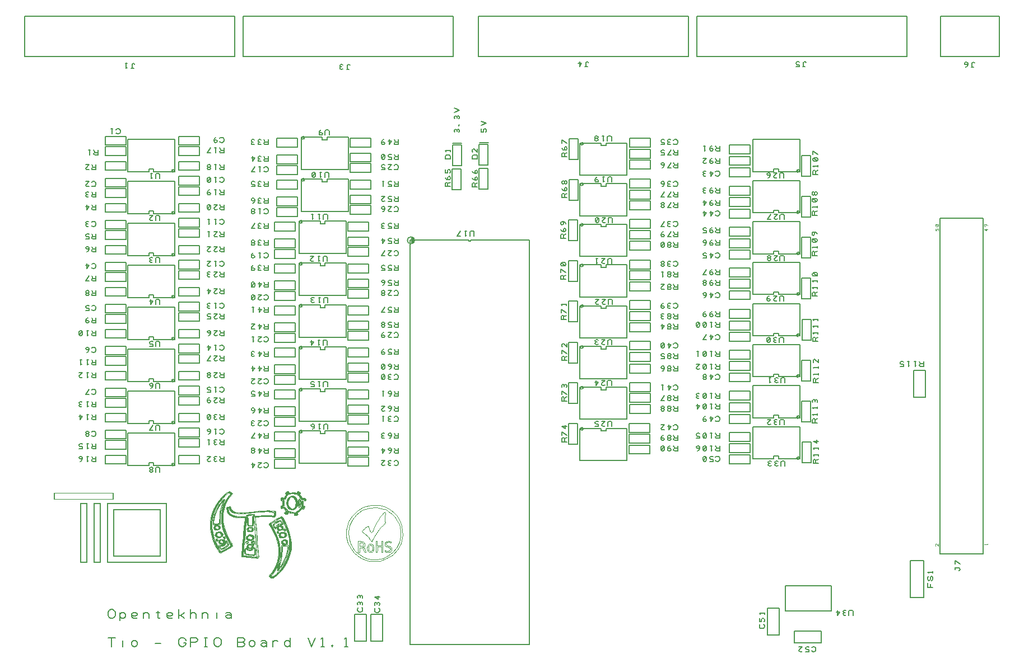
<source format=gbr>
%FSLAX23Y23*%
%MOIN*%
G04 EasyPC Gerber Version 17.0 Build 3379 *
%ADD23C,0.00100*%
%ADD10C,0.00500*%
%ADD77C,0.00700*%
X0Y0D02*
D02*
D10*
X55Y3702D02*
X1303D01*
Y3943*
X55*
Y3702*
X477Y1320D02*
Y1290D01*
X460*
X455Y1293*
X453Y1298*
X455Y1303*
X460Y1305*
X477*
X460D02*
X453Y1320D01*
X433D02*
X423D01*
X428D02*
Y1290D01*
X433Y1295*
X398Y1313D02*
X395Y1308D01*
X390Y1305*
X385*
X380Y1308*
X378Y1313*
X380Y1318*
X385Y1320*
X390*
X395Y1318*
X398Y1313*
Y1305*
X395Y1298*
X390Y1293*
X385Y1290*
X477Y1395D02*
Y1365D01*
X460*
X455Y1368*
X453Y1373*
X455Y1378*
X460Y1380*
X477*
X460D02*
X453Y1395D01*
X433D02*
X423D01*
X428D02*
Y1365D01*
X433Y1370*
X398Y1393D02*
X393Y1395D01*
X385*
X380Y1393*
X378Y1388*
Y1385*
X380Y1380*
X385Y1378*
X398*
Y1365*
X378*
X453Y1465D02*
X455Y1468D01*
X460Y1470*
X468*
X473Y1468*
X475Y1465*
X477Y1460*
Y1450*
X475Y1445*
X473Y1443*
X468Y1440*
X460*
X455Y1443*
X453Y1445*
X430Y1455D02*
X425D01*
X420Y1453*
X418Y1448*
X420Y1443*
X425Y1440*
X430*
X435Y1443*
X438Y1448*
X435Y1453*
X430Y1455*
X435Y1458*
X438Y1463*
X435Y1468*
X430Y1470*
X425*
X420Y1468*
X418Y1463*
X420Y1458*
X425Y1455*
X477Y1570D02*
Y1540D01*
X460*
X455Y1543*
X453Y1548*
X455Y1553*
X460Y1555*
X477*
X460D02*
X453Y1570D01*
X433D02*
X423D01*
X428D02*
Y1540D01*
X433Y1545*
X385Y1570D02*
Y1540D01*
X398Y1560*
X378*
X477Y1645D02*
Y1615D01*
X460*
X455Y1618*
X453Y1623*
X455Y1628*
X460Y1630*
X477*
X460D02*
X453Y1645D01*
X433D02*
X423D01*
X428D02*
Y1615D01*
X433Y1620*
X395Y1643D02*
X390Y1645D01*
X385*
X380Y1643*
X378Y1638*
X380Y1633*
X385Y1630*
X390*
X385D02*
X380Y1628D01*
X378Y1623*
X380Y1618*
X385Y1615*
X390*
X395Y1618*
X453Y1715D02*
X455Y1718D01*
X460Y1720*
X468*
X473Y1718*
X475Y1715*
X477Y1710*
Y1700*
X475Y1695*
X473Y1692*
X468Y1690*
X460*
X455Y1692*
X453Y1695*
X438Y1720D02*
X418Y1690D01*
X438*
X477Y1820D02*
Y1790D01*
X460*
X455Y1793*
X453Y1798*
X455Y1803*
X460Y1805*
X477*
X460D02*
X453Y1820D01*
X433D02*
X423D01*
X428D02*
Y1790D01*
X433Y1795*
X378Y1820D02*
X398D01*
X380Y1803*
X378Y1798*
X380Y1793*
X385Y1790*
X393*
X398Y1793*
X477Y1895D02*
Y1865D01*
X460*
X455Y1868*
X453Y1873*
X455Y1878*
X460Y1880*
X477*
X460D02*
X453Y1895D01*
X433D02*
X423D01*
X428D02*
Y1865D01*
X433Y1870*
X393Y1895D02*
X383D01*
X388D02*
Y1865D01*
X393Y1870*
X453Y1965D02*
X455Y1968D01*
X460Y1970*
X468*
X473Y1968*
X475Y1965*
X477Y1960*
Y1950*
X475Y1945*
X473Y1942*
X468Y1940*
X460*
X455Y1942*
X453Y1945*
X438Y1963D02*
X435Y1958D01*
X430Y1955*
X425*
X420Y1958*
X418Y1963*
X420Y1968*
X425Y1970*
X430*
X435Y1968*
X438Y1963*
Y1955*
X435Y1948*
X430Y1942*
X425Y1940*
X477Y2070D02*
Y2040D01*
X460*
X455Y2043*
X453Y2047*
X455Y2053*
X460Y2055*
X477*
X460D02*
X453Y2070D01*
X433D02*
X423D01*
X428D02*
Y2040D01*
X433Y2045*
X395Y2067D02*
X390Y2070D01*
X385*
X380Y2067*
X378Y2063*
Y2047*
X380Y2043*
X385Y2040*
X390*
X395Y2043*
X398Y2047*
Y2063*
X395Y2067*
X380Y2043*
X477Y2145D02*
Y2115D01*
X460*
X455Y2118*
X453Y2123*
X455Y2128*
X460Y2130*
X477*
X460D02*
X453Y2145D01*
X430D02*
X425Y2143D01*
X420Y2138*
X418Y2130*
Y2123*
X420Y2118*
X425Y2115*
X430*
X435Y2118*
X438Y2123*
X435Y2128*
X430Y2130*
X425*
X420Y2128*
X418Y2123*
X453Y2215D02*
X455Y2217D01*
X460Y2220*
X468*
X473Y2217*
X475Y2215*
X477Y2210*
Y2200*
X475Y2195*
X473Y2192*
X468Y2190*
X460*
X455Y2192*
X453Y2195*
X438Y2217D02*
X433Y2220D01*
X425*
X420Y2217*
X418Y2213*
Y2210*
X420Y2205*
X425Y2203*
X438*
Y2190*
X418*
X477Y2308D02*
Y2278D01*
X460*
X455Y2280*
X453Y2285*
X455Y2290*
X460Y2293*
X477*
X460D02*
X453Y2308D01*
X430Y2293D02*
X425D01*
X420Y2290*
X418Y2285*
X420Y2280*
X425Y2278*
X430*
X435Y2280*
X438Y2285*
X435Y2290*
X430Y2293*
X435Y2295*
X438Y2300*
X435Y2305*
X430Y2308*
X425*
X420Y2305*
X418Y2300*
X420Y2295*
X425Y2293*
X477Y2395D02*
Y2365D01*
X460*
X455Y2368*
X453Y2373*
X455Y2378*
X460Y2380*
X477*
X460D02*
X453Y2395D01*
X438D02*
X418Y2365D01*
X438*
X453Y2465D02*
X455Y2467D01*
X460Y2470*
X468*
X473Y2467*
X475Y2465*
X477Y2460*
Y2450*
X475Y2445*
X473Y2442*
X468Y2440*
X460*
X455Y2442*
X453Y2445*
X425Y2470D02*
Y2440D01*
X438Y2460*
X418*
X477Y2570D02*
Y2540D01*
X460*
X455Y2543*
X453Y2547*
X455Y2553*
X460Y2555*
X477*
X460D02*
X453Y2570D01*
X438Y2563D02*
X435Y2558D01*
X430Y2555*
X425*
X420Y2558*
X418Y2563*
X420Y2568*
X425Y2570*
X430*
X435Y2568*
X438Y2563*
Y2555*
X435Y2547*
X430Y2543*
X425Y2540*
X477Y2645D02*
Y2615D01*
X460*
X455Y2618*
X453Y2623*
X455Y2628*
X460Y2630*
X477*
X460D02*
X453Y2645D01*
X438Y2643D02*
X433Y2645D01*
X425*
X420Y2643*
X418Y2638*
Y2635*
X420Y2630*
X425Y2628*
X438*
Y2615*
X418*
X453Y2715D02*
X455Y2718D01*
X460Y2720*
X468*
X473Y2718*
X475Y2715*
X477Y2710*
Y2700*
X475Y2695*
X473Y2693*
X468Y2690*
X460*
X455Y2693*
X453Y2695*
X435Y2718D02*
X430Y2720D01*
X425*
X420Y2718*
X418Y2713*
X420Y2708*
X425Y2705*
X430*
X425D02*
X420Y2703D01*
X418Y2698*
X420Y2693*
X425Y2690*
X430*
X435Y2693*
X477Y2820D02*
Y2790D01*
X460*
X455Y2793*
X453Y2798*
X455Y2803*
X460Y2805*
X477*
X460D02*
X453Y2820D01*
X425D02*
Y2790D01*
X438Y2810*
X418*
X477Y2895D02*
Y2865D01*
X460*
X455Y2868*
X453Y2873*
X455Y2878*
X460Y2880*
X477*
X460D02*
X453Y2895D01*
X435Y2893D02*
X430Y2895D01*
X425*
X420Y2893*
X418Y2888*
X420Y2883*
X425Y2880*
X430*
X425D02*
X420Y2878D01*
X418Y2873*
X420Y2868*
X425Y2865*
X430*
X435Y2868*
X453Y2953D02*
X455Y2955D01*
X460Y2958*
X468*
X473Y2955*
X475Y2953*
X477Y2948*
Y2938*
X475Y2933*
X473Y2930*
X468Y2928*
X460*
X455Y2930*
X453Y2933*
X418Y2958D02*
X438D01*
X420Y2940*
X418Y2935*
X420Y2930*
X425Y2928*
X433*
X438Y2930*
X477Y3058D02*
Y3028D01*
X460*
X455Y3030*
X453Y3035*
X455Y3040*
X460Y3043*
X477*
X460D02*
X453Y3058D01*
X418D02*
X438D01*
X420Y3040*
X418Y3035*
X420Y3030*
X425Y3028*
X433*
X438Y3030*
X490Y3145D02*
Y3115D01*
X473*
X468Y3118*
X465Y3123*
X468Y3128*
X473Y3130*
X490*
X473D02*
X465Y3145D01*
X445D02*
X435D01*
X440D02*
Y3115D01*
X445Y3120*
X534Y1274D02*
Y1327D01*
X656*
Y1274*
X534*
Y1361D02*
Y1414D01*
X656*
Y1361*
X534*
Y1424D02*
Y1476D01*
X656*
Y1424*
X534*
Y1524D02*
Y1577D01*
X656*
Y1524*
X534*
Y1611D02*
Y1664D01*
X656*
Y1611*
X534*
Y1674D02*
Y1727D01*
X656*
Y1674*
X534*
Y1774D02*
Y1827D01*
X656*
Y1774*
X534*
Y1861D02*
Y1914D01*
X656*
Y1861*
X534*
Y1924D02*
Y1977D01*
X656*
Y1924*
X534*
Y2024D02*
Y2077D01*
X656*
Y2024*
X534*
Y2111D02*
Y2164D01*
X656*
Y2111*
X534*
Y2174D02*
Y2227D01*
X656*
Y2174*
X534*
Y2274D02*
Y2327D01*
X656*
Y2274*
X534*
Y2361D02*
Y2414D01*
X656*
Y2361*
X534*
Y2424D02*
Y2477D01*
X656*
Y2424*
X534*
Y2524D02*
Y2577D01*
X656*
Y2524*
X534*
Y2611D02*
Y2664D01*
X656*
Y2611*
X534*
Y2674D02*
Y2727D01*
X656*
Y2674*
X534*
Y2774D02*
Y2827D01*
X656*
Y2774*
X534*
Y2861D02*
Y2914D01*
X656*
Y2861*
X534*
Y2924D02*
Y2977D01*
X656*
Y2924*
X534*
Y3024D02*
Y3077D01*
X656*
Y3024*
X534*
Y3111D02*
Y3164D01*
X656*
Y3111*
X534*
Y3174D02*
Y3227D01*
X656*
Y3174*
X534*
X598Y3267D02*
X600Y3270D01*
X605Y3272*
X613*
X618Y3270*
X620Y3267*
X623Y3262*
Y3252*
X620Y3247*
X618Y3245*
X613Y3242*
X605*
X600Y3245*
X598Y3247*
X578Y3272D02*
X568D01*
X573D02*
Y3242D01*
X578Y3247*
X668Y1267D02*
Y1458D01*
X948*
Y1267*
X822*
Y1282*
X793*
Y1267*
X668*
Y1517D02*
Y1708D01*
X948*
Y1517*
X822*
Y1532*
X793*
Y1517*
X668*
Y1767D02*
Y1958D01*
X948*
Y1767*
X822*
Y1782*
X793*
Y1767*
X668*
Y2017D02*
Y2208D01*
X948*
Y2017*
X822*
Y2032*
X793*
Y2017*
X668*
Y2267D02*
Y2458D01*
X948*
Y2267*
X822*
Y2282*
X793*
Y2267*
X668*
Y2517D02*
Y2708D01*
X948*
Y2517*
X822*
Y2532*
X793*
Y2517*
X668*
Y2767D02*
Y2958D01*
X948*
Y2767*
X822*
Y2782*
X793*
Y2767*
X668*
Y3017D02*
Y3208D01*
X948*
Y3017*
X822*
Y3032*
X793*
Y3017*
X668*
X709Y3657D02*
X706Y3660D01*
X701Y3662*
X696Y3660*
X694Y3657*
Y3632*
X689*
X694D02*
X704D01*
X664Y3662D02*
X654D01*
X659D02*
Y3632D01*
X664Y3637*
X858Y1225D02*
Y1248D01*
X855Y1252*
X850Y1255*
X840*
X835Y1252*
X833Y1248*
Y1225*
X810Y1240D02*
X805D01*
X800Y1238*
X798Y1233*
X800Y1228*
X805Y1225*
X810*
X815Y1228*
X818Y1233*
X815Y1238*
X810Y1240*
X815Y1242*
X818Y1248*
X815Y1252*
X810Y1255*
X805*
X800Y1252*
X798Y1248*
X800Y1242*
X805Y1240*
X858Y1475D02*
Y1498D01*
X855Y1503*
X850Y1505*
X840*
X835Y1503*
X833Y1498*
Y1475*
X818Y1505D02*
X798Y1475D01*
X818*
X858Y1725D02*
Y1748D01*
X855Y1753*
X850Y1755*
X840*
X835Y1753*
X833Y1748*
Y1725*
X818Y1748D02*
X815Y1743D01*
X810Y1740*
X805*
X800Y1743*
X798Y1748*
X800Y1753*
X805Y1755*
X810*
X815Y1753*
X818Y1748*
Y1740*
X815Y1733*
X810Y1728*
X805Y1725*
X858Y1975D02*
Y1998D01*
X855Y2003*
X850Y2005*
X840*
X835Y2003*
X833Y1998*
Y1975*
X818Y2003D02*
X813Y2005D01*
X805*
X800Y2003*
X798Y1998*
Y1995*
X800Y1990*
X805Y1988*
X818*
Y1975*
X798*
X858Y2225D02*
Y2248D01*
X855Y2253*
X850Y2255*
X840*
X835Y2253*
X833Y2248*
Y2225*
X805Y2255D02*
Y2225D01*
X818Y2245*
X798*
X858Y2475D02*
Y2498D01*
X855Y2503*
X850Y2505*
X840*
X835Y2503*
X833Y2498*
Y2475*
X815Y2503D02*
X810Y2505D01*
X805*
X800Y2503*
X798Y2498*
X800Y2493*
X805Y2490*
X810*
X805D02*
X800Y2488D01*
X798Y2483*
X800Y2478*
X805Y2475*
X810*
X815Y2478*
X858Y2725D02*
Y2748D01*
X855Y2753*
X850Y2755*
X840*
X835Y2753*
X833Y2748*
Y2725*
X798Y2755D02*
X818D01*
X800Y2738*
X798Y2733*
X800Y2728*
X805Y2725*
X813*
X818Y2728*
X858Y2975D02*
Y2998D01*
X855Y3003*
X850Y3005*
X840*
X835Y3003*
X833Y2998*
Y2975*
X813Y3005D02*
X803D01*
X808D02*
Y2975D01*
X813Y2980*
X937Y1263D02*
G75*
G03Y1278J8D01*
G01*
G75*
G03Y1263J-8*
G01*
G36*
G75*
G03Y1278J8*
G01*
G75*
G03Y1263J-8*
G01*
G37*
Y1513D02*
G75*
G03Y1528J8D01*
G01*
G75*
G03Y1513J-8*
G01*
G36*
G75*
G03Y1528J8*
G01*
G75*
G03Y1513J-8*
G01*
G37*
Y1763D02*
G75*
G03Y1778J8D01*
G01*
G75*
G03Y1763J-8*
G01*
G36*
G75*
G03Y1778J8*
G01*
G75*
G03Y1763J-8*
G01*
G37*
Y2013D02*
G75*
G03Y2028J8D01*
G01*
G75*
G03Y2013J-8*
G01*
G36*
G75*
G03Y2028J8*
G01*
G75*
G03Y2013J-8*
G01*
G37*
Y2263D02*
G75*
G03Y2278J8D01*
G01*
G75*
G03Y2263J-8*
G01*
G36*
G75*
G03Y2278J8*
G01*
G75*
G03Y2263J-8*
G01*
G37*
Y2513D02*
G75*
G03Y2528J8D01*
G01*
G75*
G03Y2513J-8*
G01*
G36*
G75*
G03Y2528J8*
G01*
G75*
G03Y2513J-8*
G01*
G37*
Y2763D02*
G75*
G03Y2778J8D01*
G01*
G75*
G03Y2763J-8*
G01*
G36*
G75*
G03Y2778J8*
G01*
G75*
G03Y2763J-8*
G01*
G37*
Y3013D02*
G75*
G03Y3028J8D01*
G01*
G75*
G03Y3013J-8*
G01*
G36*
G75*
G03Y3028J8*
G01*
G75*
G03Y3013J-8*
G01*
G37*
X971Y1274D02*
Y1327D01*
X1094*
Y1274*
X971*
Y1524D02*
Y1577D01*
X1094*
Y1524*
X971*
Y1774D02*
Y1827D01*
X1094*
Y1774*
X971*
Y2024D02*
Y2077D01*
X1094*
Y2024*
X971*
Y2274D02*
Y2327D01*
X1094*
Y2274*
X971*
Y2524D02*
Y2577D01*
X1094*
Y2524*
X971*
Y2774D02*
Y2827D01*
X1094*
Y2774*
X971*
Y3024D02*
Y3077D01*
X1094*
Y3024*
X971*
X1094Y1427D02*
Y1374D01*
X971*
Y1427*
X1094*
Y1489D02*
Y1436D01*
X971*
Y1489*
X1094*
Y1677D02*
Y1624D01*
X971*
Y1677*
X1094*
Y1739D02*
Y1686D01*
X971*
Y1739*
X1094*
Y1927D02*
Y1874D01*
X971*
Y1927*
X1094*
Y1989D02*
Y1936D01*
X971*
Y1989*
X1094*
Y2177D02*
Y2124D01*
X971*
Y2177*
X1094*
Y2239D02*
Y2186D01*
X971*
Y2239*
X1094*
Y2427D02*
Y2374D01*
X971*
Y2427*
X1094*
Y2489D02*
Y2436D01*
X971*
Y2489*
X1094*
Y2677D02*
Y2624D01*
X971*
Y2677*
X1094*
Y2739D02*
Y2686D01*
X971*
Y2739*
X1094*
Y2927D02*
Y2874D01*
X971*
Y2927*
X1094*
Y2989D02*
Y2936D01*
X971*
Y2989*
X1094*
Y3164D02*
Y3111D01*
X971*
Y3164*
X1094*
Y3227D02*
Y3174D01*
X971*
Y3227*
X1094*
X1240Y1320D02*
Y1290D01*
X1223*
X1218Y1293*
X1215Y1298*
X1218Y1303*
X1223Y1305*
X1240*
X1223D02*
X1215Y1320D01*
X1198Y1318D02*
X1192Y1320D01*
X1188*
X1183Y1318*
X1180Y1313*
X1183Y1308*
X1188Y1305*
X1192*
X1188D02*
X1183Y1303D01*
X1180Y1298*
X1183Y1293*
X1188Y1290*
X1192*
X1198Y1293*
X1140Y1320D02*
X1160D01*
X1143Y1303*
X1140Y1298*
X1143Y1293*
X1148Y1290*
X1155*
X1160Y1293*
X1240Y1420D02*
Y1390D01*
X1223*
X1218Y1393*
X1215Y1398*
X1218Y1403*
X1223Y1405*
X1240*
X1223D02*
X1215Y1420D01*
X1198Y1418D02*
X1192Y1420D01*
X1188*
X1183Y1418*
X1180Y1413*
X1183Y1408*
X1188Y1405*
X1192*
X1188D02*
X1183Y1403D01*
X1180Y1398*
X1183Y1393*
X1188Y1390*
X1192*
X1198Y1393*
X1155Y1420D02*
X1145D01*
X1150D02*
Y1390D01*
X1155Y1395*
X1215Y1478D02*
X1218Y1480D01*
X1223Y1483*
X1230*
X1235Y1480*
X1238Y1478*
X1240Y1473*
Y1463*
X1238Y1458*
X1235Y1455*
X1230Y1453*
X1223*
X1218Y1455*
X1215Y1458*
X1195Y1483D02*
X1185D01*
X1190D02*
Y1453D01*
X1195Y1458*
X1160Y1475D02*
X1158Y1470D01*
X1153Y1468*
X1148*
X1143Y1470*
X1140Y1475*
X1143Y1480*
X1148Y1483*
X1153*
X1158Y1480*
X1160Y1475*
Y1468*
X1158Y1460*
X1153Y1455*
X1148Y1453*
X1240Y1570D02*
Y1540D01*
X1223*
X1218Y1543*
X1215Y1548*
X1218Y1553*
X1223Y1555*
X1240*
X1223D02*
X1215Y1570D01*
X1198Y1568D02*
X1192Y1570D01*
X1188*
X1183Y1568*
X1180Y1563*
X1183Y1558*
X1188Y1555*
X1192*
X1188D02*
X1183Y1553D01*
X1180Y1548*
X1183Y1543*
X1188Y1540*
X1192*
X1198Y1543*
X1158Y1568D02*
X1153Y1570D01*
X1148*
X1143Y1568*
X1140Y1563*
Y1548*
X1143Y1543*
X1148Y1540*
X1153*
X1158Y1543*
X1160Y1548*
Y1563*
X1158Y1568*
X1143Y1543*
X1240Y1670D02*
Y1640D01*
X1223*
X1218Y1643*
X1215Y1648*
X1218Y1653*
X1223Y1655*
X1240*
X1223D02*
X1215Y1670D01*
X1180D02*
X1200D01*
X1183Y1653*
X1180Y1648*
X1183Y1643*
X1188Y1640*
X1195*
X1200Y1643*
X1153Y1670D02*
X1148Y1668D01*
X1143Y1663*
X1140Y1655*
Y1648*
X1143Y1643*
X1148Y1640*
X1153*
X1158Y1643*
X1160Y1648*
X1158Y1653*
X1153Y1655*
X1148*
X1143Y1653*
X1140Y1648*
X1215Y1728D02*
X1218Y1730D01*
X1223Y1733*
X1230*
X1235Y1730*
X1238Y1728*
X1240Y1722*
Y1713*
X1238Y1708*
X1235Y1705*
X1230Y1703*
X1223*
X1218Y1705*
X1215Y1708*
X1195Y1733D02*
X1185D01*
X1190D02*
Y1703D01*
X1195Y1708*
X1160Y1730D02*
X1155Y1733D01*
X1148*
X1143Y1730*
X1140Y1725*
Y1722*
X1143Y1718*
X1148Y1715*
X1160*
Y1703*
X1140*
X1240Y1820D02*
Y1790D01*
X1223*
X1218Y1793*
X1215Y1798*
X1218Y1803*
X1223Y1805*
X1240*
X1223D02*
X1215Y1820D01*
X1180D02*
X1200D01*
X1183Y1803*
X1180Y1798*
X1183Y1793*
X1188Y1790*
X1195*
X1200Y1793*
X1153Y1805D02*
X1148D01*
X1143Y1803*
X1140Y1798*
X1143Y1793*
X1148Y1790*
X1153*
X1158Y1793*
X1160Y1798*
X1158Y1803*
X1153Y1805*
X1158Y1808*
X1160Y1813*
X1158Y1817*
X1153Y1820*
X1148*
X1143Y1817*
X1140Y1813*
X1143Y1808*
X1148Y1805*
X1240Y1920D02*
Y1890D01*
X1223*
X1218Y1893*
X1215Y1898*
X1218Y1903*
X1223Y1905*
X1240*
X1223D02*
X1215Y1920D01*
X1180D02*
X1200D01*
X1183Y1903*
X1180Y1898*
X1183Y1893*
X1188Y1890*
X1195*
X1200Y1893*
X1160Y1920D02*
X1140Y1890D01*
X1160*
X1215Y1978D02*
X1218Y1980D01*
X1223Y1983*
X1230*
X1235Y1980*
X1238Y1978*
X1240Y1972*
Y1963*
X1238Y1958*
X1235Y1955*
X1230Y1953*
X1223*
X1218Y1955*
X1215Y1958*
X1195Y1983D02*
X1185D01*
X1190D02*
Y1953D01*
X1195Y1958*
X1148Y1983D02*
Y1953D01*
X1160Y1972*
X1140*
X1240Y2070D02*
Y2040D01*
X1223*
X1218Y2043*
X1215Y2047*
X1218Y2053*
X1223Y2055*
X1240*
X1223D02*
X1215Y2070D01*
X1180D02*
X1200D01*
X1183Y2053*
X1180Y2047*
X1183Y2043*
X1188Y2040*
X1195*
X1200Y2043*
X1160Y2063D02*
X1158Y2058D01*
X1153Y2055*
X1148*
X1143Y2058*
X1140Y2063*
X1143Y2067*
X1148Y2070*
X1153*
X1158Y2067*
X1160Y2063*
Y2055*
X1158Y2047*
X1153Y2043*
X1148Y2040*
X1240Y2170D02*
Y2140D01*
X1223*
X1218Y2143*
X1215Y2148*
X1218Y2153*
X1223Y2155*
X1240*
X1223D02*
X1215Y2170D01*
X1180D02*
X1200D01*
X1183Y2153*
X1180Y2148*
X1183Y2143*
X1188Y2140*
X1195*
X1200Y2143*
X1160Y2168D02*
X1155Y2170D01*
X1148*
X1143Y2168*
X1140Y2163*
Y2160*
X1143Y2155*
X1148Y2153*
X1160*
Y2140*
X1140*
X1215Y2228D02*
X1218Y2230D01*
X1223Y2233*
X1230*
X1235Y2230*
X1238Y2228*
X1240Y2223*
Y2213*
X1238Y2208*
X1235Y2205*
X1230Y2203*
X1223*
X1218Y2205*
X1215Y2208*
X1195Y2233D02*
X1185D01*
X1190D02*
Y2203D01*
X1195Y2208*
X1158Y2230D02*
X1153Y2233D01*
X1148*
X1143Y2230*
X1140Y2225*
X1143Y2220*
X1148Y2217*
X1153*
X1148D02*
X1143Y2215D01*
X1140Y2210*
X1143Y2205*
X1148Y2203*
X1153*
X1158Y2205*
X1240Y2320D02*
Y2290D01*
X1223*
X1218Y2293*
X1215Y2297*
X1218Y2303*
X1223Y2305*
X1240*
X1223D02*
X1215Y2320D01*
X1180D02*
X1200D01*
X1183Y2303*
X1180Y2297*
X1183Y2293*
X1188Y2290*
X1195*
X1200Y2293*
X1148Y2320D02*
Y2290D01*
X1160Y2310*
X1140*
X1240Y2420D02*
Y2390D01*
X1223*
X1218Y2393*
X1215Y2398*
X1218Y2403*
X1223Y2405*
X1240*
X1223D02*
X1215Y2420D01*
X1180D02*
X1200D01*
X1183Y2403*
X1180Y2398*
X1183Y2393*
X1188Y2390*
X1195*
X1200Y2393*
X1158Y2418D02*
X1153Y2420D01*
X1148*
X1143Y2418*
X1140Y2413*
X1143Y2408*
X1148Y2405*
X1153*
X1148D02*
X1143Y2403D01*
X1140Y2398*
X1143Y2393*
X1148Y2390*
X1153*
X1158Y2393*
X1215Y2478D02*
X1218Y2480D01*
X1223Y2483*
X1230*
X1235Y2480*
X1238Y2478*
X1240Y2473*
Y2463*
X1238Y2458*
X1235Y2455*
X1230Y2453*
X1223*
X1218Y2455*
X1215Y2458*
X1195Y2483D02*
X1185D01*
X1190D02*
Y2453D01*
X1195Y2458*
X1140Y2483D02*
X1160D01*
X1143Y2465*
X1140Y2460*
X1143Y2455*
X1148Y2453*
X1155*
X1160Y2455*
X1240Y2570D02*
Y2540D01*
X1223*
X1218Y2543*
X1215Y2547*
X1218Y2553*
X1223Y2555*
X1240*
X1223D02*
X1215Y2570D01*
X1180D02*
X1200D01*
X1183Y2553*
X1180Y2547*
X1183Y2543*
X1188Y2540*
X1195*
X1200Y2543*
X1140Y2570D02*
X1160D01*
X1143Y2553*
X1140Y2547*
X1143Y2543*
X1148Y2540*
X1155*
X1160Y2543*
X1240Y2658D02*
Y2628D01*
X1223*
X1218Y2630*
X1215Y2635*
X1218Y2640*
X1223Y2643*
X1240*
X1223D02*
X1215Y2658D01*
X1180D02*
X1200D01*
X1183Y2640*
X1180Y2635*
X1183Y2630*
X1188Y2628*
X1195*
X1200Y2630*
X1155Y2658D02*
X1145D01*
X1150D02*
Y2628D01*
X1155Y2633*
X1215Y2728D02*
X1218Y2730D01*
X1223Y2733*
X1230*
X1235Y2730*
X1238Y2728*
X1240Y2723*
Y2713*
X1238Y2708*
X1235Y2705*
X1230Y2703*
X1223*
X1218Y2705*
X1215Y2708*
X1195Y2733D02*
X1185D01*
X1190D02*
Y2703D01*
X1195Y2708*
X1155Y2733D02*
X1145D01*
X1150D02*
Y2703D01*
X1155Y2708*
X1240Y2820D02*
Y2790D01*
X1223*
X1218Y2793*
X1215Y2798*
X1218Y2803*
X1223Y2805*
X1240*
X1223D02*
X1215Y2820D01*
X1180D02*
X1200D01*
X1183Y2803*
X1180Y2798*
X1183Y2793*
X1188Y2790*
X1195*
X1200Y2793*
X1158Y2818D02*
X1153Y2820D01*
X1148*
X1143Y2818*
X1140Y2813*
Y2798*
X1143Y2793*
X1148Y2790*
X1153*
X1158Y2793*
X1160Y2798*
Y2813*
X1158Y2818*
X1143Y2793*
X1240Y2908D02*
Y2878D01*
X1223*
X1218Y2880*
X1215Y2885*
X1218Y2890*
X1223Y2893*
X1240*
X1223D02*
X1215Y2908D01*
X1195D02*
X1185D01*
X1190D02*
Y2878D01*
X1195Y2883*
X1153Y2908D02*
X1148Y2905D01*
X1143Y2900*
X1140Y2893*
Y2885*
X1143Y2880*
X1148Y2878*
X1153*
X1158Y2880*
X1160Y2885*
X1158Y2890*
X1153Y2893*
X1148*
X1143Y2890*
X1140Y2885*
X1215Y2978D02*
X1218Y2980D01*
X1223Y2983*
X1230*
X1235Y2980*
X1238Y2978*
X1240Y2973*
Y2963*
X1238Y2958*
X1235Y2955*
X1230Y2953*
X1223*
X1218Y2955*
X1215Y2958*
X1195Y2983D02*
X1185D01*
X1190D02*
Y2953D01*
X1195Y2958*
X1158Y2980D02*
X1153Y2983D01*
X1148*
X1143Y2980*
X1140Y2975*
Y2960*
X1143Y2955*
X1148Y2953*
X1153*
X1158Y2955*
X1160Y2960*
Y2975*
X1158Y2980*
X1143Y2955*
X1240Y3058D02*
Y3028D01*
X1223*
X1218Y3030*
X1215Y3035*
X1218Y3040*
X1223Y3043*
X1240*
X1223D02*
X1215Y3058D01*
X1195D02*
X1185D01*
X1190D02*
Y3028D01*
X1195Y3033*
X1153Y3043D02*
X1148D01*
X1143Y3040*
X1140Y3035*
X1143Y3030*
X1148Y3028*
X1153*
X1158Y3030*
X1160Y3035*
X1158Y3040*
X1153Y3043*
X1158Y3045*
X1160Y3050*
X1158Y3055*
X1153Y3058*
X1148*
X1143Y3055*
X1140Y3050*
X1143Y3045*
X1148Y3043*
X1240Y3158D02*
Y3128D01*
X1223*
X1218Y3130*
X1215Y3135*
X1218Y3140*
X1223Y3143*
X1240*
X1223D02*
X1215Y3158D01*
X1195D02*
X1185D01*
X1190D02*
Y3128D01*
X1195Y3133*
X1160Y3158D02*
X1140Y3128D01*
X1160*
X1215Y3215D02*
X1218Y3218D01*
X1223Y3220*
X1230*
X1235Y3218*
X1238Y3215*
X1240Y3210*
Y3200*
X1238Y3195*
X1235Y3193*
X1230Y3190*
X1223*
X1218Y3193*
X1215Y3195*
X1192Y3220D02*
X1188Y3218D01*
X1183Y3213*
X1180Y3205*
Y3198*
X1183Y3193*
X1188Y3190*
X1192*
X1198Y3193*
X1200Y3198*
X1198Y3203*
X1192Y3205*
X1188*
X1183Y3203*
X1180Y3198*
X1355Y3702D02*
X2603D01*
Y3943*
X1355*
Y3702*
X1478Y1278D02*
X1480Y1280D01*
X1485Y1283*
X1493*
X1498Y1280*
X1500Y1278*
X1503Y1273*
Y1263*
X1500Y1258*
X1498Y1255*
X1493Y1252*
X1485*
X1480Y1255*
X1478Y1258*
X1443Y1283D02*
X1463D01*
X1445Y1265*
X1443Y1260*
X1445Y1255*
X1450Y1252*
X1458*
X1463Y1255*
X1410Y1283D02*
Y1252D01*
X1423Y1273*
X1403*
X1503Y1370D02*
Y1340D01*
X1485*
X1480Y1343*
X1478Y1348*
X1480Y1353*
X1485Y1355*
X1503*
X1485D02*
X1478Y1370D01*
X1450D02*
Y1340D01*
X1463Y1360*
X1443*
X1415Y1355D02*
X1410D01*
X1405Y1353*
X1403Y1348*
X1405Y1343*
X1410Y1340*
X1415*
X1420Y1343*
X1423Y1348*
X1420Y1353*
X1415Y1355*
X1420Y1358*
X1423Y1363*
X1420Y1368*
X1415Y1370*
X1410*
X1405Y1368*
X1403Y1363*
X1405Y1358*
X1410Y1355*
X1503Y1458D02*
Y1428D01*
X1485*
X1480Y1430*
X1478Y1435*
X1480Y1440*
X1485Y1443*
X1503*
X1485D02*
X1478Y1458D01*
X1450D02*
Y1428D01*
X1463Y1448*
X1443*
X1423Y1458D02*
X1403Y1428D01*
X1423*
X1478Y1528D02*
X1480Y1530D01*
X1485Y1533*
X1493*
X1498Y1530*
X1500Y1528*
X1503Y1523*
Y1513*
X1500Y1508*
X1498Y1505*
X1493Y1503*
X1485*
X1480Y1505*
X1478Y1508*
X1443Y1533D02*
X1463D01*
X1445Y1515*
X1443Y1510*
X1445Y1505*
X1450Y1503*
X1458*
X1463Y1505*
X1420Y1530D02*
X1415Y1533D01*
X1410*
X1405Y1530*
X1403Y1525*
X1405Y1520*
X1410Y1518*
X1415*
X1410D02*
X1405Y1515D01*
X1403Y1510*
X1405Y1505*
X1410Y1503*
X1415*
X1420Y1505*
X1503Y1608D02*
Y1578D01*
X1485*
X1480Y1580*
X1478Y1585*
X1480Y1590*
X1485Y1593*
X1503*
X1485D02*
X1478Y1608D01*
X1450D02*
Y1578D01*
X1463Y1598*
X1443*
X1423Y1600D02*
X1420Y1595D01*
X1415Y1593*
X1410*
X1405Y1595*
X1403Y1600*
X1405Y1605*
X1410Y1608*
X1415*
X1420Y1605*
X1423Y1600*
Y1593*
X1420Y1585*
X1415Y1580*
X1410Y1578*
X1503Y1708D02*
Y1678D01*
X1485*
X1480Y1680*
X1478Y1685*
X1480Y1690*
X1485Y1692*
X1503*
X1485D02*
X1478Y1708D01*
X1450D02*
Y1678D01*
X1463Y1698*
X1443*
X1423Y1705D02*
X1418Y1708D01*
X1410*
X1405Y1705*
X1403Y1700*
Y1698*
X1405Y1692*
X1410Y1690*
X1423*
Y1678*
X1403*
X1478Y1778D02*
X1480Y1780D01*
X1485Y1783*
X1493*
X1498Y1780*
X1500Y1778*
X1503Y1773*
Y1763*
X1500Y1758*
X1498Y1755*
X1493Y1753*
X1485*
X1480Y1755*
X1478Y1758*
X1443Y1783D02*
X1463D01*
X1445Y1765*
X1443Y1760*
X1445Y1755*
X1450Y1753*
X1458*
X1463Y1755*
X1403Y1783D02*
X1423D01*
X1405Y1765*
X1403Y1760*
X1405Y1755*
X1410Y1753*
X1418*
X1423Y1755*
X1503Y1858D02*
Y1828D01*
X1485*
X1480Y1830*
X1478Y1835*
X1480Y1840*
X1485Y1843*
X1503*
X1485D02*
X1478Y1858D01*
X1450D02*
Y1828D01*
X1463Y1847*
X1443*
X1410Y1858D02*
Y1828D01*
X1423Y1847*
X1403*
X1503Y1945D02*
Y1915D01*
X1485*
X1480Y1918*
X1478Y1923*
X1480Y1928*
X1485Y1930*
X1503*
X1485D02*
X1478Y1945D01*
X1450D02*
Y1915D01*
X1463Y1935*
X1443*
X1420Y1942D02*
X1415Y1945D01*
X1410*
X1405Y1942*
X1403Y1938*
X1405Y1933*
X1410Y1930*
X1415*
X1410D02*
X1405Y1928D01*
X1403Y1923*
X1405Y1918*
X1410Y1915*
X1415*
X1420Y1918*
X1478Y2028D02*
X1480Y2030D01*
X1485Y2033*
X1493*
X1498Y2030*
X1500Y2028*
X1503Y2023*
Y2013*
X1500Y2008*
X1498Y2005*
X1493Y2003*
X1485*
X1480Y2005*
X1478Y2008*
X1443Y2033D02*
X1463D01*
X1445Y2015*
X1443Y2010*
X1445Y2005*
X1450Y2003*
X1458*
X1463Y2005*
X1418Y2033D02*
X1408D01*
X1413D02*
Y2003D01*
X1418Y2008*
X1503Y2108D02*
Y2078D01*
X1485*
X1480Y2080*
X1478Y2085*
X1480Y2090*
X1485Y2092*
X1503*
X1485D02*
X1478Y2108D01*
X1450D02*
Y2078D01*
X1463Y2098*
X1443*
X1403Y2108D02*
X1423D01*
X1405Y2090*
X1403Y2085*
X1405Y2080*
X1410Y2078*
X1418*
X1423Y2080*
X1503Y2208D02*
Y2178D01*
X1485*
X1480Y2180*
X1478Y2185*
X1480Y2190*
X1485Y2192*
X1503*
X1485D02*
X1478Y2208D01*
X1450D02*
Y2178D01*
X1463Y2197*
X1443*
X1418Y2208D02*
X1408D01*
X1413D02*
Y2178D01*
X1418Y2183*
X1478Y2278D02*
X1480Y2280D01*
X1485Y2283*
X1493*
X1498Y2280*
X1500Y2278*
X1503Y2273*
Y2263*
X1500Y2258*
X1498Y2255*
X1493Y2253*
X1485*
X1480Y2255*
X1478Y2258*
X1443Y2283D02*
X1463D01*
X1445Y2265*
X1443Y2260*
X1445Y2255*
X1450Y2253*
X1458*
X1463Y2255*
X1420Y2280D02*
X1415Y2283D01*
X1410*
X1405Y2280*
X1403Y2275*
Y2260*
X1405Y2255*
X1410Y2253*
X1415*
X1420Y2255*
X1423Y2260*
Y2275*
X1420Y2280*
X1405Y2255*
X1503Y2358D02*
Y2328D01*
X1485*
X1480Y2330*
X1478Y2335*
X1480Y2340*
X1485Y2342*
X1503*
X1485D02*
X1478Y2358D01*
X1450D02*
Y2328D01*
X1463Y2348*
X1443*
X1420Y2355D02*
X1415Y2358D01*
X1410*
X1405Y2355*
X1403Y2350*
Y2335*
X1405Y2330*
X1410Y2328*
X1415*
X1420Y2330*
X1423Y2335*
Y2350*
X1420Y2355*
X1405Y2330*
X1503Y2458D02*
Y2428D01*
X1485*
X1480Y2430*
X1478Y2435*
X1480Y2440*
X1485Y2442*
X1503*
X1485D02*
X1478Y2458D01*
X1460Y2455D02*
X1455Y2458D01*
X1450*
X1445Y2455*
X1443Y2450*
X1445Y2445*
X1450Y2442*
X1455*
X1450D02*
X1445Y2440D01*
X1443Y2435*
X1445Y2430*
X1450Y2428*
X1455*
X1460Y2430*
X1415Y2458D02*
X1410Y2455D01*
X1405Y2450*
X1403Y2442*
Y2435*
X1405Y2430*
X1410Y2428*
X1415*
X1420Y2430*
X1423Y2435*
X1420Y2440*
X1415Y2442*
X1410*
X1405Y2440*
X1403Y2435*
X1478Y2528D02*
X1480Y2530D01*
X1485Y2533*
X1493*
X1498Y2530*
X1500Y2528*
X1503Y2523*
Y2513*
X1500Y2508*
X1498Y2505*
X1493Y2503*
X1485*
X1480Y2505*
X1478Y2508*
X1458Y2533D02*
X1448D01*
X1453D02*
Y2503D01*
X1458Y2508*
X1415Y2533D02*
X1410Y2530D01*
X1405Y2525*
X1403Y2518*
Y2510*
X1405Y2505*
X1410Y2503*
X1415*
X1420Y2505*
X1423Y2510*
X1420Y2515*
X1415Y2518*
X1410*
X1405Y2515*
X1403Y2510*
X1503Y2608D02*
Y2578D01*
X1485*
X1480Y2580*
X1478Y2585*
X1480Y2590*
X1485Y2593*
X1503*
X1485D02*
X1478Y2608D01*
X1460Y2605D02*
X1455Y2608D01*
X1450*
X1445Y2605*
X1443Y2600*
X1445Y2595*
X1450Y2593*
X1455*
X1450D02*
X1445Y2590D01*
X1443Y2585*
X1445Y2580*
X1450Y2578*
X1455*
X1460Y2580*
X1415Y2593D02*
X1410D01*
X1405Y2590*
X1403Y2585*
X1405Y2580*
X1410Y2578*
X1415*
X1420Y2580*
X1423Y2585*
X1420Y2590*
X1415Y2593*
X1420Y2595*
X1423Y2600*
X1420Y2605*
X1415Y2608*
X1410*
X1405Y2605*
X1403Y2600*
X1405Y2595*
X1410Y2593*
X1503Y2708D02*
Y2678D01*
X1485*
X1480Y2680*
X1478Y2685*
X1480Y2690*
X1485Y2693*
X1503*
X1485D02*
X1478Y2708D01*
X1460Y2705D02*
X1455Y2708D01*
X1450*
X1445Y2705*
X1443Y2700*
X1445Y2695*
X1450Y2693*
X1455*
X1450D02*
X1445Y2690D01*
X1443Y2685*
X1445Y2680*
X1450Y2678*
X1455*
X1460Y2680*
X1423Y2708D02*
X1403Y2678D01*
X1423*
X1478Y2790D02*
X1480Y2793D01*
X1485Y2795*
X1493*
X1498Y2793*
X1500Y2790*
X1503Y2785*
Y2775*
X1500Y2770*
X1498Y2768*
X1493Y2765*
X1485*
X1480Y2768*
X1478Y2770*
X1458Y2795D02*
X1448D01*
X1453D02*
Y2765D01*
X1458Y2770*
X1415Y2780D02*
X1410D01*
X1405Y2778*
X1403Y2773*
X1405Y2768*
X1410Y2765*
X1415*
X1420Y2768*
X1423Y2773*
X1420Y2778*
X1415Y2780*
X1420Y2783*
X1423Y2788*
X1420Y2793*
X1415Y2795*
X1410*
X1405Y2793*
X1403Y2788*
X1405Y2783*
X1410Y2780*
X1503Y2858D02*
Y2828D01*
X1485*
X1480Y2830*
X1478Y2835*
X1480Y2840*
X1485Y2843*
X1503*
X1485D02*
X1478Y2858D01*
X1460Y2855D02*
X1455Y2858D01*
X1450*
X1445Y2855*
X1443Y2850*
X1445Y2845*
X1450Y2843*
X1455*
X1450D02*
X1445Y2840D01*
X1443Y2835*
X1445Y2830*
X1450Y2828*
X1455*
X1460Y2830*
X1423Y2850D02*
X1420Y2845D01*
X1415Y2843*
X1410*
X1405Y2845*
X1403Y2850*
X1405Y2855*
X1410Y2858*
X1415*
X1420Y2855*
X1423Y2850*
Y2843*
X1420Y2835*
X1415Y2830*
X1410Y2828*
X1503Y2958D02*
Y2928D01*
X1485*
X1480Y2930*
X1478Y2935*
X1480Y2940*
X1485Y2943*
X1503*
X1485D02*
X1478Y2958D01*
X1460Y2955D02*
X1455Y2958D01*
X1450*
X1445Y2955*
X1443Y2950*
X1445Y2945*
X1450Y2943*
X1455*
X1450D02*
X1445Y2940D01*
X1443Y2935*
X1445Y2930*
X1450Y2928*
X1455*
X1460Y2930*
X1423Y2955D02*
X1418Y2958D01*
X1410*
X1405Y2955*
X1403Y2950*
Y2948*
X1405Y2943*
X1410Y2940*
X1423*
Y2928*
X1403*
X1478Y3040D02*
X1480Y3043D01*
X1485Y3045*
X1493*
X1498Y3043*
X1500Y3040*
X1503Y3035*
Y3025*
X1500Y3020*
X1498Y3018*
X1493Y3015*
X1485*
X1480Y3018*
X1478Y3020*
X1458Y3045D02*
X1448D01*
X1453D02*
Y3015D01*
X1458Y3020*
X1423Y3045D02*
X1403Y3015D01*
X1423*
X1503Y3108D02*
Y3078D01*
X1485*
X1480Y3080*
X1478Y3085*
X1480Y3090*
X1485Y3093*
X1503*
X1485D02*
X1478Y3108D01*
X1460Y3105D02*
X1455Y3108D01*
X1450*
X1445Y3105*
X1443Y3100*
X1445Y3095*
X1450Y3093*
X1455*
X1450D02*
X1445Y3090D01*
X1443Y3085*
X1445Y3080*
X1450Y3078*
X1455*
X1460Y3080*
X1410Y3108D02*
Y3078D01*
X1423Y3098*
X1403*
X1503Y3208D02*
Y3178D01*
X1485*
X1480Y3180*
X1478Y3185*
X1480Y3190*
X1485Y3193*
X1503*
X1485D02*
X1478Y3208D01*
X1460Y3205D02*
X1455Y3208D01*
X1450*
X1445Y3205*
X1443Y3200*
X1445Y3195*
X1450Y3193*
X1455*
X1450D02*
X1445Y3190D01*
X1443Y3185*
X1445Y3180*
X1450Y3178*
X1455*
X1460Y3180*
X1420Y3205D02*
X1415Y3208D01*
X1410*
X1405Y3205*
X1403Y3200*
X1405Y3195*
X1410Y3193*
X1415*
X1410D02*
X1405Y3190D01*
X1403Y3185*
X1405Y3180*
X1410Y3178*
X1415*
X1420Y3180*
X1541Y1249D02*
Y1302D01*
X1664*
Y1249*
X1541*
Y1311D02*
Y1364D01*
X1664*
Y1311*
X1541*
Y1499D02*
Y1552D01*
X1664*
Y1499*
X1541*
Y1561D02*
Y1614D01*
X1664*
Y1561*
X1541*
Y1749D02*
Y1802D01*
X1664*
Y1749*
X1541*
Y1811D02*
Y1864D01*
X1664*
Y1811*
X1541*
Y1999D02*
Y2052D01*
X1664*
Y1999*
X1541*
Y2061D02*
Y2114D01*
X1664*
Y2061*
X1541*
Y2249D02*
Y2302D01*
X1664*
Y2249*
X1541*
Y2311D02*
Y2364D01*
X1664*
Y2311*
X1541*
Y2499D02*
Y2552D01*
X1664*
Y2499*
X1541*
Y2561D02*
Y2614D01*
X1664*
Y2561*
X1541*
X1554Y2749D02*
Y2802D01*
X1677*
Y2749*
X1554*
Y2811D02*
Y2864D01*
X1677*
Y2811*
X1554*
Y2999D02*
Y3052D01*
X1677*
Y2999*
X1554*
Y3061D02*
Y3114D01*
X1677*
Y3061*
X1554*
X1664Y1464D02*
Y1411D01*
X1541*
Y1464*
X1664*
Y1714D02*
Y1661D01*
X1541*
Y1714*
X1664*
Y1964D02*
Y1911D01*
X1541*
Y1964*
X1664*
Y2214D02*
Y2161D01*
X1541*
Y2214*
X1664*
Y2464D02*
Y2411D01*
X1541*
Y2464*
X1664*
Y2714D02*
Y2661D01*
X1541*
Y2714*
X1664*
X1677Y2964D02*
Y2911D01*
X1554*
Y2964*
X1677*
Y3214D02*
Y3161D01*
X1554*
Y3214*
X1677*
X1698Y1475D02*
G75*
G03Y1460J-8D01*
G01*
G75*
G03Y1475J8*
G01*
G36*
G75*
G03Y1460J-8*
G01*
G75*
G03Y1475J8*
G01*
G37*
Y1725D02*
G75*
G03Y1710J-8D01*
G01*
G75*
G03Y1725J8*
G01*
G36*
G75*
G03Y1710J-8*
G01*
G75*
G03Y1725J8*
G01*
G37*
Y1975D02*
G75*
G03Y1960J-8D01*
G01*
G75*
G03Y1975J8*
G01*
G36*
G75*
G03Y1960J-8*
G01*
G75*
G03Y1975J8*
G01*
G37*
Y2225D02*
G75*
G03Y2210J-8D01*
G01*
G75*
G03Y2225J8*
G01*
G36*
G75*
G03Y2210J-8*
G01*
G75*
G03Y2225J8*
G01*
G37*
Y2475D02*
G75*
G03Y2460J-8D01*
G01*
G75*
G03Y2475J8*
G01*
G36*
G75*
G03Y2460J-8*
G01*
G75*
G03Y2475J8*
G01*
G37*
Y2725D02*
G75*
G03Y2710J-8D01*
G01*
G75*
G03Y2725J8*
G01*
G36*
G75*
G03Y2710J-8*
G01*
G75*
G03Y2725J8*
G01*
G37*
X1711Y2975D02*
G75*
G03Y2960J-8D01*
G01*
G75*
G03Y2975J8*
G01*
G36*
G75*
G03Y2960J-8*
G01*
G75*
G03Y2975J8*
G01*
G37*
Y3225D02*
G75*
G03Y3210J-8D01*
G01*
G75*
G03Y3225J8*
G01*
G36*
G75*
G03Y3210J-8*
G01*
G75*
G03Y3225J8*
G01*
G37*
X1855Y1983D02*
Y2006D01*
X1852Y2011*
X1847Y2013*
X1837*
X1832Y2011*
X1830Y2006*
Y1983*
X1810Y2013D02*
X1800D01*
X1805D02*
Y1983D01*
X1810Y1988*
X1762Y2013D02*
Y1983D01*
X1775Y2003*
X1755*
X1855Y2482D02*
Y2505D01*
X1852Y2510*
X1847Y2512*
X1837*
X1832Y2510*
X1830Y2505*
Y2482*
X1810Y2512D02*
X1800D01*
X1805D02*
Y2482D01*
X1810Y2487*
X1755Y2512D02*
X1775D01*
X1757Y2495*
X1755Y2490*
X1757Y2485*
X1762Y2482*
X1770*
X1775Y2485*
X1856Y1736D02*
Y1758D01*
X1853Y1763*
X1848Y1766*
X1838*
X1833Y1763*
X1831Y1758*
Y1736*
X1811Y1766D02*
X1801D01*
X1806D02*
Y1736D01*
X1811Y1741*
X1776Y1763D02*
X1771Y1766D01*
X1763*
X1758Y1763*
X1756Y1758*
Y1756*
X1758Y1751*
X1763Y1748*
X1776*
Y1736*
X1756*
X1856Y2733D02*
Y2756D01*
X1853Y2761*
X1848Y2763*
X1838*
X1833Y2761*
X1831Y2756*
Y2733*
X1811Y2763D02*
X1801D01*
X1806D02*
Y2733D01*
X1811Y2738*
X1771Y2763D02*
X1761D01*
X1766D02*
Y2733D01*
X1771Y2738*
X1858Y1481D02*
Y1504D01*
X1856Y1509*
X1851Y1511*
X1841*
X1836Y1509*
X1833Y1504*
Y1481*
X1813Y1511D02*
X1803D01*
X1808D02*
Y1481D01*
X1813Y1486*
X1778Y1504D02*
X1776Y1499D01*
X1771Y1496*
X1766*
X1761Y1499*
X1758Y1504*
X1761Y1509*
X1766Y1511*
X1771*
X1776Y1509*
X1778Y1504*
Y1496*
X1776Y1489*
X1771Y1484*
X1766Y1481*
X1858Y2236D02*
Y2259D01*
X1856Y2264*
X1851Y2266*
X1841*
X1836Y2264*
X1833Y2259*
Y2236*
X1813Y2266D02*
X1803D01*
X1808D02*
Y2236D01*
X1813Y2241*
X1776Y2264D02*
X1771Y2266D01*
X1766*
X1761Y2264*
X1758Y2259*
X1761Y2254*
X1766Y2251*
X1771*
X1766D02*
X1761Y2249D01*
X1758Y2244*
X1761Y2239*
X1766Y2236*
X1771*
X1776Y2239*
X1865Y2983D02*
Y3005D01*
X1862Y3010*
X1857Y3013*
X1847*
X1842Y3010*
X1840Y3005*
Y2983*
X1820Y3013D02*
X1810D01*
X1815D02*
Y2983D01*
X1820Y2988*
X1782Y3010D02*
X1777Y3013D01*
X1772*
X1767Y3010*
X1765Y3005*
Y2990*
X1767Y2985*
X1772Y2983*
X1777*
X1782Y2985*
X1785Y2990*
Y3005*
X1782Y3010*
X1767Y2985*
X1866Y3234D02*
Y3256D01*
X1863Y3261*
X1858Y3264*
X1848*
X1843Y3261*
X1841Y3256*
Y3234*
X1818Y3264D02*
X1813Y3261D01*
X1808Y3256*
X1806Y3249*
Y3241*
X1808Y3236*
X1813Y3234*
X1818*
X1823Y3236*
X1826Y3241*
X1823Y3246*
X1818Y3249*
X1813*
X1808Y3246*
X1806Y3241*
X1968Y1471D02*
Y1279D01*
X1688*
Y1471*
X1813*
Y1456*
X1842*
Y1471*
X1968*
Y1721D02*
Y1529D01*
X1688*
Y1721*
X1813*
Y1706*
X1842*
Y1721*
X1968*
Y1971D02*
Y1779D01*
X1688*
Y1971*
X1813*
Y1956*
X1842*
Y1971*
X1968*
Y2221D02*
Y2029D01*
X1688*
Y2221*
X1813*
Y2206*
X1842*
Y2221*
X1968*
Y2471D02*
Y2279D01*
X1688*
Y2471*
X1813*
Y2456*
X1842*
Y2471*
X1968*
Y2721D02*
Y2529D01*
X1688*
Y2721*
X1813*
Y2706*
X1842*
Y2721*
X1968*
X1980Y2971D02*
Y2779D01*
X1700*
Y2971*
X1825*
Y2956*
X1855*
Y2971*
X1980*
Y3221D02*
Y3029D01*
X1700*
Y3221*
X1825*
Y3206*
X1855*
Y3221*
X1980*
X1990Y3651D02*
X1987Y3653D01*
X1982Y3656*
X1977Y3653*
X1975Y3651*
Y3626*
X1970*
X1975D02*
X1985D01*
X1947Y3653D02*
X1942Y3656D01*
X1937*
X1932Y3653*
X1930Y3648*
X1932Y3643*
X1937Y3641*
X1942*
X1937D02*
X1932Y3638D01*
X1930Y3633*
X1932Y3628*
X1937Y3626*
X1942*
X1947Y3628*
X2018Y378D02*
Y218D01*
X2088*
Y378*
X2018*
X2060Y418D02*
X2063Y415D01*
X2065Y410*
Y403*
X2063Y398*
X2060Y395*
X2055Y393*
X2045*
X2040Y395*
X2038Y398*
X2035Y403*
Y410*
X2038Y415*
X2040Y418*
X2063Y435D02*
X2065Y440D01*
Y445*
X2063Y450*
X2058Y453*
X2053Y450*
X2050Y445*
Y440*
Y445D02*
X2047Y450D01*
X2043Y453*
X2038Y450*
X2035Y445*
Y440*
X2038Y435*
X2063Y475D02*
X2065Y480D01*
Y485*
X2063Y490*
X2058Y493*
X2053Y490*
X2050Y485*
Y480*
Y485D02*
X2047Y490D01*
X2043Y493*
X2038Y490*
X2035Y485*
Y480*
X2038Y475*
X2102Y1314D02*
Y1261D01*
X1979*
Y1314*
X2102*
Y1377D02*
Y1324D01*
X1979*
Y1377*
X2102*
Y1464D02*
Y1411D01*
X1979*
Y1464*
X2102*
Y1564D02*
Y1511D01*
X1979*
Y1564*
X2102*
Y1627D02*
Y1574D01*
X1979*
Y1627*
X2102*
Y1714D02*
Y1661D01*
X1979*
Y1714*
X2102*
Y1814D02*
Y1761D01*
X1979*
Y1814*
X2102*
Y1877D02*
Y1824D01*
X1979*
Y1877*
X2102*
Y1964D02*
Y1911D01*
X1979*
Y1964*
X2102*
Y2064D02*
Y2011D01*
X1979*
Y2064*
X2102*
Y2127D02*
Y2074D01*
X1979*
Y2127*
X2102*
Y2214D02*
Y2161D01*
X1979*
Y2214*
X2102*
Y2314D02*
Y2261D01*
X1979*
Y2314*
X2102*
Y2377D02*
Y2324D01*
X1979*
Y2377*
X2102*
Y2464D02*
Y2411D01*
X1979*
Y2464*
X2102*
Y2564D02*
Y2511D01*
X1979*
Y2564*
X2102*
Y2627D02*
Y2574D01*
X1979*
Y2627*
X2102*
Y2714D02*
Y2661D01*
X1979*
Y2714*
X2102*
X2113Y378D02*
Y218D01*
X2183*
Y378*
X2113*
X2114Y2814D02*
Y2761D01*
X1991*
Y2814*
X2114*
Y2877D02*
Y2824D01*
X1991*
Y2877*
X2114*
Y2964D02*
Y2911D01*
X1991*
Y2964*
X2114*
Y3064D02*
Y3011D01*
X1991*
Y3064*
X2114*
Y3127D02*
Y3074D01*
X1991*
Y3127*
X2114*
Y3214D02*
Y3161D01*
X1991*
Y3214*
X2114*
X2161Y415D02*
X2164Y413D01*
X2166Y408*
Y400*
X2164Y395*
X2161Y393*
X2156Y390*
X2146*
X2141Y393*
X2139Y395*
X2136Y400*
Y408*
X2139Y413*
X2141Y415*
X2164Y433D02*
X2166Y438D01*
Y443*
X2164Y448*
X2159Y450*
X2154Y448*
X2151Y443*
Y438*
Y443D02*
X2149Y448D01*
X2144Y450*
X2139Y448*
X2136Y443*
Y438*
X2139Y433*
X2166Y483D02*
X2136D01*
X2156Y470*
Y490*
X2253Y1290D02*
X2255Y1293D01*
X2260Y1295*
X2268*
X2273Y1293*
X2275Y1290*
X2278Y1285*
Y1275*
X2275Y1270*
X2273Y1268*
X2268Y1265*
X2260*
X2255Y1268*
X2253Y1270*
X2235Y1293D02*
X2230Y1295D01*
X2225*
X2220Y1293*
X2217Y1288*
X2220Y1283*
X2225Y1280*
X2230*
X2225D02*
X2220Y1278D01*
X2217Y1273*
X2220Y1268*
X2225Y1265*
X2230*
X2235Y1268*
X2178Y1295D02*
X2197D01*
X2180Y1278*
X2178Y1273*
X2180Y1268*
X2185Y1265*
X2192*
X2197Y1268*
X2278Y1370D02*
Y1340D01*
X2260*
X2255Y1343*
X2253Y1348*
X2255Y1353*
X2260Y1355*
X2278*
X2260D02*
X2253Y1370D01*
X2238Y1363D02*
X2235Y1358D01*
X2230Y1355*
X2225*
X2220Y1358*
X2217Y1363*
X2220Y1368*
X2225Y1370*
X2230*
X2235Y1368*
X2238Y1363*
Y1355*
X2235Y1348*
X2230Y1343*
X2225Y1340*
X2185Y1370D02*
Y1340D01*
X2197Y1360*
X2178*
X2278Y1458D02*
Y1428D01*
X2260*
X2255Y1430*
X2253Y1435*
X2255Y1440*
X2260Y1443*
X2278*
X2260D02*
X2253Y1458D01*
X2238Y1450D02*
X2235Y1445D01*
X2230Y1443*
X2225*
X2220Y1445*
X2217Y1450*
X2220Y1455*
X2225Y1458*
X2230*
X2235Y1455*
X2238Y1450*
Y1443*
X2235Y1435*
X2230Y1430*
X2225Y1428*
X2195Y1455D02*
X2190Y1458D01*
X2185*
X2180Y1455*
X2178Y1450*
X2180Y1445*
X2185Y1443*
X2190*
X2185D02*
X2180Y1440D01*
X2178Y1435*
X2180Y1430*
X2185Y1428*
X2190*
X2195Y1430*
X2253Y1553D02*
X2255Y1555D01*
X2260Y1558*
X2268*
X2273Y1555*
X2275Y1553*
X2278Y1548*
Y1538*
X2275Y1533*
X2273Y1530*
X2268Y1528*
X2260*
X2255Y1530*
X2253Y1533*
X2235Y1555D02*
X2230Y1558D01*
X2225*
X2220Y1555*
X2217Y1550*
X2220Y1545*
X2225Y1543*
X2230*
X2225D02*
X2220Y1540D01*
X2217Y1535*
X2220Y1530*
X2225Y1528*
X2230*
X2235Y1530*
X2192Y1558D02*
X2183D01*
X2188D02*
Y1528D01*
X2192Y1533*
X2278Y1620D02*
Y1590D01*
X2260*
X2255Y1593*
X2253Y1598*
X2255Y1603*
X2260Y1605*
X2278*
X2260D02*
X2253Y1620D01*
X2238Y1613D02*
X2235Y1608D01*
X2230Y1605*
X2225*
X2220Y1608*
X2217Y1613*
X2220Y1618*
X2225Y1620*
X2230*
X2235Y1618*
X2238Y1613*
Y1605*
X2235Y1598*
X2230Y1593*
X2225Y1590*
X2178Y1620D02*
X2197D01*
X2180Y1603*
X2178Y1598*
X2180Y1593*
X2185Y1590*
X2192*
X2197Y1593*
X2278Y1708D02*
Y1678D01*
X2260*
X2255Y1680*
X2253Y1685*
X2255Y1690*
X2260Y1692*
X2278*
X2260D02*
X2253Y1708D01*
X2238Y1700D02*
X2235Y1695D01*
X2230Y1692*
X2225*
X2220Y1695*
X2217Y1700*
X2220Y1705*
X2225Y1708*
X2230*
X2235Y1705*
X2238Y1700*
Y1692*
X2235Y1685*
X2230Y1680*
X2225Y1678*
X2192Y1708D02*
X2183D01*
X2188D02*
Y1678D01*
X2192Y1683*
X2253Y1803D02*
X2255Y1805D01*
X2260Y1808*
X2268*
X2273Y1805*
X2275Y1803*
X2278Y1798*
Y1788*
X2275Y1783*
X2273Y1780*
X2268Y1778*
X2260*
X2255Y1780*
X2253Y1783*
X2235Y1805D02*
X2230Y1808D01*
X2225*
X2220Y1805*
X2217Y1800*
X2220Y1795*
X2225Y1793*
X2230*
X2225D02*
X2220Y1790D01*
X2217Y1785*
X2220Y1780*
X2225Y1778*
X2230*
X2235Y1780*
X2195Y1805D02*
X2190Y1808D01*
X2185*
X2180Y1805*
X2178Y1800*
Y1785*
X2180Y1780*
X2185Y1778*
X2190*
X2195Y1780*
X2197Y1785*
Y1800*
X2195Y1805*
X2180Y1780*
X2278Y1870D02*
Y1840D01*
X2260*
X2255Y1843*
X2253Y1847*
X2255Y1853*
X2260Y1855*
X2278*
X2260D02*
X2253Y1870D01*
X2238Y1863D02*
X2235Y1858D01*
X2230Y1855*
X2225*
X2220Y1858*
X2217Y1863*
X2220Y1868*
X2225Y1870*
X2230*
X2235Y1868*
X2238Y1863*
Y1855*
X2235Y1847*
X2230Y1843*
X2225Y1840*
X2195Y1868D02*
X2190Y1870D01*
X2185*
X2180Y1868*
X2178Y1863*
Y1847*
X2180Y1843*
X2185Y1840*
X2190*
X2195Y1843*
X2197Y1847*
Y1863*
X2195Y1868*
X2180Y1843*
X2278Y1958D02*
Y1928D01*
X2260*
X2255Y1930*
X2253Y1935*
X2255Y1940*
X2260Y1942*
X2278*
X2260D02*
X2253Y1958D01*
X2238Y1955D02*
X2233Y1958D01*
X2225*
X2220Y1955*
X2217Y1950*
Y1948*
X2220Y1942*
X2225Y1940*
X2238*
Y1928*
X2217*
X2190Y1958D02*
X2185Y1955D01*
X2180Y1950*
X2178Y1942*
Y1935*
X2180Y1930*
X2185Y1928*
X2190*
X2195Y1930*
X2197Y1935*
X2195Y1940*
X2190Y1942*
X2185*
X2180Y1940*
X2178Y1935*
X2253Y2053D02*
X2255Y2055D01*
X2260Y2058*
X2268*
X2273Y2055*
X2275Y2053*
X2278Y2047*
Y2038*
X2275Y2033*
X2273Y2030*
X2268Y2028*
X2260*
X2255Y2030*
X2253Y2033*
X2217Y2058D02*
X2238D01*
X2220Y2040*
X2217Y2035*
X2220Y2030*
X2225Y2028*
X2233*
X2238Y2030*
X2190Y2058D02*
X2185Y2055D01*
X2180Y2050*
X2178Y2043*
Y2035*
X2180Y2030*
X2185Y2028*
X2190*
X2195Y2030*
X2197Y2035*
X2195Y2040*
X2190Y2043*
X2185*
X2180Y2040*
X2178Y2035*
X2278Y2120D02*
Y2090D01*
X2260*
X2255Y2092*
X2253Y2098*
X2255Y2103*
X2260Y2105*
X2278*
X2260D02*
X2253Y2120D01*
X2238Y2118D02*
X2233Y2120D01*
X2225*
X2220Y2118*
X2217Y2113*
Y2110*
X2220Y2105*
X2225Y2103*
X2238*
Y2090*
X2217*
X2190Y2105D02*
X2185D01*
X2180Y2103*
X2178Y2098*
X2180Y2092*
X2185Y2090*
X2190*
X2195Y2092*
X2197Y2098*
X2195Y2103*
X2190Y2105*
X2195Y2108*
X2197Y2113*
X2195Y2118*
X2190Y2120*
X2185*
X2180Y2118*
X2178Y2113*
X2180Y2108*
X2185Y2105*
X2278Y2208D02*
Y2178D01*
X2260*
X2255Y2180*
X2253Y2185*
X2255Y2190*
X2260Y2192*
X2278*
X2260D02*
X2253Y2208D01*
X2238Y2205D02*
X2233Y2208D01*
X2225*
X2220Y2205*
X2217Y2200*
Y2197*
X2220Y2192*
X2225Y2190*
X2238*
Y2178*
X2217*
X2197Y2208D02*
X2178Y2178D01*
X2197*
X2253Y2303D02*
X2255Y2305D01*
X2260Y2308*
X2268*
X2273Y2305*
X2275Y2303*
X2278Y2297*
Y2288*
X2275Y2283*
X2273Y2280*
X2268Y2278*
X2260*
X2255Y2280*
X2253Y2283*
X2217Y2308D02*
X2238D01*
X2220Y2290*
X2217Y2285*
X2220Y2280*
X2225Y2278*
X2233*
X2238Y2280*
X2190Y2293D02*
X2185D01*
X2180Y2290*
X2178Y2285*
X2180Y2280*
X2185Y2278*
X2190*
X2195Y2280*
X2197Y2285*
X2195Y2290*
X2190Y2293*
X2195Y2295*
X2197Y2300*
X2195Y2305*
X2190Y2308*
X2185*
X2180Y2305*
X2178Y2300*
X2180Y2295*
X2185Y2293*
X2278Y2370D02*
Y2340D01*
X2260*
X2255Y2342*
X2253Y2348*
X2255Y2353*
X2260Y2355*
X2278*
X2260D02*
X2253Y2370D01*
X2238Y2368D02*
X2233Y2370D01*
X2225*
X2220Y2368*
X2217Y2363*
Y2360*
X2220Y2355*
X2225Y2353*
X2238*
Y2340*
X2217*
X2197Y2363D02*
X2195Y2358D01*
X2190Y2355*
X2185*
X2180Y2358*
X2178Y2363*
X2180Y2368*
X2185Y2370*
X2190*
X2195Y2368*
X2197Y2363*
Y2355*
X2195Y2348*
X2190Y2342*
X2185Y2340*
X2278Y2458D02*
Y2428D01*
X2260*
X2255Y2430*
X2253Y2435*
X2255Y2440*
X2260Y2442*
X2278*
X2260D02*
X2253Y2458D01*
X2238Y2455D02*
X2233Y2458D01*
X2225*
X2220Y2455*
X2217Y2450*
Y2447*
X2220Y2442*
X2225Y2440*
X2238*
Y2428*
X2217*
X2197Y2455D02*
X2192Y2458D01*
X2185*
X2180Y2455*
X2178Y2450*
Y2447*
X2180Y2442*
X2185Y2440*
X2197*
Y2428*
X2178*
X2253Y2540D02*
X2255Y2543D01*
X2260Y2545*
X2268*
X2273Y2543*
X2275Y2540*
X2278Y2535*
Y2525*
X2275Y2520*
X2273Y2518*
X2268Y2515*
X2260*
X2255Y2518*
X2253Y2520*
X2217Y2545D02*
X2238D01*
X2220Y2528*
X2217Y2523*
X2220Y2518*
X2225Y2515*
X2233*
X2238Y2518*
X2197Y2545D02*
X2178Y2515D01*
X2197*
X2278Y2620D02*
Y2590D01*
X2260*
X2255Y2593*
X2253Y2598*
X2255Y2603*
X2260Y2605*
X2278*
X2260D02*
X2253Y2620D01*
X2238Y2618D02*
X2233Y2620D01*
X2225*
X2220Y2618*
X2217Y2613*
Y2610*
X2220Y2605*
X2225Y2603*
X2238*
Y2590*
X2217*
X2185Y2620D02*
Y2590D01*
X2197Y2610*
X2178*
X2278Y2708D02*
Y2678D01*
X2260*
X2255Y2680*
X2253Y2685*
X2255Y2690*
X2260Y2693*
X2278*
X2260D02*
X2253Y2708D01*
X2238Y2705D02*
X2233Y2708D01*
X2225*
X2220Y2705*
X2217Y2700*
Y2698*
X2220Y2693*
X2225Y2690*
X2238*
Y2678*
X2217*
X2195Y2705D02*
X2190Y2708D01*
X2185*
X2180Y2705*
X2178Y2700*
X2180Y2695*
X2185Y2693*
X2190*
X2185D02*
X2180Y2690D01*
X2178Y2685*
X2180Y2680*
X2185Y2678*
X2190*
X2195Y2680*
X2253Y2803D02*
X2255Y2805D01*
X2260Y2808*
X2268*
X2273Y2805*
X2275Y2803*
X2278Y2798*
Y2788*
X2275Y2783*
X2273Y2780*
X2268Y2778*
X2260*
X2255Y2780*
X2253Y2783*
X2217Y2808D02*
X2238D01*
X2220Y2790*
X2217Y2785*
X2220Y2780*
X2225Y2778*
X2233*
X2238Y2780*
X2197Y2800D02*
X2195Y2795D01*
X2190Y2793*
X2185*
X2180Y2795*
X2178Y2800*
X2180Y2805*
X2185Y2808*
X2190*
X2195Y2805*
X2197Y2800*
Y2793*
X2195Y2785*
X2190Y2780*
X2185Y2778*
X2278Y2870D02*
Y2840D01*
X2260*
X2255Y2843*
X2253Y2848*
X2255Y2853*
X2260Y2855*
X2278*
X2260D02*
X2253Y2870D01*
X2238Y2868D02*
X2233Y2870D01*
X2225*
X2220Y2868*
X2217Y2863*
Y2860*
X2220Y2855*
X2225Y2853*
X2238*
Y2840*
X2217*
X2178Y2870D02*
X2197D01*
X2180Y2853*
X2178Y2848*
X2180Y2843*
X2185Y2840*
X2192*
X2197Y2843*
X2278Y2958D02*
Y2928D01*
X2260*
X2255Y2930*
X2253Y2935*
X2255Y2940*
X2260Y2943*
X2278*
X2260D02*
X2253Y2958D01*
X2238Y2955D02*
X2233Y2958D01*
X2225*
X2220Y2955*
X2217Y2950*
Y2948*
X2220Y2943*
X2225Y2940*
X2238*
Y2928*
X2217*
X2192Y2958D02*
X2183D01*
X2188D02*
Y2928D01*
X2192Y2933*
X2253Y3053D02*
X2255Y3055D01*
X2260Y3058*
X2268*
X2273Y3055*
X2275Y3053*
X2278Y3048*
Y3038*
X2275Y3033*
X2273Y3030*
X2268Y3028*
X2260*
X2255Y3030*
X2253Y3033*
X2217Y3058D02*
X2238D01*
X2220Y3040*
X2217Y3035*
X2220Y3030*
X2225Y3028*
X2233*
X2238Y3030*
X2197Y3055D02*
X2192Y3058D01*
X2185*
X2180Y3055*
X2178Y3050*
Y3048*
X2180Y3043*
X2185Y3040*
X2197*
Y3028*
X2178*
X2278Y3120D02*
Y3090D01*
X2260*
X2255Y3093*
X2253Y3098*
X2255Y3103*
X2260Y3105*
X2278*
X2260D02*
X2253Y3120D01*
X2238Y3118D02*
X2233Y3120D01*
X2225*
X2220Y3118*
X2217Y3113*
Y3110*
X2220Y3105*
X2225Y3103*
X2238*
Y3090*
X2217*
X2195Y3118D02*
X2190Y3120D01*
X2185*
X2180Y3118*
X2178Y3113*
Y3098*
X2180Y3093*
X2185Y3090*
X2190*
X2195Y3093*
X2197Y3098*
Y3113*
X2195Y3118*
X2180Y3093*
X2278Y3208D02*
Y3178D01*
X2260*
X2255Y3180*
X2253Y3185*
X2255Y3190*
X2260Y3193*
X2278*
X2260D02*
X2253Y3208D01*
X2225D02*
Y3178D01*
X2238Y3198*
X2217*
X2190Y3208D02*
X2185Y3205D01*
X2180Y3200*
X2178Y3193*
Y3185*
X2180Y3180*
X2185Y3178*
X2190*
X2195Y3180*
X2197Y3185*
X2195Y3190*
X2190Y3193*
X2185*
X2180Y3190*
X2178Y3185*
X2353Y2628D02*
G75*
G03Y2586J-21D01*
G01*
G75*
G03Y2628J21*
G01*
G36*
G75*
G03Y2586J-21*
G01*
G75*
G03Y2628J21*
G01*
G37*
X2587Y2928D02*
X2557D01*
Y2945*
X2560Y2950*
X2565Y2953*
X2570Y2950*
X2572Y2945*
Y2928*
Y2945D02*
X2587Y2953D01*
X2580Y2968D02*
X2575Y2970D01*
X2572Y2975*
Y2980*
X2575Y2985*
X2580Y2988*
X2585Y2985*
X2587Y2980*
Y2975*
X2585Y2970*
X2580Y2968*
X2572*
X2565Y2970*
X2560Y2975*
X2557Y2980*
X2585Y3008D02*
X2587Y3013D01*
Y3020*
X2585Y3025*
X2580Y3028*
X2577*
X2572Y3025*
X2570Y3020*
Y3008*
X2557*
Y3028*
X2587Y3091D02*
X2557D01*
Y3106*
X2560Y3111*
X2562Y3114*
X2567Y3116*
X2577*
X2582Y3114*
X2585Y3111*
X2587Y3106*
Y3091*
Y3136D02*
Y3146D01*
Y3141D02*
X2557D01*
X2562Y3136*
X2638Y3251D02*
X2641Y3256D01*
Y3261*
X2638Y3266*
X2633Y3269*
X2628Y3266*
X2626Y3261*
Y3256*
Y3261D02*
X2623Y3266D01*
X2618Y3269*
X2613Y3266*
X2611Y3261*
Y3256*
X2613Y3251*
X2641Y3291D02*
X2638Y3294D01*
X2636Y3291*
X2638Y3289*
X2641Y3291*
X2638Y3331D02*
X2641Y3336D01*
Y3341*
X2638Y3346*
X2633Y3349*
X2628Y3346*
X2626Y3341*
Y3336*
Y3341D02*
X2623Y3346D01*
X2618Y3349*
X2613Y3346*
X2611Y3341*
Y3336*
X2613Y3331*
X2611Y3369D02*
X2641Y3381D01*
X2611Y3394*
X2652Y2910D02*
X2599D01*
Y3033*
X2652*
Y2910*
X2653Y3053D02*
X2600D01*
Y3176*
X2653*
Y3053*
X2653Y3187D02*
X2601D01*
X2728Y2633D02*
Y2656D01*
X2726Y2661*
X2721Y2663*
X2711*
X2706Y2661*
X2703Y2656*
Y2633*
X2683Y2663D02*
X2673D01*
X2678D02*
Y2633D01*
X2683Y2638*
X2648Y2663D02*
X2628Y2633D01*
X2648*
X2755Y3702D02*
X4003D01*
Y3943*
X2755*
Y3702*
X2748Y2925D02*
X2718D01*
Y2943*
X2721Y2948*
X2726Y2950*
X2731Y2948*
X2733Y2943*
Y2925*
Y2943D02*
X2748Y2950D01*
X2741Y2965D02*
X2736Y2968D01*
X2733Y2973*
Y2978*
X2736Y2983*
X2741Y2985*
X2746Y2983*
X2748Y2978*
Y2973*
X2746Y2968*
X2741Y2965*
X2733*
X2726Y2968*
X2721Y2973*
X2718Y2978*
X2741Y3005D02*
X2736Y3008D01*
X2733Y3013*
Y3018*
X2736Y3023*
X2741Y3025*
X2746Y3023*
X2748Y3018*
Y3013*
X2746Y3008*
X2741Y3005*
X2733*
X2726Y3008*
X2721Y3013*
X2718Y3018*
X2749Y3091D02*
X2719D01*
Y3106*
X2722Y3111*
X2724Y3114*
X2729Y3116*
X2739*
X2744Y3114*
X2747Y3111*
X2749Y3106*
Y3091*
Y3151D02*
Y3131D01*
X2732Y3149*
X2727Y3151*
X2722Y3149*
X2719Y3144*
Y3136*
X2722Y3131*
X2798Y3251D02*
X2801Y3256D01*
Y3264*
X2798Y3269*
X2793Y3271*
X2791*
X2786Y3269*
X2783Y3264*
Y3251*
X2771*
Y3271*
Y3291D02*
X2801Y3304D01*
X2771Y3316*
X2812Y2913D02*
X2759D01*
Y3036*
X2812*
Y2913*
X2812Y3056D02*
X2759D01*
Y3179*
X2812*
Y3056*
X2813Y3189D02*
X2761D01*
X3058Y2608D02*
Y198D01*
X2348*
Y2608*
X2696*
Y2601*
X2709*
Y2608*
X3058*
X3275Y2374D02*
X3245D01*
Y2391*
X3247Y2396*
X3252Y2399*
X3257Y2396*
X3260Y2391*
Y2374*
Y2391D02*
X3275Y2399D01*
Y2414D02*
X3245Y2434D01*
Y2414*
X3272Y2456D02*
X3275Y2461D01*
Y2466*
X3272Y2471*
X3267Y2474*
X3252*
X3247Y2471*
X3245Y2466*
Y2461*
X3247Y2456*
X3252Y2454*
X3267*
X3272Y2456*
X3247Y2471*
X3275Y2620D02*
X3245D01*
Y2637*
X3247Y2642*
X3252Y2645*
X3257Y2642*
X3260Y2637*
Y2620*
Y2637D02*
X3275Y2645D01*
X3267Y2660D02*
X3262Y2662D01*
X3260Y2667*
Y2672*
X3262Y2677*
X3267Y2680*
X3272Y2677*
X3275Y2672*
Y2667*
X3272Y2662*
X3267Y2660*
X3260*
X3252Y2662*
X3247Y2667*
X3245Y2672*
X3275Y2707D02*
X3272Y2712D01*
X3267Y2717*
X3260Y2720*
X3252*
X3247Y2717*
X3245Y2712*
Y2707*
X3247Y2702*
X3252Y2700*
X3257Y2702*
X3260Y2707*
Y2712*
X3257Y2717*
X3252Y2720*
X3277Y2135D02*
X3247D01*
Y2153*
X3250Y2158*
X3255Y2160*
X3260Y2158*
X3262Y2153*
Y2135*
Y2153D02*
X3277Y2160D01*
Y2175D02*
X3247Y2195D01*
Y2175*
X3277Y2220D02*
Y2230D01*
Y2225D02*
X3247D01*
X3252Y2220*
X3280Y1649D02*
X3250D01*
Y1666*
X3252Y1671*
X3257Y1674*
X3262Y1671*
X3265Y1666*
Y1649*
Y1666D02*
X3280Y1674D01*
Y1689D02*
X3250Y1709D01*
Y1689*
X3277Y1731D02*
X3280Y1736D01*
Y1741*
X3277Y1746*
X3272Y1749*
X3267Y1746*
X3265Y1741*
Y1736*
Y1741D02*
X3262Y1746D01*
X3257Y1749*
X3252Y1746*
X3250Y1741*
Y1736*
X3252Y1731*
X3281Y1407D02*
X3251D01*
Y1424*
X3254Y1429*
X3259Y1432*
X3264Y1429*
X3266Y1424*
Y1407*
Y1424D02*
X3281Y1432D01*
Y1447D02*
X3251Y1467D01*
Y1447*
X3281Y1499D02*
X3251D01*
X3271Y1487*
Y1507*
X3281Y1892D02*
X3251D01*
Y1910*
X3254Y1915*
X3259Y1917*
X3264Y1915*
X3266Y1910*
Y1892*
Y1910D02*
X3281Y1917D01*
Y1932D02*
X3251Y1952D01*
Y1932*
X3281Y1992D02*
Y1972D01*
X3264Y1990*
X3259Y1992*
X3254Y1990*
X3251Y1985*
Y1977*
X3254Y1972*
X3281Y2862D02*
X3251D01*
Y2879*
X3254Y2884*
X3259Y2887*
X3264Y2884*
X3266Y2879*
Y2862*
Y2879D02*
X3281Y2887D01*
X3274Y2902D02*
X3269Y2904D01*
X3266Y2909*
Y2914*
X3269Y2919*
X3274Y2922*
X3279Y2919*
X3281Y2914*
Y2909*
X3279Y2904*
X3274Y2902*
X3266*
X3259Y2904*
X3254Y2909*
X3251Y2914*
X3266Y2949D02*
Y2954D01*
X3264Y2959*
X3259Y2962*
X3254Y2959*
X3251Y2954*
Y2949*
X3254Y2944*
X3259Y2942*
X3264Y2944*
X3266Y2949*
X3269Y2944*
X3274Y2942*
X3279Y2944*
X3281Y2949*
Y2954*
X3279Y2959*
X3274Y2962*
X3269Y2959*
X3266Y2954*
X3281Y3104D02*
X3251D01*
Y3121*
X3254Y3126*
X3259Y3129*
X3264Y3126*
X3266Y3121*
Y3104*
Y3121D02*
X3281Y3129D01*
X3274Y3144D02*
X3269Y3146D01*
X3266Y3151*
Y3156*
X3269Y3161*
X3274Y3164*
X3279Y3161*
X3281Y3156*
Y3151*
X3279Y3146*
X3274Y3144*
X3266*
X3259Y3146*
X3254Y3151*
X3251Y3156*
X3281Y3184D02*
X3251Y3204D01*
Y3184*
X3343Y2363D02*
X3290D01*
Y2486*
X3343*
Y2363*
Y2607D02*
X3290D01*
Y2730*
X3343*
Y2607*
X3344Y2121D02*
X3291D01*
Y2244*
X3344*
Y2121*
X3344Y1391D02*
X3291D01*
Y1514*
X3344*
Y1391*
X3345Y1635D02*
X3292D01*
Y1758*
X3345*
Y1635*
Y1877D02*
X3292D01*
Y2000*
X3345*
Y1877*
X3346Y2846D02*
X3293D01*
Y2969*
X3346*
Y2846*
Y3089D02*
X3293D01*
Y3212*
X3346*
Y3089*
X3370Y1492D02*
G75*
G03Y1476J-8D01*
G01*
G75*
G03Y1492J8*
G01*
G36*
G75*
G03Y1476J-8*
G01*
G75*
G03Y1492J8*
G01*
G37*
Y1736D02*
G75*
G03Y1721J-8D01*
G01*
G75*
G03Y1736J8*
G01*
G36*
G75*
G03Y1721J-8*
G01*
G75*
G03Y1736J8*
G01*
G37*
Y1978D02*
G75*
G03Y1963J-8D01*
G01*
G75*
G03Y1978J8*
G01*
G36*
G75*
G03Y1963J-8*
G01*
G75*
G03Y1978J8*
G01*
G37*
Y2222D02*
G75*
G03Y2207J-8D01*
G01*
G75*
G03Y2222J8*
G01*
G36*
G75*
G03Y2207J-8*
G01*
G75*
G03Y2222J8*
G01*
G37*
Y2465D02*
G75*
G03Y2450J-8D01*
G01*
G75*
G03Y2465J8*
G01*
G36*
G75*
G03Y2450J-8*
G01*
G75*
G03Y2465J8*
G01*
G37*
Y2707D02*
G75*
G03Y2692J-8D01*
G01*
G75*
G03Y2707J8*
G01*
G36*
G75*
G03Y2692J-8*
G01*
G75*
G03Y2707J8*
G01*
G37*
Y2948D02*
G75*
G03Y2933J-8D01*
G01*
G75*
G03Y2948J8*
G01*
G36*
G75*
G03Y2933J-8*
G01*
G75*
G03Y2948J8*
G01*
G37*
Y3190D02*
G75*
G03Y3175J-8D01*
G01*
G75*
G03Y3190J8*
G01*
G36*
G75*
G03Y3175J-8*
G01*
G75*
G03Y3190J8*
G01*
G37*
X3409Y3666D02*
X3407Y3668D01*
X3402Y3671*
X3397Y3668*
X3394Y3666*
Y3641*
X3389*
X3394D02*
X3404D01*
X3357Y3671D02*
Y3641D01*
X3369Y3661*
X3349*
X3546Y3199D02*
Y3221D01*
X3543Y3226*
X3538Y3229*
X3528*
X3523Y3226*
X3521Y3221*
Y3199*
X3501Y3229D02*
X3491D01*
X3496D02*
Y3199D01*
X3501Y3204*
X3458Y3214D02*
X3453D01*
X3448Y3211*
X3446Y3206*
X3448Y3201*
X3453Y3199*
X3458*
X3463Y3201*
X3466Y3206*
X3463Y3211*
X3458Y3214*
X3463Y3216*
X3466Y3221*
X3463Y3226*
X3458Y3229*
X3453*
X3448Y3226*
X3446Y3221*
X3448Y3216*
X3453Y3214*
X3547Y1743D02*
Y1766D01*
X3544Y1771*
X3539Y1773*
X3529*
X3524Y1771*
X3522Y1766*
Y1743*
X3487Y1773D02*
X3507D01*
X3489Y1756*
X3487Y1751*
X3489Y1746*
X3494Y1743*
X3502*
X3507Y1746*
X3454Y1773D02*
Y1743D01*
X3467Y1763*
X3447*
X3548Y1986D02*
Y2008D01*
X3546Y2013*
X3541Y2016*
X3531*
X3526Y2013*
X3523Y2008*
Y1986*
X3488Y2016D02*
X3508D01*
X3491Y1998*
X3488Y1993*
X3491Y1988*
X3496Y1986*
X3503*
X3508Y1988*
X3466Y2013D02*
X3461Y2016D01*
X3456*
X3451Y2013*
X3448Y2008*
X3451Y2003*
X3456Y2001*
X3461*
X3456D02*
X3451Y1998D01*
X3448Y1993*
X3451Y1988*
X3456Y1986*
X3461*
X3466Y1988*
X3548Y2954D02*
Y2977D01*
X3546Y2982*
X3541Y2984*
X3531*
X3526Y2982*
X3523Y2977*
Y2954*
X3503Y2984D02*
X3493D01*
X3498D02*
Y2954D01*
X3503Y2959*
X3461Y2984D02*
X3456Y2982D01*
X3451Y2977*
X3448Y2969*
Y2962*
X3451Y2957*
X3456Y2954*
X3461*
X3466Y2957*
X3468Y2962*
X3466Y2967*
X3461Y2969*
X3456*
X3451Y2967*
X3448Y2962*
X3549Y1499D02*
Y1521D01*
X3547Y1526*
X3542Y1529*
X3532*
X3527Y1526*
X3524Y1521*
Y1499*
X3489Y1529D02*
X3509D01*
X3492Y1511*
X3489Y1506*
X3492Y1501*
X3497Y1499*
X3504*
X3509Y1501*
X3469Y1526D02*
X3464Y1529D01*
X3457*
X3452Y1526*
X3449Y1521*
Y1519*
X3452Y1514*
X3457Y1511*
X3469*
Y1499*
X3449*
X3549Y2470D02*
Y2492D01*
X3547Y2497*
X3542Y2500*
X3532*
X3527Y2497*
X3524Y2492*
Y2470*
X3489Y2500D02*
X3509D01*
X3492Y2482*
X3489Y2477*
X3492Y2472*
X3497Y2470*
X3504*
X3509Y2472*
X3464Y2500D02*
X3454D01*
X3459D02*
Y2470D01*
X3464Y2475*
X3552Y2226D02*
Y2249D01*
X3549Y2254*
X3544Y2256*
X3534*
X3529Y2254*
X3527Y2249*
Y2226*
X3492Y2256D02*
X3512D01*
X3494Y2239*
X3492Y2234*
X3494Y2229*
X3499Y2226*
X3507*
X3512Y2229*
X3452Y2256D02*
X3472D01*
X3454Y2239*
X3452Y2234*
X3454Y2229*
X3459Y2226*
X3467*
X3472Y2229*
X3552Y2713D02*
Y2736D01*
X3549Y2741*
X3544Y2743*
X3534*
X3529Y2741*
X3527Y2736*
Y2713*
X3492Y2743D02*
X3512D01*
X3494Y2726*
X3492Y2721*
X3494Y2716*
X3499Y2713*
X3507*
X3512Y2716*
X3469Y2741D02*
X3464Y2743D01*
X3459*
X3454Y2741*
X3452Y2736*
Y2721*
X3454Y2716*
X3459Y2713*
X3464*
X3469Y2716*
X3472Y2721*
Y2736*
X3469Y2741*
X3454Y2716*
X3639Y1487D02*
Y1296D01*
X3359*
Y1487*
X3485*
Y1472*
X3514*
Y1487*
X3639*
Y1732D02*
Y1541D01*
X3359*
Y1732*
X3485*
Y1717*
X3514*
Y1732*
X3639*
Y1974D02*
Y1783D01*
X3359*
Y1974*
X3485*
Y1959*
X3514*
Y1974*
X3639*
Y2217D02*
Y2026D01*
X3359*
Y2217*
X3485*
Y2203*
X3514*
Y2217*
X3639*
Y2461D02*
Y2269D01*
X3359*
Y2461*
X3485*
Y2446*
X3514*
Y2461*
X3639*
Y2703D02*
Y2511D01*
X3359*
Y2703*
X3485*
Y2688*
X3514*
Y2703*
X3639*
Y2944D02*
Y2752D01*
X3359*
Y2944*
X3485*
Y2929*
X3514*
Y2944*
X3639*
Y3186D02*
Y2994D01*
X3359*
Y3186*
X3485*
Y3171*
X3514*
Y3186*
X3639*
X3651Y1462D02*
Y1515D01*
X3774*
Y1462*
X3651*
X3653Y1707D02*
Y1760D01*
X3776*
Y1707*
X3653*
X3654Y1954D02*
Y2007D01*
X3777*
Y1954*
X3654*
Y2195D02*
Y2248D01*
X3777*
Y2195*
X3654*
Y2437D02*
Y2490D01*
X3777*
Y2437*
X3654*
Y2679D02*
Y2732D01*
X3777*
Y2679*
X3654*
Y2918D02*
Y2971D01*
X3777*
Y2918*
X3654*
Y3162D02*
Y3215D01*
X3777*
Y3162*
X3654*
X3774Y1387D02*
Y1334D01*
X3651*
Y1387*
X3774*
Y1451D02*
Y1398D01*
X3651*
Y1451*
X3774*
X3776Y1630D02*
Y1577D01*
X3653*
Y1630*
X3776*
Y1695D02*
Y1642D01*
X3653*
Y1695*
X3776*
X3777Y1870D02*
Y1817D01*
X3654*
Y1870*
X3777*
Y1938D02*
Y1885D01*
X3654*
Y1938*
X3777*
Y2116D02*
Y2063D01*
X3654*
Y2116*
X3777*
Y2182D02*
Y2129D01*
X3654*
Y2182*
X3777*
Y2359D02*
Y2306D01*
X3654*
Y2359*
X3777*
Y2424D02*
Y2371D01*
X3654*
Y2424*
X3777*
Y2601D02*
Y2548D01*
X3654*
Y2601*
X3777*
Y2667D02*
Y2614D01*
X3654*
Y2667*
X3777*
Y2841D02*
Y2788D01*
X3654*
Y2841*
X3777*
Y2906D02*
Y2853D01*
X3654*
Y2906*
X3777*
Y3084D02*
Y3031D01*
X3654*
Y3084*
X3777*
Y3150D02*
Y3097D01*
X3654*
Y3150*
X3777*
X3940Y1383D02*
Y1353D01*
X3923*
X3918Y1355*
X3915Y1360*
X3918Y1365*
X3923Y1368*
X3940*
X3923D02*
X3915Y1383D01*
X3893D02*
X3888Y1380D01*
X3882Y1375*
X3880Y1368*
Y1360*
X3882Y1355*
X3888Y1353*
X3893*
X3898Y1355*
X3900Y1360*
X3898Y1365*
X3893Y1368*
X3888*
X3882Y1365*
X3880Y1360*
X3858Y1380D02*
X3853Y1383D01*
X3848*
X3843Y1380*
X3840Y1375*
Y1360*
X3843Y1355*
X3848Y1353*
X3853*
X3858Y1355*
X3860Y1360*
Y1375*
X3858Y1380*
X3843Y1355*
X3940Y1445D02*
Y1415D01*
X3923*
X3918Y1418*
X3915Y1423*
X3918Y1428*
X3923Y1430*
X3940*
X3923D02*
X3915Y1445D01*
X3893Y1430D02*
X3888D01*
X3882Y1428*
X3880Y1423*
X3882Y1418*
X3888Y1415*
X3893*
X3898Y1418*
X3900Y1423*
X3898Y1428*
X3893Y1430*
X3898Y1433*
X3900Y1438*
X3898Y1443*
X3893Y1445*
X3888*
X3882Y1443*
X3880Y1438*
X3882Y1433*
X3888Y1430*
X3853Y1445D02*
X3848Y1443D01*
X3843Y1438*
X3840Y1430*
Y1423*
X3843Y1418*
X3848Y1415*
X3853*
X3858Y1418*
X3860Y1423*
X3858Y1428*
X3853Y1430*
X3848*
X3843Y1428*
X3840Y1423*
X3915Y1503D02*
X3918Y1505D01*
X3923Y1508*
X3930*
X3935Y1505*
X3938Y1503*
X3940Y1498*
Y1488*
X3938Y1483*
X3935Y1480*
X3930Y1478*
X3923*
X3918Y1480*
X3915Y1483*
X3888Y1508D02*
Y1478D01*
X3900Y1498*
X3880*
X3840Y1508D02*
X3860D01*
X3843Y1490*
X3840Y1485*
X3843Y1480*
X3848Y1478*
X3855*
X3860Y1480*
X3940Y1620D02*
Y1590D01*
X3923*
X3918Y1593*
X3915Y1598*
X3918Y1603*
X3923Y1605*
X3940*
X3923D02*
X3915Y1620D01*
X3893Y1605D02*
X3888D01*
X3882Y1603*
X3880Y1598*
X3882Y1593*
X3888Y1590*
X3893*
X3898Y1593*
X3900Y1598*
X3898Y1603*
X3893Y1605*
X3898Y1608*
X3900Y1613*
X3898Y1618*
X3893Y1620*
X3888*
X3882Y1618*
X3880Y1613*
X3882Y1608*
X3888Y1605*
X3853D02*
X3848D01*
X3843Y1603*
X3840Y1598*
X3843Y1593*
X3848Y1590*
X3853*
X3858Y1593*
X3860Y1598*
X3858Y1603*
X3853Y1605*
X3858Y1608*
X3860Y1613*
X3858Y1618*
X3853Y1620*
X3848*
X3843Y1618*
X3840Y1613*
X3843Y1608*
X3848Y1605*
X3940Y1683D02*
Y1653D01*
X3923*
X3918Y1655*
X3915Y1660*
X3918Y1665*
X3923Y1668*
X3940*
X3923D02*
X3915Y1683D01*
X3893Y1668D02*
X3888D01*
X3882Y1665*
X3880Y1660*
X3882Y1655*
X3888Y1653*
X3893*
X3898Y1655*
X3900Y1660*
X3898Y1665*
X3893Y1668*
X3898Y1670*
X3900Y1675*
X3898Y1680*
X3893Y1683*
X3888*
X3882Y1680*
X3880Y1675*
X3882Y1670*
X3888Y1668*
X3860Y1683D02*
X3840Y1653D01*
X3860*
X3915Y1740D02*
X3918Y1743D01*
X3923Y1745*
X3930*
X3935Y1743*
X3938Y1740*
X3940Y1735*
Y1725*
X3938Y1720*
X3935Y1718*
X3930Y1715*
X3923*
X3918Y1718*
X3915Y1720*
X3888Y1745D02*
Y1715D01*
X3900Y1735*
X3880*
X3855Y1745D02*
X3845D01*
X3850D02*
Y1715D01*
X3855Y1720*
X3940Y1858D02*
Y1828D01*
X3923*
X3918Y1830*
X3915Y1835*
X3918Y1840*
X3923Y1843*
X3940*
X3923D02*
X3915Y1858D01*
X3893Y1843D02*
X3888D01*
X3882Y1840*
X3880Y1835*
X3882Y1830*
X3888Y1828*
X3893*
X3898Y1830*
X3900Y1835*
X3898Y1840*
X3893Y1843*
X3898Y1845*
X3900Y1850*
X3898Y1855*
X3893Y1858*
X3888*
X3882Y1855*
X3880Y1850*
X3882Y1845*
X3888Y1843*
X3860Y1850D02*
X3858Y1845D01*
X3853Y1843*
X3848*
X3843Y1845*
X3840Y1850*
X3843Y1855*
X3848Y1858*
X3853*
X3858Y1855*
X3860Y1850*
Y1843*
X3858Y1835*
X3853Y1830*
X3848Y1828*
X3940Y1933D02*
Y1903D01*
X3923*
X3918Y1905*
X3915Y1910*
X3918Y1915*
X3923Y1918*
X3940*
X3923D02*
X3915Y1933D01*
X3893Y1918D02*
X3888D01*
X3882Y1915*
X3880Y1910*
X3882Y1905*
X3888Y1903*
X3893*
X3898Y1905*
X3900Y1910*
X3898Y1915*
X3893Y1918*
X3898Y1920*
X3900Y1925*
X3898Y1930*
X3893Y1933*
X3888*
X3882Y1930*
X3880Y1925*
X3882Y1920*
X3888Y1918*
X3860Y1930D02*
X3855Y1933D01*
X3848*
X3843Y1930*
X3840Y1925*
Y1923*
X3843Y1918*
X3848Y1915*
X3860*
Y1903*
X3840*
X3915Y1990D02*
X3918Y1993D01*
X3923Y1995*
X3930*
X3935Y1993*
X3938Y1990*
X3940Y1985*
Y1975*
X3938Y1970*
X3935Y1968*
X3930Y1965*
X3923*
X3918Y1968*
X3915Y1970*
X3888Y1995D02*
Y1965D01*
X3900Y1985*
X3880*
X3858Y1993D02*
X3853Y1995D01*
X3848*
X3843Y1993*
X3840Y1988*
Y1972*
X3843Y1968*
X3848Y1965*
X3853*
X3858Y1968*
X3860Y1972*
Y1988*
X3858Y1993*
X3843Y1968*
X3940Y2108D02*
Y2078D01*
X3923*
X3918Y2080*
X3915Y2085*
X3918Y2090*
X3923Y2092*
X3940*
X3923D02*
X3915Y2108D01*
X3893Y2092D02*
X3888D01*
X3882Y2090*
X3880Y2085*
X3882Y2080*
X3888Y2078*
X3893*
X3898Y2080*
X3900Y2085*
X3898Y2090*
X3893Y2092*
X3898Y2095*
X3900Y2100*
X3898Y2105*
X3893Y2108*
X3888*
X3882Y2105*
X3880Y2100*
X3882Y2095*
X3888Y2092*
X3848Y2108D02*
Y2078D01*
X3860Y2098*
X3840*
X3940Y2170D02*
Y2140D01*
X3923*
X3918Y2143*
X3915Y2148*
X3918Y2153*
X3923Y2155*
X3940*
X3923D02*
X3915Y2170D01*
X3893Y2155D02*
X3888D01*
X3882Y2153*
X3880Y2148*
X3882Y2143*
X3888Y2140*
X3893*
X3898Y2143*
X3900Y2148*
X3898Y2153*
X3893Y2155*
X3898Y2158*
X3900Y2163*
X3898Y2168*
X3893Y2170*
X3888*
X3882Y2168*
X3880Y2163*
X3882Y2158*
X3888Y2155*
X3858Y2168D02*
X3853Y2170D01*
X3848*
X3843Y2168*
X3840Y2163*
X3843Y2158*
X3848Y2155*
X3853*
X3848D02*
X3843Y2153D01*
X3840Y2148*
X3843Y2143*
X3848Y2140*
X3853*
X3858Y2143*
X3915Y2228D02*
X3918Y2230D01*
X3923Y2233*
X3930*
X3935Y2230*
X3938Y2228*
X3940Y2223*
Y2213*
X3938Y2208*
X3935Y2205*
X3930Y2203*
X3923*
X3918Y2205*
X3915Y2208*
X3898Y2230D02*
X3893Y2233D01*
X3888*
X3882Y2230*
X3880Y2225*
X3882Y2220*
X3888Y2217*
X3893*
X3888D02*
X3882Y2215D01*
X3880Y2210*
X3882Y2205*
X3888Y2203*
X3893*
X3898Y2205*
X3853Y2233D02*
X3848Y2230D01*
X3843Y2225*
X3840Y2217*
Y2210*
X3843Y2205*
X3848Y2203*
X3853*
X3858Y2205*
X3860Y2210*
X3858Y2215*
X3853Y2217*
X3848*
X3843Y2215*
X3840Y2210*
X3940Y2345D02*
Y2315D01*
X3923*
X3918Y2317*
X3915Y2322*
X3918Y2328*
X3923Y2330*
X3940*
X3923D02*
X3915Y2345D01*
X3893Y2330D02*
X3888D01*
X3882Y2328*
X3880Y2322*
X3882Y2317*
X3888Y2315*
X3893*
X3898Y2317*
X3900Y2322*
X3898Y2328*
X3893Y2330*
X3898Y2333*
X3900Y2338*
X3898Y2342*
X3893Y2345*
X3888*
X3882Y2342*
X3880Y2338*
X3882Y2333*
X3888Y2330*
X3840Y2345D02*
X3860D01*
X3843Y2328*
X3840Y2322*
X3843Y2317*
X3848Y2315*
X3855*
X3860Y2317*
X3940Y2420D02*
Y2390D01*
X3923*
X3918Y2393*
X3915Y2398*
X3918Y2403*
X3923Y2405*
X3940*
X3923D02*
X3915Y2420D01*
X3893Y2405D02*
X3888D01*
X3882Y2403*
X3880Y2398*
X3882Y2393*
X3888Y2390*
X3893*
X3898Y2393*
X3900Y2398*
X3898Y2403*
X3893Y2405*
X3898Y2408*
X3900Y2413*
X3898Y2418*
X3893Y2420*
X3888*
X3882Y2418*
X3880Y2413*
X3882Y2408*
X3888Y2405*
X3855Y2420D02*
X3845D01*
X3850D02*
Y2390D01*
X3855Y2395*
X3915Y2478D02*
X3918Y2480D01*
X3923Y2483*
X3930*
X3935Y2480*
X3938Y2478*
X3940Y2473*
Y2463*
X3938Y2458*
X3935Y2455*
X3930Y2453*
X3923*
X3918Y2455*
X3915Y2458*
X3898Y2480D02*
X3893Y2483D01*
X3888*
X3882Y2480*
X3880Y2475*
X3882Y2470*
X3888Y2467*
X3893*
X3888D02*
X3882Y2465D01*
X3880Y2460*
X3882Y2455*
X3888Y2453*
X3893*
X3898Y2455*
X3853Y2467D02*
X3848D01*
X3843Y2465*
X3840Y2460*
X3843Y2455*
X3848Y2453*
X3853*
X3858Y2455*
X3860Y2460*
X3858Y2465*
X3853Y2467*
X3858Y2470*
X3860Y2475*
X3858Y2480*
X3853Y2483*
X3848*
X3843Y2480*
X3840Y2475*
X3843Y2470*
X3848Y2467*
X3940Y2595D02*
Y2565D01*
X3923*
X3918Y2568*
X3915Y2573*
X3918Y2578*
X3923Y2580*
X3940*
X3923D02*
X3915Y2595D01*
X3893Y2580D02*
X3888D01*
X3882Y2578*
X3880Y2573*
X3882Y2568*
X3888Y2565*
X3893*
X3898Y2568*
X3900Y2573*
X3898Y2578*
X3893Y2580*
X3898Y2583*
X3900Y2588*
X3898Y2593*
X3893Y2595*
X3888*
X3882Y2593*
X3880Y2588*
X3882Y2583*
X3888Y2580*
X3858Y2593D02*
X3853Y2595D01*
X3848*
X3843Y2593*
X3840Y2588*
Y2573*
X3843Y2568*
X3848Y2565*
X3853*
X3858Y2568*
X3860Y2573*
Y2588*
X3858Y2593*
X3843Y2568*
X3940Y2658D02*
Y2628D01*
X3923*
X3918Y2630*
X3915Y2635*
X3918Y2640*
X3923Y2643*
X3940*
X3923D02*
X3915Y2658D01*
X3900D02*
X3880Y2628D01*
X3900*
X3853Y2658D02*
X3848Y2655D01*
X3843Y2650*
X3840Y2643*
Y2635*
X3843Y2630*
X3848Y2628*
X3853*
X3858Y2630*
X3860Y2635*
X3858Y2640*
X3853Y2643*
X3848*
X3843Y2640*
X3840Y2635*
X3915Y2715D02*
X3918Y2718D01*
X3923Y2720*
X3930*
X3935Y2718*
X3938Y2715*
X3940Y2710*
Y2700*
X3938Y2695*
X3935Y2693*
X3930Y2690*
X3923*
X3918Y2693*
X3915Y2695*
X3898Y2718D02*
X3893Y2720D01*
X3888*
X3882Y2718*
X3880Y2713*
X3882Y2708*
X3888Y2705*
X3893*
X3888D02*
X3882Y2703D01*
X3880Y2698*
X3882Y2693*
X3888Y2690*
X3893*
X3898Y2693*
X3860Y2720D02*
X3840Y2690D01*
X3860*
X3940Y2833D02*
Y2803D01*
X3923*
X3918Y2805*
X3915Y2810*
X3918Y2815*
X3923Y2818*
X3940*
X3923D02*
X3915Y2833D01*
X3900D02*
X3880Y2803D01*
X3900*
X3853Y2818D02*
X3848D01*
X3843Y2815*
X3840Y2810*
X3843Y2805*
X3848Y2803*
X3853*
X3858Y2805*
X3860Y2810*
X3858Y2815*
X3853Y2818*
X3858Y2820*
X3860Y2825*
X3858Y2830*
X3853Y2833*
X3848*
X3843Y2830*
X3840Y2825*
X3843Y2820*
X3848Y2818*
X3940Y2895D02*
Y2865D01*
X3923*
X3918Y2868*
X3915Y2873*
X3918Y2878*
X3923Y2880*
X3940*
X3923D02*
X3915Y2895D01*
X3900D02*
X3880Y2865D01*
X3900*
X3860Y2895D02*
X3840Y2865D01*
X3860*
X3915Y2953D02*
X3918Y2955D01*
X3923Y2958*
X3930*
X3935Y2955*
X3938Y2953*
X3940Y2948*
Y2938*
X3938Y2933*
X3935Y2930*
X3930Y2928*
X3923*
X3918Y2930*
X3915Y2933*
X3898Y2955D02*
X3893Y2958D01*
X3888*
X3882Y2955*
X3880Y2950*
X3882Y2945*
X3888Y2943*
X3893*
X3888D02*
X3882Y2940D01*
X3880Y2935*
X3882Y2930*
X3888Y2928*
X3893*
X3898Y2930*
X3860Y2950D02*
X3858Y2945D01*
X3853Y2943*
X3848*
X3843Y2945*
X3840Y2950*
X3843Y2955*
X3848Y2958*
X3853*
X3858Y2955*
X3860Y2950*
Y2943*
X3858Y2935*
X3853Y2930*
X3848Y2928*
X3940Y3070D02*
Y3040D01*
X3923*
X3918Y3043*
X3915Y3048*
X3918Y3053*
X3923Y3055*
X3940*
X3923D02*
X3915Y3070D01*
X3900D02*
X3880Y3040D01*
X3900*
X3860Y3063D02*
X3858Y3058D01*
X3853Y3055*
X3848*
X3843Y3058*
X3840Y3063*
X3843Y3068*
X3848Y3070*
X3853*
X3858Y3068*
X3860Y3063*
Y3055*
X3858Y3048*
X3853Y3043*
X3848Y3040*
X3940Y3145D02*
Y3115D01*
X3923*
X3918Y3118*
X3915Y3123*
X3918Y3128*
X3923Y3130*
X3940*
X3923D02*
X3915Y3145D01*
X3900D02*
X3880Y3115D01*
X3900*
X3860Y3143D02*
X3855Y3145D01*
X3848*
X3843Y3143*
X3840Y3138*
Y3135*
X3843Y3130*
X3848Y3128*
X3860*
Y3115*
X3840*
X3915Y3203D02*
X3918Y3205D01*
X3923Y3208*
X3930*
X3935Y3205*
X3938Y3203*
X3940Y3198*
Y3188*
X3938Y3183*
X3935Y3180*
X3930Y3178*
X3923*
X3918Y3180*
X3915Y3183*
X3898Y3205D02*
X3893Y3208D01*
X3888*
X3882Y3205*
X3880Y3200*
X3882Y3195*
X3888Y3193*
X3893*
X3888D02*
X3882Y3190D01*
X3880Y3185*
X3882Y3180*
X3888Y3178*
X3893*
X3898Y3180*
X3860Y3205D02*
X3855Y3208D01*
X3848*
X3843Y3205*
X3840Y3200*
Y3198*
X3843Y3193*
X3848Y3190*
X3860*
Y3178*
X3840*
X4055Y3702D02*
X5303D01*
Y3943*
X4055*
Y3702*
X4165Y1315D02*
X4168Y1318D01*
X4173Y1320*
X4180*
X4185Y1318*
X4188Y1315*
X4190Y1310*
Y1300*
X4188Y1295*
X4185Y1293*
X4180Y1290*
X4173*
X4168Y1293*
X4165Y1295*
X4150Y1318D02*
X4145Y1320D01*
X4138*
X4133Y1318*
X4130Y1313*
Y1310*
X4133Y1305*
X4138Y1303*
X4150*
Y1290*
X4130*
X4108Y1318D02*
X4103Y1320D01*
X4098*
X4093Y1318*
X4090Y1313*
Y1298*
X4093Y1293*
X4098Y1290*
X4103*
X4108Y1293*
X4110Y1298*
Y1313*
X4108Y1318*
X4093Y1293*
X4190Y1383D02*
Y1353D01*
X4173*
X4168Y1355*
X4165Y1360*
X4168Y1365*
X4173Y1368*
X4190*
X4173D02*
X4165Y1383D01*
X4145D02*
X4135D01*
X4140D02*
Y1353D01*
X4145Y1358*
X4108Y1380D02*
X4103Y1383D01*
X4098*
X4093Y1380*
X4090Y1375*
Y1360*
X4093Y1355*
X4098Y1353*
X4103*
X4108Y1355*
X4110Y1360*
Y1375*
X4108Y1380*
X4093Y1355*
X4070Y1375D02*
X4068Y1370D01*
X4063Y1368*
X4058*
X4053Y1370*
X4050Y1375*
X4053Y1380*
X4058Y1383*
X4063*
X4068Y1380*
X4070Y1375*
Y1368*
X4068Y1360*
X4063Y1355*
X4058Y1353*
X4190Y1458D02*
Y1428D01*
X4173*
X4168Y1430*
X4165Y1435*
X4168Y1440*
X4173Y1443*
X4190*
X4173D02*
X4165Y1458D01*
X4145D02*
X4135D01*
X4140D02*
Y1428D01*
X4145Y1433*
X4108Y1455D02*
X4103Y1458D01*
X4098*
X4093Y1455*
X4090Y1450*
Y1435*
X4093Y1430*
X4098Y1428*
X4103*
X4108Y1430*
X4110Y1435*
Y1450*
X4108Y1455*
X4093Y1430*
X4070Y1455D02*
X4065Y1458D01*
X4058*
X4053Y1455*
X4050Y1450*
Y1448*
X4053Y1443*
X4058Y1440*
X4070*
Y1428*
X4050*
X4165Y1553D02*
X4168Y1555D01*
X4173Y1558*
X4180*
X4185Y1555*
X4188Y1553*
X4190Y1548*
Y1538*
X4188Y1533*
X4185Y1530*
X4180Y1528*
X4173*
X4168Y1530*
X4165Y1533*
X4138Y1558D02*
Y1528D01*
X4150Y1548*
X4130*
X4103Y1558D02*
X4098Y1555D01*
X4093Y1550*
X4090Y1543*
Y1535*
X4093Y1530*
X4098Y1528*
X4103*
X4108Y1530*
X4110Y1535*
X4108Y1540*
X4103Y1543*
X4098*
X4093Y1540*
X4090Y1535*
X4190Y1633D02*
Y1603D01*
X4173*
X4168Y1605*
X4165Y1610*
X4168Y1615*
X4173Y1618*
X4190*
X4173D02*
X4165Y1633D01*
X4145D02*
X4135D01*
X4140D02*
Y1603D01*
X4145Y1608*
X4108Y1630D02*
X4103Y1633D01*
X4098*
X4093Y1630*
X4090Y1625*
Y1610*
X4093Y1605*
X4098Y1603*
X4103*
X4108Y1605*
X4110Y1610*
Y1625*
X4108Y1630*
X4093Y1605*
X4058Y1633D02*
Y1603D01*
X4070Y1623*
X4050*
X4190Y1695D02*
Y1665D01*
X4173*
X4168Y1668*
X4165Y1673*
X4168Y1678*
X4173Y1680*
X4190*
X4173D02*
X4165Y1695D01*
X4145D02*
X4135D01*
X4140D02*
Y1665D01*
X4145Y1670*
X4108Y1692D02*
X4103Y1695D01*
X4098*
X4093Y1692*
X4090Y1688*
Y1673*
X4093Y1668*
X4098Y1665*
X4103*
X4108Y1668*
X4110Y1673*
Y1688*
X4108Y1692*
X4093Y1668*
X4068Y1692D02*
X4063Y1695D01*
X4058*
X4053Y1692*
X4050Y1688*
X4053Y1683*
X4058Y1680*
X4063*
X4058D02*
X4053Y1678D01*
X4050Y1673*
X4053Y1668*
X4058Y1665*
X4063*
X4068Y1668*
X4165Y1803D02*
X4168Y1805D01*
X4173Y1808*
X4180*
X4185Y1805*
X4188Y1803*
X4190Y1798*
Y1788*
X4188Y1783*
X4185Y1780*
X4180Y1778*
X4173*
X4168Y1780*
X4165Y1783*
X4138Y1808D02*
Y1778D01*
X4150Y1798*
X4130*
X4103Y1793D02*
X4098D01*
X4093Y1790*
X4090Y1785*
X4093Y1780*
X4098Y1778*
X4103*
X4108Y1780*
X4110Y1785*
X4108Y1790*
X4103Y1793*
X4108Y1795*
X4110Y1800*
X4108Y1805*
X4103Y1808*
X4098*
X4093Y1805*
X4090Y1800*
X4093Y1795*
X4098Y1793*
X4190Y1870D02*
Y1840D01*
X4173*
X4168Y1843*
X4165Y1847*
X4168Y1853*
X4173Y1855*
X4190*
X4173D02*
X4165Y1870D01*
X4145D02*
X4135D01*
X4140D02*
Y1840D01*
X4145Y1845*
X4108Y1868D02*
X4103Y1870D01*
X4098*
X4093Y1868*
X4090Y1863*
Y1847*
X4093Y1843*
X4098Y1840*
X4103*
X4108Y1843*
X4110Y1847*
Y1863*
X4108Y1868*
X4093Y1843*
X4050Y1870D02*
X4070D01*
X4053Y1853*
X4050Y1847*
X4053Y1843*
X4058Y1840*
X4065*
X4070Y1843*
X4190Y1945D02*
Y1915D01*
X4173*
X4168Y1918*
X4165Y1923*
X4168Y1928*
X4173Y1930*
X4190*
X4173D02*
X4165Y1945D01*
X4145D02*
X4135D01*
X4140D02*
Y1915D01*
X4145Y1920*
X4108Y1942D02*
X4103Y1945D01*
X4098*
X4093Y1942*
X4090Y1938*
Y1923*
X4093Y1918*
X4098Y1915*
X4103*
X4108Y1918*
X4110Y1923*
Y1938*
X4108Y1942*
X4093Y1918*
X4065Y1945D02*
X4055D01*
X4060D02*
Y1915D01*
X4065Y1920*
X4165Y2040D02*
X4168Y2043D01*
X4173Y2045*
X4180*
X4185Y2043*
X4188Y2040*
X4190Y2035*
Y2025*
X4188Y2020*
X4185Y2018*
X4180Y2015*
X4173*
X4168Y2018*
X4165Y2020*
X4138Y2045D02*
Y2015D01*
X4150Y2035*
X4130*
X4110Y2045D02*
X4090Y2015D01*
X4110*
X4190Y2120D02*
Y2090D01*
X4173*
X4168Y2092*
X4165Y2098*
X4168Y2103*
X4173Y2105*
X4190*
X4173D02*
X4165Y2120D01*
X4145D02*
X4135D01*
X4140D02*
Y2090D01*
X4145Y2095*
X4108Y2118D02*
X4103Y2120D01*
X4098*
X4093Y2118*
X4090Y2113*
Y2098*
X4093Y2092*
X4098Y2090*
X4103*
X4108Y2092*
X4110Y2098*
Y2113*
X4108Y2118*
X4093Y2092*
X4068Y2118D02*
X4063Y2120D01*
X4058*
X4053Y2118*
X4050Y2113*
Y2098*
X4053Y2092*
X4058Y2090*
X4063*
X4068Y2092*
X4070Y2098*
Y2113*
X4068Y2118*
X4053Y2092*
X4190Y2183D02*
Y2153D01*
X4173*
X4168Y2155*
X4165Y2160*
X4168Y2165*
X4173Y2168*
X4190*
X4173D02*
X4165Y2183D01*
X4143D02*
X4138Y2180D01*
X4133Y2175*
X4130Y2168*
Y2160*
X4133Y2155*
X4138Y2153*
X4143*
X4148Y2155*
X4150Y2160*
X4148Y2165*
X4143Y2168*
X4138*
X4133Y2165*
X4130Y2160*
X4103Y2183D02*
X4098Y2180D01*
X4093Y2175*
X4090Y2168*
Y2160*
X4093Y2155*
X4098Y2153*
X4103*
X4108Y2155*
X4110Y2160*
X4108Y2165*
X4103Y2168*
X4098*
X4093Y2165*
X4090Y2160*
X4165Y2290D02*
X4168Y2293D01*
X4173Y2295*
X4180*
X4185Y2293*
X4188Y2290*
X4190Y2285*
Y2275*
X4188Y2270*
X4185Y2268*
X4180Y2265*
X4173*
X4168Y2268*
X4165Y2270*
X4138Y2295D02*
Y2265D01*
X4150Y2285*
X4130*
X4110Y2288D02*
X4108Y2283D01*
X4103Y2280*
X4098*
X4093Y2283*
X4090Y2288*
X4093Y2293*
X4098Y2295*
X4103*
X4108Y2293*
X4110Y2288*
Y2280*
X4108Y2273*
X4103Y2268*
X4098Y2265*
X4190Y2370D02*
Y2340D01*
X4173*
X4168Y2342*
X4165Y2348*
X4168Y2353*
X4173Y2355*
X4190*
X4173D02*
X4165Y2370D01*
X4143D02*
X4138Y2368D01*
X4133Y2363*
X4130Y2355*
Y2348*
X4133Y2342*
X4138Y2340*
X4143*
X4148Y2342*
X4150Y2348*
X4148Y2353*
X4143Y2355*
X4138*
X4133Y2353*
X4130Y2348*
X4103Y2355D02*
X4098D01*
X4093Y2353*
X4090Y2348*
X4093Y2342*
X4098Y2340*
X4103*
X4108Y2342*
X4110Y2348*
X4108Y2353*
X4103Y2355*
X4108Y2358*
X4110Y2363*
X4108Y2368*
X4103Y2370*
X4098*
X4093Y2368*
X4090Y2363*
X4093Y2358*
X4098Y2355*
X4190Y2433D02*
Y2403D01*
X4173*
X4168Y2405*
X4165Y2410*
X4168Y2415*
X4173Y2418*
X4190*
X4173D02*
X4165Y2433D01*
X4143D02*
X4138Y2430D01*
X4133Y2425*
X4130Y2418*
Y2410*
X4133Y2405*
X4138Y2403*
X4143*
X4148Y2405*
X4150Y2410*
X4148Y2415*
X4143Y2418*
X4138*
X4133Y2415*
X4130Y2410*
X4110Y2433D02*
X4090Y2403D01*
X4110*
X4165Y2528D02*
X4168Y2530D01*
X4173Y2533*
X4180*
X4185Y2530*
X4188Y2528*
X4190Y2523*
Y2513*
X4188Y2508*
X4185Y2505*
X4180Y2503*
X4173*
X4168Y2505*
X4165Y2508*
X4138Y2533D02*
Y2503D01*
X4150Y2523*
X4130*
X4110Y2530D02*
X4105Y2533D01*
X4098*
X4093Y2530*
X4090Y2525*
Y2523*
X4093Y2518*
X4098Y2515*
X4110*
Y2503*
X4090*
X4190Y2608D02*
Y2578D01*
X4173*
X4168Y2580*
X4165Y2585*
X4168Y2590*
X4173Y2593*
X4190*
X4173D02*
X4165Y2608D01*
X4143D02*
X4138Y2605D01*
X4133Y2600*
X4130Y2593*
Y2585*
X4133Y2580*
X4138Y2578*
X4143*
X4148Y2580*
X4150Y2585*
X4148Y2590*
X4143Y2593*
X4138*
X4133Y2590*
X4130Y2585*
X4110Y2600D02*
X4108Y2595D01*
X4103Y2593*
X4098*
X4093Y2595*
X4090Y2600*
X4093Y2605*
X4098Y2608*
X4103*
X4108Y2605*
X4110Y2600*
Y2593*
X4108Y2585*
X4103Y2580*
X4098Y2578*
X4190Y2683D02*
Y2653D01*
X4173*
X4168Y2655*
X4165Y2660*
X4168Y2665*
X4173Y2668*
X4190*
X4173D02*
X4165Y2683D01*
X4143D02*
X4138Y2680D01*
X4133Y2675*
X4130Y2668*
Y2660*
X4133Y2655*
X4138Y2653*
X4143*
X4148Y2655*
X4150Y2660*
X4148Y2665*
X4143Y2668*
X4138*
X4133Y2665*
X4130Y2660*
X4110Y2680D02*
X4105Y2683D01*
X4098*
X4093Y2680*
X4090Y2675*
Y2673*
X4093Y2668*
X4098Y2665*
X4110*
Y2653*
X4090*
X4165Y2778D02*
X4168Y2780D01*
X4173Y2783*
X4180*
X4185Y2780*
X4188Y2778*
X4190Y2773*
Y2763*
X4188Y2758*
X4185Y2755*
X4180Y2753*
X4173*
X4168Y2755*
X4165Y2758*
X4138Y2783D02*
Y2753D01*
X4150Y2773*
X4130*
X4098Y2783D02*
Y2753D01*
X4110Y2773*
X4090*
X4190Y2845D02*
Y2815D01*
X4173*
X4168Y2818*
X4165Y2823*
X4168Y2828*
X4173Y2830*
X4190*
X4173D02*
X4165Y2845D01*
X4143D02*
X4138Y2843D01*
X4133Y2838*
X4130Y2830*
Y2823*
X4133Y2818*
X4138Y2815*
X4143*
X4148Y2818*
X4150Y2823*
X4148Y2828*
X4143Y2830*
X4138*
X4133Y2828*
X4130Y2823*
X4098Y2845D02*
Y2815D01*
X4110Y2835*
X4090*
X4190Y2920D02*
Y2890D01*
X4173*
X4168Y2893*
X4165Y2898*
X4168Y2903*
X4173Y2905*
X4190*
X4173D02*
X4165Y2920D01*
X4143D02*
X4138Y2918D01*
X4133Y2913*
X4130Y2905*
Y2898*
X4133Y2893*
X4138Y2890*
X4143*
X4148Y2893*
X4150Y2898*
X4148Y2903*
X4143Y2905*
X4138*
X4133Y2903*
X4130Y2898*
X4108Y2918D02*
X4103Y2920D01*
X4098*
X4093Y2918*
X4090Y2913*
X4093Y2908*
X4098Y2905*
X4103*
X4098D02*
X4093Y2903D01*
X4090Y2898*
X4093Y2893*
X4098Y2890*
X4103*
X4108Y2893*
X4165Y3015D02*
X4168Y3018D01*
X4173Y3020*
X4180*
X4185Y3018*
X4188Y3015*
X4190Y3010*
Y3000*
X4188Y2995*
X4185Y2993*
X4180Y2990*
X4173*
X4168Y2993*
X4165Y2995*
X4138Y3020D02*
Y2990D01*
X4150Y3010*
X4130*
X4108Y3018D02*
X4103Y3020D01*
X4098*
X4093Y3018*
X4090Y3013*
X4093Y3008*
X4098Y3005*
X4103*
X4098D02*
X4093Y3003D01*
X4090Y2998*
X4093Y2993*
X4098Y2990*
X4103*
X4108Y2993*
X4190Y3095D02*
Y3065D01*
X4173*
X4168Y3068*
X4165Y3073*
X4168Y3078*
X4173Y3080*
X4190*
X4173D02*
X4165Y3095D01*
X4143D02*
X4138Y3093D01*
X4133Y3088*
X4130Y3080*
Y3073*
X4133Y3068*
X4138Y3065*
X4143*
X4148Y3068*
X4150Y3073*
X4148Y3078*
X4143Y3080*
X4138*
X4133Y3078*
X4130Y3073*
X4090Y3095D02*
X4110D01*
X4093Y3078*
X4090Y3073*
X4093Y3068*
X4098Y3065*
X4105*
X4110Y3068*
X4190Y3170D02*
Y3140D01*
X4173*
X4168Y3143*
X4165Y3148*
X4168Y3153*
X4173Y3155*
X4190*
X4173D02*
X4165Y3170D01*
X4143D02*
X4138Y3168D01*
X4133Y3163*
X4130Y3155*
Y3148*
X4133Y3143*
X4138Y3140*
X4143*
X4148Y3143*
X4150Y3148*
X4148Y3153*
X4143Y3155*
X4138*
X4133Y3153*
X4130Y3148*
X4105Y3170D02*
X4095D01*
X4100D02*
Y3140D01*
X4105Y3145*
X4247Y2563D02*
Y2616D01*
X4370*
Y2563*
X4247*
Y2632D02*
Y2685D01*
X4370*
Y2632*
X4247*
Y3054D02*
Y3107D01*
X4370*
Y3054*
X4247*
Y3121D02*
Y3174D01*
X4370*
Y3121*
X4247*
X4248Y2073D02*
Y2126D01*
X4371*
Y2073*
X4248*
Y2141D02*
Y2194D01*
X4371*
Y2141*
X4248*
Y2321D02*
Y2374D01*
X4371*
Y2321*
X4248*
Y2388D02*
Y2441D01*
X4371*
Y2388*
X4248*
Y2808D02*
Y2861D01*
X4371*
Y2808*
X4248*
Y2875D02*
Y2928D01*
X4371*
Y2875*
X4248*
X4249Y1343D02*
Y1396D01*
X4372*
Y1343*
X4249*
Y1410D02*
Y1463D01*
X4372*
Y1410*
X4249*
Y1587D02*
Y1640D01*
X4372*
Y1587*
X4249*
Y1656D02*
Y1709D01*
X4372*
Y1656*
X4249*
Y1832D02*
Y1885D01*
X4372*
Y1832*
X4249*
Y1899D02*
Y1952D01*
X4372*
Y1899*
X4249*
X4370Y2549D02*
Y2496D01*
X4247*
Y2549*
X4370*
Y3039D02*
Y2986D01*
X4247*
Y3039*
X4370*
X4371Y2058D02*
Y2005D01*
X4248*
Y2058*
X4371*
Y2307D02*
Y2254D01*
X4248*
Y2307*
X4371*
Y2792D02*
Y2739D01*
X4248*
Y2792*
X4371*
X4372Y1328D02*
Y1275D01*
X4249*
Y1328*
X4372*
Y1570D02*
Y1517D01*
X4249*
Y1570*
X4372*
Y1817D02*
Y1764D01*
X4249*
Y1817*
X4372*
X4387Y1306D02*
Y1497D01*
X4667*
Y1306*
X4541*
Y1321*
X4512*
Y1306*
X4387*
Y1550D02*
Y1742D01*
X4667*
Y1550*
X4541*
Y1565*
X4512*
Y1550*
X4387*
Y1795D02*
Y1986D01*
X4667*
Y1795*
X4541*
Y1810*
X4512*
Y1795*
X4387*
Y2038D02*
Y2230D01*
X4667*
Y2038*
X4541*
Y2053*
X4512*
Y2038*
X4387*
Y2284D02*
Y2476D01*
X4667*
Y2284*
X4541*
Y2299*
X4512*
Y2284*
X4387*
Y2526D02*
Y2718D01*
X4667*
Y2526*
X4541*
Y2541*
X4512*
Y2526*
X4387*
Y2771D02*
Y2962D01*
X4667*
Y2771*
X4541*
Y2786*
X4512*
Y2771*
X4387*
Y3017D02*
Y3208D01*
X4667*
Y3017*
X4541*
Y3032*
X4512*
Y3017*
X4387*
X4452Y320D02*
X4454Y317D01*
X4457Y312*
Y305*
X4454Y300*
X4452Y297*
X4447Y295*
X4437*
X4432Y297*
X4429Y300*
X4427Y305*
Y312*
X4429Y317*
X4432Y320*
X4454Y335D02*
X4457Y340D01*
Y347*
X4454Y352*
X4449Y355*
X4447*
X4442Y352*
X4439Y347*
Y335*
X4427*
Y355*
X4457Y380D02*
Y390D01*
Y385D02*
X4427D01*
X4432Y380*
X4544Y256D02*
Y416D01*
X4474*
Y256*
X4544*
X4570Y1998D02*
Y2021D01*
X4568Y2026*
X4563Y2028*
X4553*
X4548Y2026*
X4545Y2021*
Y1998*
X4528Y2026D02*
X4523Y2028D01*
X4518*
X4513Y2026*
X4510Y2021*
X4513Y2016*
X4518Y2013*
X4523*
X4518D02*
X4513Y2011D01*
X4510Y2006*
X4513Y2001*
X4518Y1998*
X4523*
X4528Y2001*
X4488Y2026D02*
X4483Y2028D01*
X4478*
X4473Y2026*
X4470Y2021*
Y2006*
X4473Y2001*
X4478Y1998*
X4483*
X4488Y2001*
X4490Y2006*
Y2021*
X4488Y2026*
X4473Y2001*
X4572Y2245D02*
Y2268D01*
X4569Y2273*
X4564Y2275*
X4554*
X4549Y2273*
X4547Y2268*
Y2245*
X4512Y2275D02*
X4532D01*
X4514Y2258*
X4512Y2253*
X4514Y2248*
X4519Y2245*
X4527*
X4532Y2248*
X4484Y2275D02*
X4479Y2273D01*
X4474Y2268*
X4472Y2260*
Y2253*
X4474Y2248*
X4479Y2245*
X4484*
X4489Y2248*
X4492Y2253*
X4489Y2258*
X4484Y2260*
X4479*
X4474Y2258*
X4472Y2253*
X4572Y2979D02*
Y3001D01*
X4569Y3006*
X4564Y3009*
X4554*
X4549Y3006*
X4547Y3001*
Y2979*
X4512Y3009D02*
X4532D01*
X4514Y2991*
X4512Y2986*
X4514Y2981*
X4519Y2979*
X4527*
X4532Y2981*
X4492Y3001D02*
X4489Y2996D01*
X4484Y2994*
X4479*
X4474Y2996*
X4472Y3001*
X4474Y3006*
X4479Y3009*
X4484*
X4489Y3006*
X4492Y3001*
Y2994*
X4489Y2986*
X4484Y2981*
X4479Y2979*
X4574Y1510D02*
Y1533D01*
X4572Y1538*
X4567Y1540*
X4557*
X4552Y1538*
X4549Y1533*
Y1510*
X4532Y1538D02*
X4527Y1540D01*
X4522*
X4517Y1538*
X4514Y1533*
X4517Y1528*
X4522Y1525*
X4527*
X4522D02*
X4517Y1523D01*
X4514Y1518*
X4517Y1513*
X4522Y1510*
X4527*
X4532Y1513*
X4474Y1540D02*
X4494D01*
X4477Y1523*
X4474Y1518*
X4477Y1513*
X4482Y1510*
X4489*
X4494Y1513*
X4574Y2487D02*
Y2510D01*
X4572Y2515*
X4567Y2517*
X4557*
X4552Y2515*
X4549Y2510*
Y2487*
X4514Y2517D02*
X4534D01*
X4517Y2500*
X4514Y2495*
X4517Y2490*
X4522Y2487*
X4529*
X4534Y2490*
X4487Y2502D02*
X4482D01*
X4477Y2500*
X4474Y2495*
X4477Y2490*
X4482Y2487*
X4487*
X4492Y2490*
X4494Y2495*
X4492Y2500*
X4487Y2502*
X4492Y2505*
X4494Y2510*
X4492Y2515*
X4487Y2517*
X4482*
X4477Y2515*
X4474Y2510*
X4477Y2505*
X4482Y2502*
X4574Y2732D02*
Y2754D01*
X4572Y2759*
X4567Y2762*
X4557*
X4552Y2759*
X4549Y2754*
Y2732*
X4514Y2762D02*
X4534D01*
X4517Y2744*
X4514Y2739*
X4517Y2734*
X4522Y2732*
X4529*
X4534Y2734*
X4494Y2762D02*
X4474Y2732D01*
X4494*
X4579Y1263D02*
Y1285D01*
X4577Y1290*
X4572Y1293*
X4562*
X4557Y1290*
X4554Y1285*
Y1263*
X4537Y1290D02*
X4532Y1293D01*
X4527*
X4522Y1290*
X4519Y1285*
X4522Y1280*
X4527Y1278*
X4532*
X4527D02*
X4522Y1275D01*
X4519Y1270*
X4522Y1265*
X4527Y1263*
X4532*
X4537Y1265*
X4497Y1290D02*
X4492Y1293D01*
X4487*
X4482Y1290*
X4479Y1285*
X4482Y1280*
X4487Y1278*
X4492*
X4487D02*
X4482Y1275D01*
X4479Y1270*
X4482Y1265*
X4487Y1263*
X4492*
X4497Y1265*
X4579Y1758D02*
Y1781D01*
X4577Y1786*
X4572Y1788*
X4562*
X4557Y1786*
X4554Y1781*
Y1758*
X4537Y1786D02*
X4532Y1788D01*
X4527*
X4522Y1786*
X4519Y1781*
X4522Y1776*
X4527Y1773*
X4532*
X4527D02*
X4522Y1771D01*
X4519Y1766*
X4522Y1761*
X4527Y1758*
X4532*
X4537Y1761*
X4494Y1788D02*
X4484D01*
X4489D02*
Y1758D01*
X4494Y1763*
X4580Y398D02*
X4855D01*
Y548*
X4580*
Y398*
X4635Y210D02*
X4795D01*
Y280*
X4635*
Y210*
X4656Y1302D02*
G75*
G03Y1317J8D01*
G01*
G75*
G03Y1302J-8*
G01*
G36*
G75*
G03Y1317J8*
G01*
G75*
G03Y1302J-8*
G01*
G37*
Y1546D02*
G75*
G03Y1561J8D01*
G01*
G75*
G03Y1546J-8*
G01*
G36*
G75*
G03Y1561J8*
G01*
G75*
G03Y1546J-8*
G01*
G37*
Y1791D02*
G75*
G03Y1806J8D01*
G01*
G75*
G03Y1791J-8*
G01*
G36*
G75*
G03Y1806J8*
G01*
G75*
G03Y1791J-8*
G01*
G37*
Y2034D02*
G75*
G03Y2049J8D01*
G01*
G75*
G03Y2034J-8*
G01*
G36*
G75*
G03Y2049J8*
G01*
G75*
G03Y2034J-8*
G01*
G37*
Y2280D02*
G75*
G03Y2295J8D01*
G01*
G75*
G03Y2280J-8*
G01*
G36*
G75*
G03Y2295J8*
G01*
G75*
G03Y2280J-8*
G01*
G37*
Y2522D02*
G75*
G03Y2537J8D01*
G01*
G75*
G03Y2522J-8*
G01*
G36*
G75*
G03Y2537J8*
G01*
G75*
G03Y2522J-8*
G01*
G37*
Y2767D02*
G75*
G03Y2782J8D01*
G01*
G75*
G03Y2767J-8*
G01*
G36*
G75*
G03Y2782J8*
G01*
G75*
G03Y2767J-8*
G01*
G37*
Y3013D02*
G75*
G03Y3028J8D01*
G01*
G75*
G03Y3013J-8*
G01*
G36*
G75*
G03Y3028J8*
G01*
G75*
G03Y3013J-8*
G01*
G37*
X4677Y2382D02*
X4730D01*
Y2259*
X4677*
Y2382*
Y2624D02*
X4730D01*
Y2501*
X4677*
Y2624*
Y2868D02*
X4730D01*
Y2745*
X4677*
Y2868*
X4679Y1648D02*
X4732D01*
Y1525*
X4679*
Y1648*
Y1892D02*
X4732D01*
Y1769*
X4679*
Y1892*
Y3113D02*
X4732D01*
Y2990*
X4679*
Y3113*
X4681Y1404D02*
X4734D01*
Y1281*
X4681*
Y1404*
Y2134D02*
X4734D01*
Y2011*
X4681*
Y2134*
X4704Y3666D02*
X4702Y3668D01*
X4697Y3671*
X4692Y3668*
X4689Y3666*
Y3641*
X4684*
X4689D02*
X4699D01*
X4664Y3668D02*
X4659Y3671D01*
X4652*
X4647Y3668*
X4644Y3663*
Y3661*
X4647Y3656*
X4652Y3653*
X4664*
Y3641*
X4644*
X4737Y181D02*
X4740Y183D01*
X4745Y186*
X4752*
X4757Y183*
X4760Y181*
X4762Y176*
Y166*
X4760Y161*
X4757Y158*
X4752Y156*
X4745*
X4740Y158*
X4737Y161*
X4722Y183D02*
X4717Y186D01*
X4710*
X4705Y183*
X4702Y178*
Y176*
X4705Y171*
X4710Y168*
X4722*
Y156*
X4702*
X4662Y186D02*
X4682D01*
X4665Y168*
X4662Y163*
X4665Y158*
X4670Y156*
X4677*
X4682Y158*
X4770Y2516D02*
X4740D01*
Y2534*
X4742Y2539*
X4747Y2541*
X4752Y2539*
X4755Y2534*
Y2516*
Y2534D02*
X4770Y2541D01*
Y2561D02*
Y2571D01*
Y2566D02*
X4740D01*
X4745Y2561*
X4767Y2599D02*
X4770Y2604D01*
Y2609*
X4767Y2614*
X4762Y2616*
X4747*
X4742Y2614*
X4740Y2609*
Y2604*
X4742Y2599*
X4747Y2596*
X4762*
X4767Y2599*
X4742Y2614*
X4770Y2644D02*
X4767Y2649D01*
X4762Y2654*
X4755Y2656*
X4747*
X4742Y2654*
X4740Y2649*
Y2644*
X4742Y2639*
X4747Y2636*
X4752Y2639*
X4755Y2644*
Y2649*
X4752Y2654*
X4747Y2656*
X4770Y2757D02*
X4740D01*
Y2774*
X4742Y2779*
X4747Y2782*
X4752Y2779*
X4755Y2774*
Y2757*
Y2774D02*
X4770Y2782D01*
Y2802D02*
Y2812D01*
Y2807D02*
X4740D01*
X4745Y2802*
X4767Y2839D02*
X4770Y2844D01*
Y2849*
X4767Y2854*
X4762Y2857*
X4747*
X4742Y2854*
X4740Y2849*
Y2844*
X4742Y2839*
X4747Y2837*
X4762*
X4767Y2839*
X4742Y2854*
X4755Y2884D02*
Y2889D01*
X4752Y2894*
X4747Y2897*
X4742Y2894*
X4740Y2889*
Y2884*
X4742Y2879*
X4747Y2877*
X4752Y2879*
X4755Y2884*
X4757Y2879*
X4762Y2877*
X4767Y2879*
X4770Y2884*
Y2889*
X4767Y2894*
X4762Y2897*
X4757Y2894*
X4755Y2889*
X4772Y1519D02*
X4742D01*
Y1536*
X4745Y1541*
X4750Y1544*
X4755Y1541*
X4757Y1536*
Y1519*
Y1536D02*
X4772Y1544D01*
Y1564D02*
Y1574D01*
Y1569D02*
X4742D01*
X4747Y1564*
X4772Y1604D02*
Y1614D01*
Y1609D02*
X4742D01*
X4747Y1604*
X4770Y1641D02*
X4772Y1646D01*
Y1651*
X4770Y1656*
X4765Y1659*
X4760Y1656*
X4757Y1651*
Y1646*
Y1651D02*
X4755Y1656D01*
X4750Y1659*
X4745Y1656*
X4742Y1651*
Y1646*
X4745Y1641*
X4772Y2274D02*
X4742D01*
Y2291*
X4745Y2296*
X4750Y2299*
X4755Y2296*
X4757Y2291*
Y2274*
Y2291D02*
X4772Y2299D01*
Y2319D02*
Y2329D01*
Y2324D02*
X4742D01*
X4747Y2319*
X4772Y2359D02*
Y2369D01*
Y2364D02*
X4742D01*
X4747Y2359*
X4770Y2396D02*
X4772Y2401D01*
Y2406*
X4770Y2411*
X4765Y2414*
X4750*
X4745Y2411*
X4742Y2406*
Y2401*
X4745Y2396*
X4750Y2394*
X4765*
X4770Y2396*
X4745Y2411*
X4775Y2005D02*
X4745D01*
Y2023*
X4747Y2028*
X4752Y2030*
X4757Y2028*
X4760Y2023*
Y2005*
Y2023D02*
X4775Y2030D01*
Y2050D02*
Y2060D01*
Y2055D02*
X4745D01*
X4750Y2050*
X4775Y2090D02*
Y2100D01*
Y2095D02*
X4745D01*
X4750Y2090*
X4775Y2130D02*
Y2140D01*
Y2135D02*
X4745D01*
X4750Y2130*
X4775Y2999D02*
X4745D01*
Y3017*
X4747Y3022*
X4752Y3024*
X4757Y3022*
X4760Y3017*
Y2999*
Y3017D02*
X4775Y3024D01*
Y3044D02*
Y3054D01*
Y3049D02*
X4745D01*
X4750Y3044*
X4772Y3082D02*
X4775Y3087D01*
Y3092*
X4772Y3097*
X4767Y3099*
X4752*
X4747Y3097*
X4745Y3092*
Y3087*
X4747Y3082*
X4752Y3079*
X4767*
X4772Y3082*
X4747Y3097*
X4775Y3119D02*
X4745Y3139D01*
Y3119*
X4776Y1278D02*
X4746D01*
Y1295*
X4749Y1300*
X4754Y1303*
X4759Y1300*
X4761Y1295*
Y1278*
Y1295D02*
X4776Y1303D01*
Y1323D02*
Y1333D01*
Y1328D02*
X4746D01*
X4751Y1323*
X4776Y1363D02*
Y1373D01*
Y1368D02*
X4746D01*
X4751Y1363*
X4776Y1410D02*
X4746D01*
X4766Y1398*
Y1418*
X4776Y1760D02*
X4746D01*
Y1777*
X4749Y1782*
X4754Y1785*
X4759Y1782*
X4761Y1777*
Y1760*
Y1777D02*
X4776Y1785D01*
Y1805D02*
Y1815D01*
Y1810D02*
X4746D01*
X4751Y1805*
X4776Y1845D02*
Y1855D01*
Y1850D02*
X4746D01*
X4751Y1845*
X4776Y1900D02*
Y1880D01*
X4759Y1897*
X4754Y1900*
X4749Y1897*
X4746Y1892*
Y1885*
X4749Y1880*
X4983Y373D02*
Y396D01*
X4981Y401*
X4976Y403*
X4966*
X4961Y401*
X4958Y396*
Y373*
X4941Y401D02*
X4936Y403D01*
X4931*
X4926Y401*
X4923Y396*
X4926Y391*
X4931Y388*
X4936*
X4931D02*
X4926Y386D01*
X4923Y381*
X4926Y376*
X4931Y373*
X4936*
X4941Y376*
X4891Y403D02*
Y373D01*
X4903Y393*
X4883*
X5325Y700D02*
Y480D01*
X5405*
Y700*
X5325*
X5403Y1886D02*
Y1856D01*
X5385*
X5380Y1858*
X5378Y1863*
X5380Y1868*
X5385Y1871*
X5403*
X5385D02*
X5378Y1886D01*
X5358D02*
X5348D01*
X5353D02*
Y1856D01*
X5358Y1861*
X5318Y1886D02*
X5308D01*
X5313D02*
Y1856D01*
X5318Y1861*
X5283Y1883D02*
X5278Y1886D01*
X5270*
X5265Y1883*
X5263Y1878*
Y1876*
X5265Y1871*
X5270Y1868*
X5283*
Y1856*
X5263*
X5413Y1673D02*
Y1833D01*
X5343*
Y1673*
X5413*
X5458Y540D02*
X5428D01*
Y565*
X5443Y560D02*
Y540D01*
X5450Y580D02*
X5455Y583D01*
X5458Y588*
Y598*
X5455Y603*
X5450Y605*
X5445Y603*
X5443Y598*
Y588*
X5440Y583*
X5435Y580*
X5430Y583*
X5428Y588*
Y598*
X5430Y603*
X5435Y605*
X5458Y625D02*
Y635D01*
Y630D02*
X5428D01*
X5433Y625*
X5505Y3702D02*
X5853D01*
Y3943*
X5505*
Y3702*
X5615Y640D02*
X5618Y642D01*
X5620Y647*
X5618Y652*
X5615Y655*
X5590*
Y660*
Y655D02*
Y644D01*
X5620Y680D02*
X5590Y700D01*
Y680*
X5706Y3665D02*
X5704Y3667D01*
X5699Y3670*
X5694Y3667*
X5691Y3665*
Y3640*
X5686*
X5691D02*
X5701D01*
X5666Y3662D02*
X5664Y3657D01*
X5659Y3655*
X5654*
X5649Y3657*
X5646Y3662*
X5649Y3667*
X5654Y3670*
X5659*
X5664Y3667*
X5666Y3662*
Y3655*
X5664Y3647*
X5659Y3642*
X5654Y3640*
X5756Y740D02*
Y2740D01*
X5500*
Y740*
X5756*
D02*
D23*
X229Y1103D02*
Y1064D01*
X582*
Y1103*
X229*
X232Y1101D02*
X579D01*
Y1067*
X232*
Y1101*
X385Y690D02*
X424D01*
Y1042*
X385*
Y690*
X388Y692D02*
Y1039D01*
X422*
Y692*
X388*
X464Y690D02*
X503D01*
Y1042*
X464*
Y690*
X466Y692D02*
Y1039D01*
X500*
Y692*
X466*
X544Y1042D02*
Y690D01*
X897*
Y1042*
X544*
X547Y1039D02*
X894D01*
Y692*
X547*
Y1039*
X581Y1005D02*
Y726D01*
X860*
Y1005*
X581*
X584Y1003D02*
X857D01*
Y729*
X584*
Y1003*
X1190Y904D02*
X1189Y902D01*
X1188Y901*
X1187Y900*
X1187Y900*
X1189Y902*
X1190Y904*
X1193Y829D02*
X1193Y829D01*
X1193Y828*
X1193Y827*
X1193Y825*
X1195Y821*
X1196Y817*
X1196Y816*
X1195Y818*
X1193Y821*
X1193Y825*
X1193Y828*
X1193Y829*
X1193Y829*
Y830D02*
X1192Y829D01*
X1192Y828*
X1192Y825*
X1192Y821*
X1194Y817*
X1196Y815*
X1197Y815*
X1197Y815*
X1197Y815*
X1197Y818*
X1196Y821*
X1195Y825*
X1195Y827*
X1195Y827*
X1195Y829*
X1193Y830*
X1194Y861D02*
X1193Y857D01*
X1193Y853*
X1194Y848*
X1197Y845*
X1199Y842*
X1199Y842*
X1199*
X1198Y842*
X1194Y844*
X1190Y848*
X1190Y852*
X1191Y857*
X1194Y861*
X1197Y830D02*
X1197D01*
X1198Y830*
X1200Y828*
X1203Y826*
X1203Y824*
X1203Y822*
X1202Y818*
X1201Y816*
X1201Y819*
X1201Y823*
X1199Y827*
X1197Y829*
X1197Y830*
X1197Y830*
X1197Y831D02*
X1196Y831D01*
X1196Y830*
X1196Y829*
X1198Y826*
X1200Y823*
X1200Y819*
X1200Y815*
X1200Y815*
X1201Y815*
X1202Y815*
X1203Y818*
X1204Y822*
X1204Y824*
X1204Y826*
X1201Y829*
X1198Y831*
X1197Y831*
X1199Y867D02*
X1199Y867D01*
X1199Y867*
X1195Y864*
X1190Y858*
X1188Y853*
X1189Y847*
X1194Y843*
X1198Y841*
X1199Y841*
X1200Y841*
X1201Y842*
X1200Y843*
X1198Y846*
X1195Y850*
X1194Y854*
X1195Y859*
X1197Y863*
X1200Y866*
X1200Y866*
X1199Y867*
X1201Y910D02*
X1207Y909D01*
X1213Y905*
X1216Y900*
X1216Y894*
X1213Y889*
X1213Y889*
X1208Y886*
X1202Y883*
X1196Y883*
X1189Y883*
X1186Y885*
X1183Y886*
X1181Y889*
X1180Y892*
X1180Y895*
X1180Y898*
X1181Y901*
X1183Y904*
X1188Y907*
X1194Y909*
X1201Y910*
Y911D02*
X1194Y910D01*
X1187Y908*
X1182Y904*
X1180Y902*
X1179Y898*
X1178Y895*
X1179Y891*
X1180Y888*
X1182Y885*
X1185Y883*
X1188Y882*
X1196Y881*
X1203Y882*
X1209Y884*
X1214Y888*
X1217Y894*
X1217Y901*
X1214Y906*
X1207Y910*
X1201Y911*
X1202Y1039D02*
X1194Y1025D01*
X1186Y1008*
X1179Y992*
X1173Y979*
X1165Y942*
X1163Y904*
X1168Y863*
X1180Y822*
X1187Y805*
X1196Y786*
X1206Y767*
X1216Y751*
X1217Y749*
X1217Y749*
X1216Y749*
X1214Y751*
X1210Y758*
X1203Y768*
X1196Y782*
X1179Y820*
X1167Y857*
X1161Y893*
X1161Y927*
X1164Y948*
X1169Y968*
X1176Y988*
X1185Y1008*
X1192Y1021*
X1200Y1035*
X1202Y1039*
X1204Y906D02*
X1204D01*
X1207Y906*
X1210Y904*
X1212Y902*
X1213Y899*
X1213Y896*
X1212Y893*
X1210Y890*
X1208Y889*
X1210Y893*
X1210Y894*
X1209Y895*
X1208Y894*
X1207Y893*
X1206Y891*
X1204Y887*
X1201Y886*
X1199Y886*
X1199Y886*
X1200Y886*
X1200Y887*
X1200Y887*
X1199Y887*
X1198Y888*
X1196Y888*
X1194Y889*
X1190Y892*
X1187Y895*
X1186Y896*
X1186Y896*
X1185Y895*
X1185Y894*
X1186Y893*
X1188Y889*
X1190Y887*
X1190Y886*
X1189Y887*
X1185Y889*
X1183Y891*
X1183Y892*
X1182Y894*
X1183Y896*
X1184Y900*
X1187Y903*
X1188Y904*
X1188Y903*
X1186Y901*
X1185Y900*
X1186Y899*
X1186Y898*
X1187Y899*
X1189Y900*
X1190Y902*
X1193Y906*
X1193Y906*
X1194*
X1198Y905*
X1202Y904*
X1205Y902*
X1206Y900*
X1207Y898*
X1208Y897*
X1208Y896*
X1208Y896*
X1209Y896*
X1209Y896*
X1210Y896*
X1210Y897*
X1210Y898*
X1209Y902*
X1206Y905*
X1205Y906*
X1204Y906*
X1204Y907D02*
X1203Y907D01*
X1203Y907*
X1203Y906*
X1204Y905*
X1205Y904*
X1208Y901*
X1208Y899*
X1207Y901*
X1205Y903*
X1202Y905*
X1198Y906*
X1194Y907*
X1193*
X1192Y906*
X1190Y905*
X1191Y905*
Y905*
X1190Y906*
X1189Y906*
X1188Y906*
X1186Y904*
X1183Y901*
X1181Y897*
X1181Y894*
X1181Y892*
X1184Y888*
X1188Y886*
X1191Y885*
X1192Y886*
X1191Y887*
X1189Y890*
X1187Y894*
X1187Y894*
X1189Y891*
X1194Y888*
X1197Y887*
X1197Y886*
X1194Y886*
X1194Y885*
X1194Y884*
X1195Y884*
X1197Y884*
X1201Y885*
X1205Y886*
X1208Y891*
X1208Y892*
X1207Y889*
X1206Y888*
X1206Y888*
X1206Y887*
X1206Y887*
X1207Y887*
X1207Y887*
X1208Y887*
X1211Y889*
X1213Y892*
X1214Y896*
X1214Y900*
X1213Y902*
X1210Y905*
X1208Y907*
X1204Y907*
X1205Y842D02*
X1203Y841D01*
X1203Y841*
X1202Y840*
X1203Y840*
X1203Y839*
X1204Y839*
X1206Y840*
X1207Y840*
X1207Y841*
X1207*
Y841*
X1207Y841*
X1205Y842*
X1206Y869D02*
X1205Y869D01*
X1204Y868*
X1204Y868*
X1204Y867*
X1205Y867*
X1206Y867*
X1208Y867*
X1208Y868*
X1208Y868*
X1208*
Y868*
X1208Y869*
X1206Y869*
X1208Y865D02*
X1213Y864D01*
X1218Y861*
X1222Y857*
X1223Y853*
X1222Y850*
X1220Y847*
X1218Y844*
X1217Y843*
X1217Y842*
X1217Y843*
X1216Y843*
X1215Y843*
X1214Y843*
X1214Y842*
X1214Y841*
Y841*
X1214Y841*
X1215Y841*
X1214Y841*
X1212Y841*
X1209Y842*
X1202Y846*
X1199Y848*
X1197Y850*
X1196Y853*
X1196Y856*
X1197Y858*
X1199Y862*
X1203Y865*
X1208Y865*
Y867D02*
X1203Y866D01*
X1198Y863*
X1196Y859*
X1194Y856*
X1195Y852*
X1196Y849*
X1201Y845*
X1208Y841*
X1211Y840*
X1214Y839*
X1216Y840*
X1216Y841*
X1216Y842*
X1216Y841*
X1218Y841*
X1218Y841*
X1219Y841*
X1219Y842*
X1219Y842*
X1219Y842*
X1219Y843*
X1221Y846*
X1223Y850*
X1224Y853*
X1223Y858*
X1219Y862*
X1214Y866*
X1208Y867*
Y870D02*
X1217Y870D01*
X1224Y867*
X1229Y863*
X1232Y856*
X1232Y853*
X1232Y851*
X1231Y849*
X1229Y847*
X1225Y843*
X1220Y840*
X1214Y839*
X1208Y838*
X1202Y838*
X1198Y839*
X1194Y840*
X1191Y843*
X1188Y846*
X1187Y850*
X1187Y857*
X1191Y863*
X1198Y868*
X1208Y870*
X1211Y1053D02*
X1210Y1053D01*
X1210Y1053*
X1209Y1052*
X1207Y1048*
X1203Y1043*
X1199Y1036*
X1191Y1022*
X1184Y1009*
X1175Y988*
X1168Y968*
X1163Y948*
X1160Y927*
X1160Y893*
X1166Y857*
X1177Y819*
X1195Y781*
X1202Y767*
X1208Y757*
X1213Y750*
X1215Y748*
X1217Y747*
X1218Y748*
X1218Y748*
X1219Y749*
X1218Y750*
X1217Y752*
X1207Y768*
X1197Y786*
X1188Y805*
X1182Y822*
X1170Y864*
X1165Y904*
X1166Y942*
X1175Y979*
X1180Y992*
X1187Y1009*
X1196Y1025*
X1204Y1040*
X1207Y1044*
X1210Y1048*
X1211Y1051*
X1212Y1052*
X1212Y1052*
Y1053*
X1211Y1053*
X1211Y1053*
X1213Y872D02*
X1208Y872D01*
X1198Y869*
X1190Y864*
X1186Y857*
X1185Y849*
X1187Y846*
X1190Y842*
X1194Y839*
X1198Y838*
X1202Y837*
X1208Y837*
X1214Y837*
X1220Y839*
X1225Y842*
X1230Y846*
X1232Y849*
X1233Y851*
X1233Y856*
X1230Y863*
X1225Y868*
X1219Y871*
X1213Y872*
X1214Y809D02*
X1216Y808D01*
X1219Y805*
X1222Y803*
X1222Y803*
X1222*
X1219Y803*
X1216Y805*
X1216Y806*
X1214Y809*
X1214Y809*
X1214Y869D02*
X1213Y869D01*
X1212Y868*
X1212Y868*
X1212Y867*
X1213Y867*
X1214Y867*
X1215Y867*
X1216Y868*
X1216Y868*
X1216*
Y868*
X1216Y869*
X1214Y869*
X1217Y819D02*
X1217Y819D01*
X1215Y817*
X1214Y816*
X1214Y816*
X1216Y818*
X1217Y819*
X1218Y868D02*
X1218Y867D01*
X1218Y866*
X1220Y863*
X1223Y860*
X1225Y856*
X1225Y852*
X1224Y848*
X1223Y846*
X1222Y844*
X1222Y844*
X1223Y844*
X1224Y844*
X1225Y845*
X1227Y847*
X1229Y851*
X1230Y855*
X1229Y858*
X1227Y862*
X1224Y865*
X1221Y868*
X1218Y868*
X1219Y1063D02*
X1218Y1063D01*
X1216Y1061*
X1214Y1058*
X1212Y1055*
X1212Y1054*
X1211Y1054*
X1212Y1053*
X1212Y1053*
X1213Y1053*
X1213Y1054*
X1214Y1055*
X1217Y1058*
X1219Y1061*
X1220Y1062*
X1219Y1063*
X1219Y1063*
X1219Y867D02*
X1220Y866D01*
X1224Y864*
X1226Y861*
X1228Y858*
X1228Y855*
X1228Y851*
X1226Y848*
X1224Y846*
X1224Y846*
X1225Y848*
X1226Y856*
X1221Y864*
X1219Y866*
X1219Y867*
X1220Y823D02*
X1216Y821D01*
X1212Y819*
X1209Y815*
X1209Y810*
X1209Y807*
X1210Y805*
X1214Y802*
X1219Y801*
X1223Y800*
X1226Y800*
X1227Y801*
X1227Y802*
X1229Y802*
X1232Y801*
X1233Y802*
X1233Y803*
Y803*
X1234Y804*
X1235Y807*
X1236Y811*
X1235Y815*
X1233Y818*
X1228Y821*
X1224Y823*
X1220Y823*
X1220Y821D02*
X1223Y821D01*
X1228Y820*
X1232Y817*
X1234Y815*
X1235Y811*
X1233Y808*
X1232Y805*
X1232Y803*
X1232Y803*
X1232Y803*
X1230Y803*
X1227Y803*
X1226Y803*
X1226Y802*
X1226Y801*
X1226Y801*
X1226*
X1223Y801*
X1223Y801*
X1226Y801*
X1226Y803*
X1223Y804*
X1220Y806*
X1217Y808*
X1214Y811*
X1213Y811*
X1213Y811*
X1213Y810*
X1213Y808*
X1215Y805*
X1215Y805*
X1218Y803*
X1220Y802*
X1215Y803*
X1211Y806*
X1210Y808*
X1210Y810*
X1210Y814*
X1213Y818*
X1215Y819*
X1214Y819*
X1213Y816*
X1212Y814*
X1213Y814*
X1213Y813*
X1214Y814*
X1216Y816*
X1218Y818*
X1218Y820*
X1218Y821*
X1218Y821*
X1220Y821*
X1226Y1071D02*
X1226Y1071D01*
X1225Y1071*
X1224Y1070*
X1222Y1068*
X1220Y1066*
X1219Y1065*
X1219Y1064*
X1219Y1064*
X1220Y1064*
X1220Y1064*
X1221Y1064*
X1222Y1065*
X1224Y1067*
X1226Y1069*
X1227Y1070*
X1227Y1071*
X1227Y1071*
X1226Y1071*
X1229Y825D02*
X1235Y824D01*
X1239Y823*
X1243Y818*
X1243Y812*
X1241Y806*
X1237Y802*
X1232Y800*
X1225Y799*
X1219Y799*
X1214Y800*
X1211Y802*
X1208Y805*
X1207Y808*
X1207Y812*
X1208Y815*
X1210Y819*
X1213Y821*
X1217Y823*
X1223Y825*
X1229Y825*
X1229Y826D02*
X1223Y826D01*
X1216Y825*
X1212Y822*
X1209Y819*
X1207Y816*
X1206Y812*
X1206Y808*
X1207Y804*
X1210Y801*
X1213Y798*
X1218Y798*
X1225Y798*
X1232Y799*
X1237Y801*
X1243Y806*
X1245Y812*
X1244Y818*
X1240Y824*
X1235Y826*
X1229Y826*
X1232Y823D02*
X1231Y823D01*
Y822*
X1233Y819*
X1235Y816*
X1236Y813*
X1236Y809*
X1235Y806*
X1234Y804*
X1234Y804*
X1234Y803*
X1235Y803*
X1235Y803*
X1236Y804*
X1238Y805*
X1241Y809*
X1242Y813*
X1241Y817*
X1238Y820*
X1235Y823*
X1232Y823*
X1232Y822D02*
X1234Y822D01*
X1237Y819*
X1239Y816*
X1240Y813*
X1239Y810*
X1237Y806*
X1236Y806*
X1237Y809*
X1237Y813*
X1236Y817*
X1234Y820*
X1232Y822*
X1237Y842D02*
X1237Y842D01*
X1236Y840*
X1235Y838*
X1236Y836*
X1237Y835*
X1239Y832*
X1242Y829*
X1242Y829*
X1241Y829*
X1238Y832*
X1235Y834*
X1235Y838*
X1236Y840*
X1237Y842*
X1237Y842*
X1237Y843D02*
X1236Y843D01*
X1235Y841*
X1234Y838*
X1234Y834*
X1237Y831*
X1241Y828*
X1242Y828*
X1243Y828*
X1243Y828*
X1243Y829*
X1243Y830*
X1240Y833*
X1238Y835*
X1237Y837*
X1237Y838*
X1237Y840*
X1238Y841*
X1238Y842*
X1238Y843*
X1237Y843*
X1239Y1066D02*
X1239Y1065D01*
X1238Y1064*
X1236Y1061*
X1233Y1056*
X1229Y1051*
X1224Y1044*
X1218Y1034*
X1209Y1021*
X1201Y1005*
X1193Y988*
X1187Y973*
X1183Y961*
X1180Y948*
X1179Y942*
X1178Y937*
X1177Y932*
X1177Y928*
X1177Y924*
X1179Y920*
X1181Y918*
X1184Y917*
X1186Y918*
X1189Y918*
X1198Y919*
X1207Y920*
X1210Y920*
X1211Y921*
X1212Y921*
X1212Y922*
X1213Y922*
X1213Y925*
X1213Y932*
X1214Y942*
X1214Y953*
X1215Y974*
X1216Y990*
X1219Y1004*
X1224Y1021*
X1228Y1035*
X1233Y1045*
X1237Y1054*
X1241Y1060*
X1242Y1061*
Y1061*
X1241Y1056*
X1237Y1047*
X1228Y1020*
X1221Y994*
X1219Y984*
X1218Y975*
X1217Y964*
X1217Y947*
X1217Y936*
X1217Y926*
X1216Y919*
X1216Y917*
X1216Y917*
X1216Y916*
X1215Y916*
X1213Y916*
X1210Y915*
X1206Y916*
X1197Y916*
X1190Y915*
X1184Y913*
X1179Y913*
X1177Y914*
X1176Y916*
X1175Y921*
X1175Y930*
X1175Y940*
X1177Y950*
X1183Y971*
X1191Y993*
X1201Y1015*
X1214Y1035*
X1221Y1046*
X1230Y1056*
X1234Y1061*
X1237Y1064*
X1239Y1066*
X1239Y1066*
X1239Y1067D02*
X1238Y1067D01*
X1236Y1065*
X1233Y1062*
X1229Y1057*
X1220Y1047*
X1212Y1036*
X1200Y1016*
X1190Y994*
X1181Y971*
X1176Y950*
X1174Y940*
X1173Y930*
X1173Y921*
X1174Y915*
X1176Y913*
X1179Y911*
X1184Y912*
X1190Y913*
X1197Y915*
X1206Y914*
X1210Y914*
X1214Y914*
X1217Y916*
X1217Y916*
X1217Y917*
X1218Y919*
X1218Y926*
X1218Y936*
X1218Y947*
X1218Y964*
X1219Y975*
X1220Y984*
X1222Y993*
X1229Y1020*
X1239Y1047*
X1242Y1056*
X1244Y1061*
X1244Y1062*
X1243Y1063*
X1242Y1063*
X1241Y1062*
X1240Y1061*
X1236Y1054*
X1231Y1046*
X1227Y1035*
X1223Y1022*
X1218Y1004*
X1215Y990*
X1214Y974*
X1213Y953*
X1212Y942*
X1212Y932*
X1211Y925*
X1211Y923*
X1211Y922*
Y922*
X1211Y922*
X1210Y922*
X1207Y921*
X1198Y920*
X1189Y919*
X1183Y919*
X1182Y919*
X1180Y921*
X1179Y924*
X1178Y928*
X1179Y932*
X1179Y936*
X1180Y942*
X1181Y948*
X1184Y961*
X1188Y973*
X1194Y988*
X1202Y1004*
X1210Y1021*
X1219Y1034*
X1225Y1043*
X1230Y1050*
X1234Y1056*
X1237Y1060*
X1239Y1063*
X1240Y1065*
X1241Y1066*
X1240Y1067*
X1239Y1067*
X1241Y842D02*
X1241Y842D01*
X1242Y841*
X1243Y838*
X1245Y835*
X1245Y834*
X1243Y837*
X1241Y840*
X1240Y842*
Y842*
X1241Y842*
Y843D02*
X1239Y843D01*
X1239Y842*
X1239Y841*
X1240Y839*
X1242Y836*
X1244Y833*
X1245Y832*
X1246*
X1246Y833*
Y833*
X1246Y835*
X1245Y839*
X1243Y842*
X1242Y843*
X1241Y843*
X1242Y1089D02*
X1241Y1088D01*
X1241Y1088*
X1241Y1088*
X1239Y1086*
X1234Y1081*
X1229Y1076*
X1227Y1074*
X1227Y1074*
X1227Y1074*
X1227Y1073*
X1228Y1073*
X1228Y1073*
X1228Y1073*
X1229Y1074*
X1231Y1075*
X1236Y1080*
X1241Y1085*
X1242Y1087*
X1242Y1087*
X1243Y1088*
X1242Y1088*
X1242Y1089*
X1251Y1096D02*
X1251Y1096D01*
X1250Y1096*
X1249Y1095*
X1247Y1094*
X1247Y1093*
X1247Y1093*
X1247Y1092*
X1247Y1092*
X1247Y1091*
X1248Y1091*
X1251Y1094*
X1251Y1095*
X1252Y1095*
X1252Y1096*
Y1096*
X1252Y1096*
X1251Y1096*
X1251*
X1251Y820D02*
X1252Y818D01*
X1252Y813*
Y813*
X1252Y814*
X1251Y815*
X1250Y815*
X1248Y814*
X1247Y810*
X1245Y806*
X1242Y801*
X1238Y797*
X1234Y795*
X1229Y794*
X1221Y793*
X1214*
X1210Y793*
X1208Y791*
X1207Y788*
X1208Y784*
X1211Y778*
X1214Y772*
X1217Y769*
X1222Y766*
X1228Y766*
X1232Y768*
X1236Y769*
X1241Y772*
X1247Y776*
X1253Y779*
X1258Y783*
X1262Y785*
X1264Y787*
X1266Y794*
X1265Y801*
X1262Y809*
X1256Y816*
X1253Y819*
X1251Y820*
X1253Y817D02*
X1255Y815D01*
X1260Y808*
X1264Y801*
X1265Y794*
X1263Y788*
X1261Y786*
X1258Y784*
X1252Y780*
X1247Y777*
X1241Y773*
X1236Y771*
X1232Y769*
X1228Y768*
X1223Y767*
X1218Y770*
X1215Y773*
X1212Y778*
X1210Y784*
X1209Y788*
X1209Y790*
X1210Y792*
X1214Y792*
X1221Y792*
X1229Y792*
X1235Y794*
X1239Y796*
X1243Y800*
X1246Y805*
X1248Y810*
X1249Y813*
X1250Y814*
X1250Y814*
X1250Y814*
X1252Y811*
X1252Y809*
X1253Y809*
X1253Y808*
X1254Y809*
X1254Y809*
X1254Y810*
X1254Y810*
X1254Y813*
X1253Y817*
X1255Y805D02*
X1256Y805D01*
X1258Y803*
X1259Y799*
X1260Y795*
X1259Y792*
X1257Y790*
X1254Y788*
X1250Y785*
X1245Y782*
X1240Y779*
X1235Y776*
X1232Y774*
X1229Y773*
X1225Y772*
X1223Y773*
X1220Y775*
X1217Y779*
X1216Y782*
X1215Y785*
X1216Y786*
X1217Y786*
X1220Y787*
X1224Y787*
X1232Y787*
X1238Y790*
X1244Y793*
X1249Y799*
X1252Y803*
X1254Y805*
X1255Y805*
X1255Y807D02*
X1253Y806D01*
X1251Y804*
X1248Y800*
X1243Y794*
X1238Y791*
X1232Y789*
X1224Y788*
X1220Y788*
X1217Y788*
X1214Y785*
X1214Y782*
X1216Y778*
X1219Y774*
X1222Y772*
X1225Y771*
X1230Y772*
X1232Y773*
X1236Y775*
X1240Y777*
X1246Y781*
X1251Y784*
X1255Y787*
X1258Y789*
X1260Y791*
X1262Y795*
X1261Y800*
X1259Y803*
X1256Y806*
X1255Y807*
X1260Y1013D02*
X1260D01*
X1261Y1012*
X1261Y1009*
X1262Y1004*
X1263Y1000*
X1264Y996*
X1265Y992*
X1266Y989*
X1270Y982*
X1275Y977*
X1282Y971*
X1290Y967*
X1293Y965*
X1286Y968*
X1276Y975*
X1268Y983*
X1262Y994*
X1259Y1006*
X1259Y1011*
X1260Y1013*
X1263Y1070D02*
X1253Y1052D01*
X1244Y1032*
X1237Y1011*
X1232Y991*
X1230Y974*
X1229Y955*
X1230Y936*
X1231Y920*
X1238Y893*
X1247Y865*
X1260Y836*
X1277Y805*
X1280Y799*
X1283Y794*
X1285Y791*
X1286Y789*
X1286Y789*
X1285Y789*
X1285Y789*
X1283Y792*
X1279Y797*
X1276Y803*
X1267Y818*
X1258Y835*
X1247Y860*
X1238Y884*
X1232Y907*
X1228Y929*
X1226Y951*
X1228Y973*
X1231Y995*
X1238Y1018*
X1242Y1031*
X1249Y1045*
X1256Y1058*
X1263Y1070*
X1265Y997D02*
X1263Y1004D01*
X1263Y1009*
X1262Y1012*
X1261Y1014*
X1259Y1014*
X1257Y1012*
X1257Y1009*
X1258Y1006*
X1261Y994*
X1267Y983*
X1275Y974*
X1286Y967*
X1293Y964*
X1295Y963*
X1297Y963*
X1297Y963*
X1298Y963*
X1298Y964*
X1298Y964*
X1296Y965*
X1290Y968*
X1283Y973*
X1276Y978*
X1271Y983*
X1267Y989*
X1266Y993*
X1265Y997*
X1268Y1016D02*
X1268Y1016D01*
X1269Y1014*
X1271Y1009*
X1273Y1002*
X1277Y996*
X1283Y991*
X1289Y987*
X1306Y981*
X1330Y979*
X1337Y979*
X1344Y979*
X1351Y979*
X1361Y980*
X1373Y981*
X1390Y982*
X1411Y985*
X1438Y988*
X1469Y990*
X1496Y991*
X1517Y990*
X1534Y987*
X1538Y986*
X1537Y981*
X1537Y976*
X1536Y972*
X1536Y969*
X1535Y968*
X1534Y967*
X1532Y967*
X1528Y967*
X1521Y968*
X1511Y968*
X1501Y969*
X1487Y969*
X1475Y969*
X1464Y968*
X1453Y967*
X1440Y966*
X1429Y964*
X1421Y962*
X1418Y962*
X1417Y961*
X1418Y963*
X1421Y968*
X1422Y970*
X1422Y970*
X1422Y970*
X1422Y971*
X1421Y971*
X1421Y971*
X1420Y971*
X1417Y969*
X1412Y965*
X1409Y958*
X1409Y953*
X1408Y948*
X1408Y941*
X1408Y934*
X1409Y926*
X1409Y920*
X1408Y916*
X1407Y913*
X1406Y911*
X1404Y910*
X1401Y910*
X1396Y910*
X1392Y910*
X1388Y910*
X1386Y911*
X1385Y913*
X1384Y915*
X1383Y919*
X1383Y925*
X1383Y933*
X1383Y944*
X1383Y951*
X1382Y955*
X1381Y959*
X1379Y962*
X1376Y965*
X1374Y966*
X1373Y965*
X1373Y964*
X1374Y961*
X1374Y961*
X1374*
X1345Y961*
X1330Y962*
X1320Y963*
X1312Y964*
X1306Y965*
X1289Y971*
X1277Y980*
X1272Y986*
X1268Y991*
X1266Y998*
X1265Y1005*
X1265Y1011*
X1265Y1014*
X1266Y1015*
X1267Y1016*
X1268Y1016*
X1268Y1016*
X1268Y1102D02*
X1270Y1102D01*
X1274Y1100*
X1279Y1096*
X1272Y1089*
X1254Y1064*
X1239Y1035*
X1229Y1002*
X1223Y967*
X1223Y929*
X1232Y889*
X1248Y845*
X1273Y798*
X1276Y793*
X1278Y790*
X1279Y788*
X1279Y787*
X1279Y787*
X1277Y786*
X1271Y782*
X1262Y777*
X1251Y770*
X1249Y769*
X1239Y763*
X1231Y758*
X1224Y755*
X1222Y753*
X1221Y753*
X1221Y753*
X1220Y754*
X1217Y758*
X1212Y765*
X1207Y774*
X1196Y795*
X1187Y816*
X1182Y832*
X1177Y848*
X1173Y864*
X1170Y880*
X1168Y896*
X1167Y914*
X1168Y931*
X1170Y946*
X1178Y978*
X1192Y1011*
X1211Y1044*
X1233Y1073*
X1240Y1080*
X1249Y1088*
X1258Y1096*
X1265Y1101*
X1267Y1102*
X1268Y1102*
X1269Y1104D02*
X1266Y1103D01*
X1264Y1102*
X1257Y1097*
X1248Y1089*
X1239Y1081*
X1232Y1074*
X1210Y1044*
X1191Y1012*
X1177Y978*
X1168Y947*
X1167Y931*
X1166Y914*
X1167Y895*
X1168Y879*
X1171Y864*
X1175Y848*
X1180Y831*
X1186Y816*
X1195Y794*
X1206Y773*
X1211Y765*
X1216Y758*
X1219Y753*
X1221Y752*
X1222Y752*
X1223Y752*
X1225Y753*
X1231Y757*
X1241Y763*
X1252Y769*
X1254Y770*
X1263Y776*
X1272Y781*
X1278Y785*
X1279Y786*
X1280Y786*
X1280Y786*
X1280Y786*
X1280Y787*
Y787*
X1280Y787*
X1280Y788*
X1279Y791*
X1277Y794*
X1274Y798*
X1250Y846*
X1233Y889*
X1225Y929*
X1224Y967*
X1230Y1002*
X1240Y1035*
X1255Y1064*
X1273Y1088*
X1280Y1096*
X1281Y1097*
X1280Y1097*
X1274Y1101*
X1271Y1103*
X1269Y1104*
X1270Y1108D02*
X1270Y1108D01*
X1270Y1107*
X1270Y1107*
X1271Y1106*
X1275Y1102*
X1280Y1099*
X1282Y1097*
X1282Y1097*
X1282Y1097*
X1283Y1096*
X1284Y1096*
X1285Y1097*
X1285Y1099*
X1284Y1100*
X1283Y1101*
X1278Y1104*
X1273Y1107*
X1272Y1108*
X1270Y1108*
X1271Y1110D02*
X1273Y1109D01*
X1275Y1108*
X1281Y1105*
X1286Y1101*
X1288Y1099*
X1289Y1099*
X1288Y1098*
X1287Y1096*
X1284Y1092*
X1270Y1075*
X1258Y1055*
X1248Y1033*
X1240Y1011*
X1236Y996*
X1234Y981*
X1233Y966*
X1232Y949*
X1233Y931*
X1235Y916*
X1239Y900*
X1245Y882*
X1251Y863*
X1259Y846*
X1269Y826*
X1282Y803*
X1285Y798*
X1287Y793*
X1289Y789*
X1290Y788*
X1290Y788*
X1289Y788*
X1287Y786*
X1284Y784*
X1279Y781*
X1268Y774*
X1255Y766*
X1242Y759*
X1230Y752*
X1226Y749*
X1222Y747*
X1219Y746*
X1217Y745*
X1215Y745*
X1214Y746*
X1211Y749*
X1207Y755*
X1189Y787*
X1175Y821*
X1164Y855*
X1158Y888*
X1158Y903*
X1158Y920*
X1159Y936*
X1161Y951*
X1169Y978*
X1180Y1006*
X1195Y1034*
X1212Y1059*
X1227Y1077*
X1245Y1093*
X1253Y1100*
X1260Y1105*
X1267Y1108*
X1271Y1110*
Y1111D02*
X1266Y1110D01*
X1260Y1106*
X1252Y1101*
X1244Y1094*
X1226Y1078*
X1211Y1060*
X1194Y1034*
X1179Y1007*
X1168Y978*
X1160Y951*
X1158Y936*
X1157Y920*
X1156Y903*
X1157Y888*
X1163Y855*
X1173Y820*
X1188Y786*
X1206Y754*
X1210Y748*
X1213Y745*
X1215Y744*
X1218Y744*
X1219Y745*
X1222Y746*
X1226Y748*
X1231Y751*
X1243Y758*
X1256Y765*
X1269Y773*
X1280Y780*
X1285Y783*
X1288Y785*
X1290Y787*
X1291Y787*
X1291Y787*
X1291Y788*
X1291Y788*
X1291Y789*
X1290Y790*
X1289Y793*
X1286Y798*
X1283Y804*
X1270Y827*
X1260Y846*
X1253Y864*
X1246Y882*
X1240Y901*
X1237Y916*
X1235Y931*
X1234Y949*
X1234Y966*
X1235Y981*
X1237Y995*
X1241Y1010*
X1249Y1032*
X1259Y1054*
X1272Y1074*
X1285Y1091*
X1288Y1095*
X1289Y1097*
X1290Y1099*
X1289Y1100*
X1287Y1102*
X1282Y1106*
X1276Y1109*
X1271Y1111*
X1272Y1083D02*
X1271Y1083D01*
X1271Y1083*
X1270Y1082*
X1261Y1069*
X1251Y1053*
X1243Y1036*
X1236Y1018*
X1230Y995*
X1226Y973*
X1225Y951*
X1226Y929*
X1230Y906*
X1237Y883*
X1246Y859*
X1257Y834*
X1266Y817*
X1275Y802*
X1278Y796*
X1281Y791*
X1284Y788*
X1285Y788*
X1285Y787*
X1286Y788*
X1287Y789*
Y790*
X1286Y792*
X1284Y795*
X1281Y800*
X1278Y805*
X1262Y836*
X1249Y866*
X1239Y894*
X1233Y921*
X1231Y936*
X1231Y955*
X1231Y974*
X1233Y990*
X1239Y1013*
X1247Y1035*
X1257Y1057*
X1268Y1075*
X1271Y1079*
X1272Y1081*
X1272Y1082*
X1272Y1082*
X1272Y1083*
X1272Y1083*
X1273Y1016D02*
X1273Y1016D01*
X1274Y1015*
X1276Y1010*
X1280Y1003*
X1285Y996*
X1292Y991*
X1299Y987*
Y987*
X1300Y987*
X1300Y986*
X1290Y990*
X1283Y996*
X1278Y1001*
X1275Y1006*
X1273Y1011*
X1273Y1015*
X1273Y1016*
X1273Y1016*
X1273Y1018D02*
X1272Y1017D01*
X1272Y1015*
X1272Y1011*
X1274Y1005*
X1276Y1000*
X1282Y995*
X1290Y989*
X1298Y985*
X1305Y984*
X1305*
X1306Y984*
X1306Y985*
X1306Y985*
X1305Y986*
X1300Y988*
Y988*
X1300Y988*
X1293Y992*
X1286Y997*
X1281Y1004*
X1277Y1010*
X1275Y1015*
X1274Y1017*
X1274Y1017*
X1273Y1018*
X1274Y1021D02*
X1269Y1020D01*
X1262Y1018*
X1255Y1016*
X1254Y1016*
Y1016*
X1254Y1009*
X1256Y999*
X1259Y989*
X1264Y980*
X1270Y973*
X1283Y964*
X1299Y959*
X1319Y956*
X1346Y955*
X1366*
X1365Y951*
X1364Y942*
X1362Y923*
X1359Y895*
X1355Y858*
X1354Y846*
X1353Y833*
X1352Y821*
X1351Y812*
X1349Y792*
X1347Y772*
Y772*
X1346Y762*
X1345Y753*
X1344Y744*
X1344Y738*
X1343Y732*
X1343Y728*
X1343Y725*
X1344Y724*
X1345Y723*
X1346Y723*
X1350Y723*
X1361Y721*
X1376Y720*
X1393Y718*
X1409Y716*
X1421Y715*
Y715*
X1422Y715*
X1431Y714*
X1437Y713*
X1441Y714*
X1444Y716*
X1445Y719*
X1446Y725*
X1445Y732*
X1444Y743*
X1443Y755*
X1442Y771*
X1441Y786*
X1439Y801*
X1437Y837*
X1434Y865*
X1433Y888*
X1431Y907*
X1430Y916*
X1429Y926*
X1429Y935*
X1428Y942*
X1427Y952*
X1427Y955*
X1426Y958*
X1426Y959*
X1426Y959*
X1428Y959*
X1431Y959*
X1434Y960*
X1440Y960*
X1446Y960*
X1452Y961*
X1484Y962*
X1520Y961*
X1530Y960*
X1537Y960*
X1541Y960*
X1543Y961*
X1544Y962*
X1544Y963*
X1545Y966*
X1547Y973*
X1548Y982*
X1549Y989*
X1548Y991*
X1547Y992*
X1541Y994*
X1533Y995*
X1521Y997*
X1504Y998*
X1482Y997*
X1457Y995*
X1430Y993*
X1399Y989*
X1374Y987*
X1353Y985*
X1337Y985*
X1325Y985*
X1314Y987*
X1305Y989*
X1297Y993*
X1291Y997*
X1286Y1002*
X1282Y1007*
X1280Y1014*
X1279Y1018*
X1278Y1020*
X1276Y1021*
X1274Y1021*
X1274Y1019D02*
X1276Y1019D01*
X1277Y1019*
X1278Y1017*
X1279Y1014*
X1281Y1007*
X1285Y1001*
X1290Y996*
X1297Y992*
X1305Y988*
X1314Y986*
X1324Y984*
X1337Y984*
X1354Y984*
X1374Y985*
X1399Y988*
X1430Y991*
X1457Y994*
X1482Y996*
X1504Y996*
X1520Y996*
X1532Y994*
X1541Y993*
X1546Y991*
X1547Y990*
X1548Y989*
X1548Y986*
X1547Y983*
X1546Y978*
X1546Y974*
X1544Y966*
X1543Y963*
X1543Y962*
X1543Y962*
X1541Y962*
X1537Y962*
X1530Y962*
X1521Y962*
X1484Y964*
X1452Y962*
X1446Y962*
X1441Y961*
X1436Y961*
X1433Y961*
X1433Y961*
X1432Y961*
X1433*
Y962*
X1432Y962*
X1431Y962*
X1429Y962*
X1428Y962*
X1428Y961*
X1428Y961*
X1429Y960*
X1427Y960*
X1426Y960*
X1425Y959*
X1425Y957*
X1425Y955*
X1426Y952*
X1427Y942*
X1427Y935*
X1428Y926*
X1429Y916*
X1430Y907*
X1431Y888*
X1433Y865*
X1435Y836*
X1438Y801*
X1439Y786*
X1441Y770*
X1442Y755*
X1443Y743*
X1444Y732*
X1444Y725*
X1444Y719*
X1443Y716*
X1441Y715*
X1437Y715*
X1431Y715*
X1424Y716*
X1422Y716*
X1410Y717*
X1394Y719*
X1376Y721*
X1361Y723*
X1350Y724*
X1346Y724*
X1345Y725*
X1345Y725*
X1344Y726*
X1344Y728*
X1344Y732*
X1345Y738*
X1346Y744*
X1346Y753*
X1347Y762*
X1348Y772*
X1350Y792*
X1352Y812*
X1353Y821*
X1354Y833*
X1356Y845*
X1357Y858*
X1360Y895*
X1363Y923*
X1365Y942*
X1367Y951*
X1367Y953*
X1367Y951*
X1367Y948*
X1367Y944*
X1366Y939*
X1366Y933*
X1365Y926*
X1364Y913*
X1362Y895*
X1360Y873*
X1358Y848*
X1355Y820*
X1352Y790*
X1349Y758*
X1348Y749*
X1347Y742*
X1347Y737*
X1347Y733*
X1347Y728*
X1348Y726*
X1350Y725*
X1351Y725*
X1352Y725*
X1352Y726*
X1352Y728*
X1352Y728*
X1351Y730*
X1351Y734*
X1352Y742*
X1353Y752*
X1355Y767*
X1356Y785*
X1358Y805*
X1361Y827*
X1363Y848*
X1365Y868*
X1366Y887*
X1368Y903*
X1370Y922*
X1372Y941*
X1373Y958*
Y958*
X1374Y956*
X1374Y954*
X1373Y950*
X1373Y944*
X1372Y936*
X1370Y916*
X1368Y892*
X1366Y872*
X1364Y855*
X1363Y841*
X1361Y827*
X1360Y815*
X1359Y802*
X1358Y788*
X1356Y772*
X1355Y763*
X1354Y754*
X1354Y746*
X1353Y740*
X1352Y732*
X1352Y730*
X1352Y729*
X1352Y728*
X1353Y728*
X1353Y728*
X1353Y728*
X1354Y727*
X1357Y727*
X1366Y726*
X1382Y725*
X1400Y723*
X1409Y722*
X1415Y721*
X1420Y721*
X1422Y721*
X1422Y721*
X1423Y720*
X1425Y720*
X1430Y720*
X1435Y720*
X1436*
X1436Y720*
X1435Y735*
Y735*
X1435Y743*
X1434Y752*
X1433Y763*
X1432Y773*
X1431Y786*
X1430Y804*
X1428Y825*
X1426Y847*
X1425Y869*
X1423Y892*
X1421Y913*
X1420Y929*
X1419Y941*
X1418Y951*
X1418Y958*
X1418Y960*
X1418Y960*
X1419Y960*
X1421Y961*
X1429Y963*
X1440Y964*
X1453Y966*
X1464Y967*
X1475Y968*
X1487Y968*
X1500Y967*
X1511Y967*
X1521Y967*
X1528Y966*
X1531Y966*
X1534Y965*
X1536Y967*
X1537Y969*
X1537Y972*
X1538Y975*
X1539Y980*
X1539Y987*
X1540Y987*
X1539Y987*
X1534Y989*
X1517Y992*
X1496Y993*
X1469Y992*
X1437Y989*
X1411Y986*
X1389Y984*
X1373Y982*
X1361Y981*
X1351Y980*
X1344Y980*
X1337Y980*
X1330Y980*
X1307Y983*
X1290Y988*
X1283Y992*
X1278Y997*
X1275Y1003*
X1272Y1009*
X1270Y1015*
X1270Y1016*
X1270Y1017*
X1269Y1017*
X1269Y1017*
X1269*
X1268Y1017*
X1266Y1017*
X1265Y1016*
X1264Y1014*
X1264Y1011*
X1264Y1005*
X1265Y997*
X1266Y992*
X1269Y988*
X1272Y983*
X1276Y979*
X1288Y970*
X1306Y964*
X1312Y962*
X1320Y961*
X1330Y961*
X1345Y960*
X1373Y959*
X1373Y959*
X1373Y959*
X1367Y958*
X1364Y958*
X1363Y958*
X1363Y958*
X1362Y957*
X1363Y957*
X1363Y957*
X1364Y956*
X1366Y956*
X1346*
X1320Y957*
X1299Y960*
X1283Y966*
X1271Y974*
X1265Y981*
X1260Y990*
X1257Y999*
X1256Y1009*
X1256Y1015*
X1263Y1017*
X1269Y1019*
X1274Y1019*
X1274Y1105D02*
X1277Y1103D01*
X1282Y1100*
X1283Y1099*
X1284Y1098*
X1284Y1097*
X1283Y1097*
Y1097*
X1283Y1098*
X1283Y1098*
X1281Y1100*
X1276Y1103*
X1274Y1105*
X1282Y1095D02*
X1282Y1095D01*
X1282Y1095*
X1281Y1094*
X1278Y1092*
X1278Y1090*
X1279Y1090*
X1279Y1090*
X1280Y1090*
X1280Y1090*
X1281Y1091*
X1282Y1092*
X1283Y1094*
X1283Y1094*
X1283Y1094*
Y1094*
X1283Y1095*
X1283Y1095*
X1282*
X1302Y964D02*
X1301Y963D01*
X1300Y963*
X1300Y962*
X1300Y962*
X1301Y961*
X1302Y961*
X1303Y962*
X1304Y962*
X1304Y963*
X1304*
Y963*
X1304Y963*
X1302Y964*
X1307Y962D02*
X1306Y962D01*
X1305Y962*
X1305Y961*
X1305Y961*
X1306Y960*
X1307Y960*
X1309Y960*
X1309Y961*
X1309Y961*
X1309*
Y962*
X1309Y962*
X1307Y962*
X1310Y985D02*
X1308Y984D01*
X1308Y984*
X1308Y984*
X1308Y983*
X1308Y983*
X1310Y982*
X1312Y983*
X1313Y983*
X1313Y984*
X1313Y984*
X1312Y984*
X1310Y985*
X1315Y961D02*
X1314Y961D01*
X1313Y960*
X1313Y960*
X1313Y959*
X1314Y959*
X1315Y959*
X1316Y959*
X1317Y960*
X1317Y960*
X1317*
Y960*
X1317Y961*
X1315Y961*
X1316Y983D02*
X1315Y983D01*
X1315Y983*
X1315Y982*
X1315Y982*
X1315Y981*
X1318Y981*
X1321Y981*
X1321Y982*
X1322Y982*
X1321Y983*
X1321Y983*
X1321Y983*
X1316*
X1324Y960D02*
X1324Y959D01*
X1323Y959*
X1323Y958*
X1323Y958*
X1324Y958*
X1327Y958*
X1331Y958*
X1331Y958*
X1332Y958*
X1331Y959*
X1331Y959*
X1330Y960*
X1327Y960*
X1324Y960*
X1336Y982D02*
X1335Y982D01*
X1335Y982*
X1334Y981*
X1335Y981*
X1335Y980*
X1336Y980*
X1340Y980*
X1345Y980*
X1346Y980*
X1346Y981*
X1346Y981*
X1346Y982*
X1345Y982*
X1345Y982*
X1340Y982*
X1336Y982*
X1361Y726D02*
Y726D01*
X1358Y726*
X1357Y726*
X1357Y725*
X1357Y725*
X1357Y724*
X1359Y724*
X1362Y724*
X1362Y724*
X1362Y724*
Y724*
X1363Y725*
X1362Y726*
X1362Y726*
X1361Y726*
X1363Y983D02*
Y983D01*
X1358*
X1358Y983*
X1357Y983*
X1357Y982*
X1357Y982*
X1358Y981*
X1361Y981*
X1364Y981*
X1364Y982*
X1365Y982*
X1365Y982*
X1365Y983*
X1364Y983*
X1364Y983*
X1363Y983*
X1372Y814D02*
X1372Y813D01*
X1371Y811*
X1370Y810*
X1371Y813*
X1372Y814*
X1372Y816D02*
X1371Y815D01*
X1370Y814*
X1369Y809*
X1369Y808*
X1369Y807*
X1370Y807*
X1371Y808*
X1372Y810*
X1373Y813*
X1373Y814*
X1373Y815*
X1372Y816*
X1372Y957D02*
X1370Y941D01*
X1369Y922*
X1367Y903*
X1365Y887*
X1363Y869*
X1361Y848*
X1359Y827*
X1357Y806*
X1355Y785*
X1353Y767*
X1352Y752*
X1351Y742*
X1350Y734*
X1350Y729*
X1350Y728*
X1351Y727*
X1351Y726*
X1350Y727*
X1349Y727*
X1348Y729*
X1348Y733*
X1348Y737*
X1349Y742*
X1349Y749*
X1350Y758*
X1353Y790*
X1356Y820*
X1359Y848*
X1361Y873*
X1364Y895*
X1365Y913*
X1367Y926*
X1367Y933*
X1368Y939*
X1368Y944*
X1368Y948*
X1369Y951*
X1368Y954*
X1368Y956*
X1367Y957*
X1367*
X1372Y957*
X1373Y725D02*
X1371Y725D01*
X1371Y724*
X1371Y724*
X1371Y723*
X1371Y723*
X1373Y723*
X1375Y723*
X1376Y723*
X1376Y724*
X1375Y724*
X1375Y725*
X1373Y725*
X1375Y959D02*
X1375Y958D01*
X1377Y953*
X1378Y949*
X1379Y944*
X1379Y938*
X1378Y930*
X1378Y919*
X1378Y912*
X1380Y908*
X1383Y906*
X1385Y906*
X1389Y905*
X1398Y905*
X1407Y905*
X1410Y906*
X1411Y907*
X1413Y910*
X1414Y915*
X1414Y921*
X1413Y930*
X1413Y947*
X1416Y959*
X1416Y958*
X1417Y951*
X1417Y941*
X1418Y929*
X1420Y913*
X1421Y892*
X1423Y869*
X1425Y847*
X1427Y825*
X1428Y804*
X1430Y786*
X1431Y773*
X1432Y763*
X1433Y752*
X1433Y743*
X1434Y735*
Y735*
X1435Y721*
X1430Y721*
X1425Y721*
X1423Y722*
X1423Y722*
X1422Y722*
X1420Y722*
X1416Y723*
X1409Y723*
X1401Y724*
X1382Y726*
X1366Y728*
X1357Y728*
X1354Y729*
X1354Y729*
X1354Y730*
X1354Y732*
X1354Y740*
X1355Y746*
X1356Y754*
X1357Y763*
X1357Y772*
X1359Y788*
X1360Y802*
X1362Y814*
X1363Y827*
X1364Y841*
X1366Y855*
X1367Y872*
X1369Y892*
X1372Y916*
X1373Y936*
X1374Y943*
X1375Y950*
X1375Y954*
X1375Y956*
X1375Y959*
X1376Y985D02*
Y985D01*
X1372Y984*
X1371Y984*
X1371Y984*
X1371Y983*
X1372Y983*
X1374Y982*
X1376Y983*
X1377Y983*
X1377Y983*
Y983*
X1377Y983*
X1377Y984*
X1376Y984*
X1376Y985*
X1378Y814D02*
X1380Y814D01*
X1383Y812*
X1384Y811*
X1383Y811*
X1380Y812*
X1378Y813*
X1377Y814*
X1377Y814*
X1377*
X1378Y814*
Y816D02*
X1376Y815D01*
X1376Y814*
X1376Y813*
X1380Y810*
X1383Y809*
X1385Y809*
X1385Y810*
X1385Y811*
X1384Y813*
X1381Y815*
X1378Y816*
X1380Y845D02*
X1378Y842D01*
X1377Y837*
X1377Y834*
X1378Y832*
X1380Y829*
X1382Y827*
X1385Y824*
X1385Y823*
X1385Y823*
X1384Y824*
X1380Y825*
X1375Y830*
X1374Y835*
X1376Y840*
X1380Y845*
X1383Y782D02*
X1384Y780D01*
X1388Y777*
X1392Y775*
X1389Y776*
X1387Y776*
X1385Y778*
X1383Y780*
X1383Y782*
X1383Y986D02*
X1383Y986D01*
X1382Y985*
X1382Y985*
X1382Y984*
X1383Y984*
X1386Y984*
X1390Y984*
X1390Y984*
X1391Y985*
X1390Y985*
X1390Y986*
X1389Y986*
X1386Y986*
X1383Y986*
X1384Y806D02*
X1384Y806D01*
X1383Y805*
X1380Y803*
X1377Y801*
X1375Y799*
X1375Y800*
X1377Y802*
X1379Y804*
X1382Y806*
X1384Y806*
Y808D02*
X1381Y807D01*
X1378Y805*
X1376Y803*
X1374Y801*
X1373Y799*
X1373Y798*
X1373Y798*
X1374Y798*
X1374Y798*
X1375Y798*
X1377Y799*
X1381Y802*
X1384Y804*
X1385Y806*
X1385Y807*
X1384Y808*
Y884D02*
X1385Y882D01*
X1387Y879*
X1391Y876*
X1392Y876*
X1392*
X1388Y877*
X1386Y879*
X1384Y884*
X1384Y850D02*
X1384Y850D01*
Y850*
X1380Y847*
X1375Y842*
X1373Y835*
X1374Y829*
X1379Y824*
X1383Y822*
X1385Y822*
X1386Y822*
X1386Y823*
X1386Y825*
X1383Y828*
X1381Y830*
X1379Y832*
X1379Y834*
X1379Y837*
X1379Y842*
X1382Y845*
X1385Y849*
X1385Y849*
X1384Y850*
X1385Y893D02*
X1383Y890D01*
X1382Y886*
X1383Y882*
X1385Y878*
X1385Y878*
X1385Y878*
X1388Y876*
X1391Y875*
X1387Y875*
X1384Y876*
X1381Y878*
X1379Y881*
X1379Y884*
X1379Y887*
X1381Y891*
X1385Y893*
X1385Y724D02*
X1383Y723D01*
X1383Y723*
X1382Y723*
X1383Y722*
X1383Y722*
X1385Y721*
X1387Y722*
X1388Y722*
X1388Y723*
X1387Y723*
X1387Y723*
X1385Y724*
X1386Y793D02*
X1386Y793D01*
X1384Y790*
X1382Y788*
X1382Y789*
X1384Y791*
X1386Y793*
X1386Y893D02*
X1385Y891D01*
X1384Y888*
X1383Y886*
X1384Y890*
X1386Y893*
X1386Y893*
X1392Y848D02*
X1398Y847D01*
X1404Y843*
X1407Y838*
X1407Y833*
X1405Y830*
X1403Y827*
X1401Y825*
X1401Y824*
X1401Y824*
X1401Y824*
X1401Y823*
X1400Y823*
X1398Y823*
X1398Y823*
X1398Y824*
X1398Y824*
X1398Y825*
X1397Y825*
X1393Y826*
X1388Y828*
X1384Y830*
X1382Y833*
X1381Y838*
X1383Y843*
X1387Y847*
X1392Y848*
X1393Y851D02*
X1391Y851D01*
X1390Y851*
X1393Y851*
X1393Y896D02*
X1393Y896D01*
X1393Y895*
X1395Y894*
X1398Y893*
X1401Y891*
X1403Y888*
X1404Y885*
X1403Y880*
X1402Y878*
X1402Y877*
X1402Y877*
X1403Y877*
X1396Y875*
X1396Y876*
X1392Y878*
X1388Y880*
X1386Y882*
X1385Y884*
X1384Y886*
X1385Y888*
X1386Y890*
X1388Y895*
X1393Y896*
X1393Y875D02*
X1394D01*
X1394Y875*
X1393Y875*
X1395Y794D02*
X1401Y792D01*
X1403Y788*
X1401Y791*
X1395Y794*
X1395Y800D02*
X1389Y798D01*
X1382Y796*
X1378Y793*
X1376Y790*
X1374Y787*
X1374Y784*
X1374Y780*
X1375Y777*
X1377Y775*
X1380Y773*
X1383Y772*
X1385Y771*
X1388Y771*
X1393Y771*
X1398Y771*
X1403Y773*
X1407Y774*
X1410Y777*
X1412Y781*
X1413Y785*
X1413Y788*
X1411Y792*
X1409Y795*
X1405Y798*
X1401Y799*
X1395Y800*
X1395Y797D02*
X1391Y796D01*
X1388Y796*
X1385Y795*
X1382Y793*
X1378Y788*
X1377Y783*
X1378Y778*
X1384Y774*
X1393Y772*
X1402Y774*
X1407Y778*
X1410Y783*
X1410Y788*
X1407Y793*
X1405Y795*
X1403Y796*
X1400Y796*
X1395Y797*
Y798D02*
X1401Y798D01*
X1405Y797*
X1408Y794*
X1410Y792*
X1411Y788*
X1412Y785*
X1411Y781*
X1409Y778*
X1406Y775*
X1403Y774*
X1398Y773*
X1393Y772*
X1388Y772*
X1386Y772*
X1383Y773*
X1380Y774*
X1378Y776*
X1376Y778*
X1375Y781*
X1375Y784*
X1376Y787*
X1377Y790*
X1379Y792*
X1383Y795*
X1389Y797*
X1395Y798*
X1395Y896D02*
X1396D01*
X1399Y895*
X1402Y893*
X1405Y890*
X1405Y888*
X1405Y885*
X1405Y885*
X1405Y881*
X1404Y879*
X1404Y880*
X1405Y885*
X1405Y888*
X1402Y892*
X1398Y894*
X1395Y896*
X1396Y898D02*
X1388Y896D01*
X1387Y896*
X1387Y896*
X1381Y893*
X1378Y888*
X1377Y884*
X1378Y881*
X1380Y877*
X1383Y875*
X1388Y874*
X1394Y873*
X1400Y874*
X1405Y876*
X1408Y879*
X1410Y882*
X1411Y885*
X1411Y889*
X1409Y893*
X1406Y895*
X1402Y897*
X1396Y898*
X1397Y987D02*
X1397Y987D01*
X1396Y987*
X1396Y986*
X1396Y986*
X1397Y985*
X1399Y985*
X1402Y985*
X1403Y986*
X1403Y986*
X1403Y987*
X1402Y987*
X1402Y987*
X1397*
X1397Y852D02*
X1393Y852D01*
X1389Y852*
X1386Y851*
X1386Y851*
X1385Y850*
X1386Y850*
X1386Y849*
X1387Y849*
X1389Y849*
X1385Y847*
X1382Y844*
X1380Y838*
X1381Y832*
X1383Y829*
X1388Y826*
X1395Y824*
X1394Y823*
X1388Y823*
X1388*
Y823*
X1388*
X1388Y821*
X1388*
X1394Y821*
X1397Y821*
X1401Y822*
Y822*
X1402Y822*
X1403Y823*
X1403Y823*
X1403Y824*
X1403Y824*
X1402Y825*
X1404Y826*
X1406Y829*
X1408Y833*
X1408Y838*
X1404Y844*
X1399Y848*
X1393Y850*
X1396Y850*
X1397Y850*
X1398Y850*
X1398Y851*
X1399Y851*
X1399Y852*
X1398Y852*
X1397Y852*
X1397Y853D02*
X1404Y852D01*
X1409Y850*
X1412Y847*
X1414Y844*
X1416Y840*
X1416Y836*
X1415Y832*
X1412Y828*
X1409Y825*
X1405Y823*
X1400Y821*
X1395Y820*
X1390Y820*
X1385Y821*
X1378Y823*
X1374Y827*
X1372Y832*
X1372Y838*
X1373Y841*
X1377Y845*
X1381Y849*
X1385Y851*
X1391Y852*
X1397Y853*
X1397Y854D02*
X1390Y854D01*
X1385Y852*
X1380Y850*
X1376Y846*
X1372Y842*
X1370Y838*
X1370Y832*
X1373Y826*
X1378Y822*
X1385Y820*
X1389Y819*
X1395Y819*
X1401Y820*
X1406Y821*
X1410Y824*
X1414Y827*
X1416Y831*
X1417Y836*
X1417Y840*
X1416Y844*
X1413Y848*
X1409Y851*
X1404Y853*
X1397Y854*
Y899D02*
X1403Y898D01*
X1406Y897*
X1409Y895*
X1411Y892*
X1413Y888*
X1413Y884*
X1412Y881*
X1410Y878*
X1404Y874*
X1396Y872*
X1389Y872*
X1382Y874*
X1380Y876*
X1378Y878*
X1377Y881*
X1376Y885*
X1378Y891*
X1382Y895*
X1389Y898*
X1397Y899*
Y900D02*
X1388Y899D01*
X1381Y896*
X1377Y891*
X1375Y885*
X1376Y881*
X1377Y878*
X1379Y875*
X1382Y873*
X1388Y871*
X1396Y871*
X1404Y873*
X1411Y877*
X1413Y880*
X1414Y884*
X1414Y888*
X1413Y892*
X1410Y896*
X1407Y898*
X1403Y900*
X1397Y900*
X1398Y795D02*
X1401Y795D01*
X1403Y795*
X1404Y794*
X1406Y792*
X1409Y787*
X1409Y783*
X1407Y780*
X1404Y778*
X1405Y781*
X1405Y783*
X1405Y783*
X1405Y784*
X1404*
X1404Y783*
X1403Y783*
X1403Y781*
X1401Y779*
X1400Y777*
X1399Y777*
X1399Y776*
X1399Y775*
X1400Y775*
X1396Y774*
X1396Y775*
X1396Y775*
X1392Y776*
X1388Y778*
X1385Y781*
X1383Y784*
X1382Y785*
X1381Y785*
X1381Y785*
X1380Y784*
X1381Y782*
X1382Y780*
X1386Y776*
Y776*
X1386Y775*
X1388Y774*
X1391Y774*
X1384Y775*
X1380Y778*
X1378Y783*
X1379Y788*
X1383Y792*
X1384Y793*
X1383Y792*
X1381Y789*
X1380Y787*
X1381Y786*
X1381Y786*
X1382Y786*
X1385Y789*
X1387Y792*
X1387Y793*
X1387Y794*
X1387Y794*
X1388Y795*
X1388Y794*
X1393Y793*
X1397Y792*
X1400Y790*
X1402Y788*
X1403Y786*
X1403Y785*
X1403Y785*
X1404Y785*
X1404Y785*
X1404Y785*
X1405Y785*
X1405Y787*
X1404Y790*
X1402Y793*
X1398Y795*
X1399Y722D02*
Y722D01*
X1396Y722*
X1395Y722*
X1395Y721*
X1395Y721*
X1395Y720*
X1397Y720*
X1400Y720*
X1400Y720*
X1400Y720*
Y721*
X1401Y721*
X1400Y722*
X1400Y722*
X1399Y722*
X1400Y896D02*
X1406Y894D01*
X1408Y892*
X1410Y888*
X1409Y882*
X1405Y878*
X1406Y881*
X1407Y885*
X1406Y888*
X1406Y891*
X1403Y894*
X1400Y896*
X1401Y850D02*
X1401D01*
X1406Y849*
X1409Y846*
X1412Y842*
X1413Y838*
X1412Y834*
X1409Y830*
X1411Y835*
X1410Y841*
X1407Y845*
X1403Y849*
X1401Y850*
X1401Y851D02*
X1400Y851D01*
X1399Y851*
X1399Y850*
X1399Y850*
X1400Y849*
X1400Y849*
X1402Y848*
X1406Y844*
X1409Y839*
X1409Y833*
X1407Y828*
X1406Y826*
X1405Y826*
X1405Y825*
X1406Y825*
X1406Y825*
X1408Y826*
X1410Y828*
X1413Y833*
X1414Y838*
X1413Y842*
X1410Y847*
X1406Y850*
X1401Y851*
X1404Y781D02*
X1403Y778D01*
X1401Y777*
X1402Y778*
X1404Y781*
X1404Y806D02*
X1407Y806D01*
X1410Y804*
X1413Y801*
X1414Y798*
X1415Y795*
X1414Y796*
X1409Y801*
X1405Y804*
X1404Y806*
X1404Y806*
X1404Y806*
Y808D02*
X1403Y807D01*
X1402Y806*
X1403Y805*
X1404Y803*
X1408Y800*
X1413Y795*
X1414Y794*
X1415Y794*
X1415Y793*
X1416Y793*
X1416Y794*
X1417Y794*
X1416Y795*
X1416Y798*
X1414Y802*
X1411Y805*
X1408Y807*
X1404Y808*
X1408Y977D02*
X1396Y976D01*
X1387Y974*
X1380Y973*
X1375Y971*
X1372Y969*
X1372Y968*
X1373Y967*
X1375Y967*
X1380Y967*
X1386Y969*
X1390Y969*
X1395Y970*
X1400Y970*
X1405Y971*
X1414Y971*
X1419Y972*
X1421Y974*
X1422Y974*
X1422Y975*
X1422Y975*
X1420Y976*
X1416Y976*
X1413Y977*
X1408Y977*
X1408Y975D02*
X1413Y975D01*
X1416Y975*
X1420Y974*
X1420Y974*
X1419Y974*
X1417Y973*
X1414Y972*
X1405Y972*
X1400Y972*
X1395Y971*
X1390Y971*
X1386Y970*
X1380Y968*
X1375Y968*
X1373Y968*
X1373Y968*
X1373Y968*
X1375Y970*
X1380Y972*
X1387Y973*
X1396Y974*
X1408Y975*
X1410Y721D02*
X1408Y721D01*
X1408Y720*
X1407Y720*
X1407Y719*
X1408Y719*
X1410Y719*
X1412Y719*
X1412Y719*
X1413Y720*
X1412Y720*
X1412Y721*
X1410Y721*
Y989D02*
X1408Y988D01*
X1408Y988*
X1407Y988*
X1407Y987*
X1408Y987*
X1410Y986*
X1412Y987*
X1412Y987*
X1413Y988*
X1412Y988*
X1412Y988*
X1410Y989*
X1414Y817D02*
X1414D01*
X1414Y816*
X1412Y814*
X1408Y811*
X1405Y810*
X1404Y810*
X1403Y810*
X1404Y811*
X1406Y813*
X1409Y815*
X1412Y816*
X1414Y817*
X1414Y818D02*
X1412Y818D01*
X1409Y816*
X1405Y814*
X1403Y812*
X1402Y811*
X1402Y810*
X1402Y810*
X1403Y809*
X1405Y809*
X1409Y810*
X1413Y813*
X1415Y815*
X1415Y817*
X1414Y818*
X1417Y816D02*
X1417D01*
X1419Y815*
X1420Y812*
X1421Y806*
X1421Y801*
X1421Y800*
X1421Y800*
X1420Y800*
X1420Y802*
X1419Y806*
X1418Y811*
X1417Y814*
X1417Y816*
X1417Y816*
X1417Y778D02*
X1417Y776D01*
X1415Y772*
X1414Y769*
X1411Y767*
X1406Y764*
X1393Y762*
X1380Y765*
X1375Y768*
X1373Y771*
X1372Y774*
X1372Y774*
X1372Y774*
X1375Y772*
X1385Y766*
X1395Y765*
X1405Y767*
X1413Y774*
X1417Y778*
X1417Y818D02*
X1416Y817D01*
X1416Y817*
X1415Y814*
X1416Y810*
X1418Y806*
X1418Y802*
X1419Y800*
X1421Y799*
X1421Y799*
X1422Y800*
X1422Y801*
X1422Y806*
X1421Y812*
X1420Y816*
X1417Y818*
X1419Y782D02*
X1418Y781D01*
X1412Y775*
X1404Y768*
X1395Y766*
X1385Y767*
X1376Y773*
X1373Y775*
X1372Y776*
X1371*
X1370Y775*
X1370Y774*
X1372Y770*
X1375Y767*
X1379Y763*
X1393Y760*
X1407Y763*
X1411Y766*
X1415Y768*
X1417Y771*
X1418Y775*
X1419Y780*
X1419Y782*
X1419Y990D02*
X1419Y990D01*
X1418Y989*
X1418Y989*
X1419Y988*
X1419Y988*
X1422Y988*
X1424Y988*
X1425Y988*
X1425Y989*
X1425Y989*
X1425Y990*
X1424Y990*
X1419*
X1420Y970D02*
X1420Y969D01*
X1417Y964*
X1414Y958*
X1412Y950*
X1412Y941*
X1412Y930*
X1413Y921*
X1412Y915*
X1412Y910*
X1410Y908*
X1409Y907*
X1406Y907*
X1398Y906*
X1389Y906*
X1385Y907*
X1383Y907*
X1381Y909*
X1380Y912*
X1379Y919*
X1380Y930*
X1380Y938*
X1380Y944*
X1380Y949*
X1378Y953*
X1376Y958*
X1376Y960*
X1375Y962*
X1374Y963*
X1374Y964*
X1374Y965*
X1374*
X1376Y964*
X1378Y961*
X1380Y958*
X1381Y955*
X1382Y950*
X1382Y944*
X1382Y933*
X1382Y925*
X1382Y919*
X1382Y915*
X1383Y912*
X1385Y910*
X1388Y909*
X1392Y909*
X1396Y909*
X1401Y909*
X1404Y909*
X1407Y910*
X1409Y912*
X1410Y915*
X1410Y920*
X1410Y926*
X1410Y934*
X1409Y941*
X1410Y948*
X1410Y953*
X1411Y958*
X1413Y964*
X1417Y968*
X1420Y970*
X1420Y970*
X1422Y777D02*
X1421Y777D01*
X1420Y774*
X1420Y769*
X1421Y763*
X1422Y755*
X1422Y747*
X1422Y743*
X1422Y741*
X1420Y737*
X1418Y736*
X1415Y736*
X1413Y736*
X1409Y736*
X1405Y736*
X1398Y737*
X1391Y737*
X1383Y738*
X1378Y739*
X1374Y740*
X1369Y742*
X1367Y746*
X1366Y753*
X1367Y762*
X1368Y768*
X1368Y771*
X1367Y773*
X1366Y773*
X1365Y773*
X1364Y771*
X1364Y768*
X1362Y761*
X1361Y754*
X1361Y747*
X1362Y742*
X1364Y738*
X1368Y736*
X1375Y734*
X1385Y732*
X1392Y732*
X1399Y731*
X1406Y731*
X1411Y730*
X1416Y730*
X1420Y731*
X1423Y732*
X1425Y733*
X1427Y738*
X1428Y745*
X1427Y754*
X1426Y763*
X1425Y771*
X1424Y776*
X1423Y777*
X1422Y777*
X1422Y776D02*
X1422Y775D01*
X1423Y774*
X1424Y771*
X1425Y763*
X1426Y754*
X1426Y745*
X1426Y738*
X1424Y734*
X1422Y733*
X1419Y732*
X1416Y732*
X1411Y732*
X1406Y732*
X1399Y732*
X1392Y733*
X1385Y734*
X1375Y735*
X1369Y737*
X1365Y739*
X1363Y743*
X1362Y747*
X1363Y754*
X1363Y761*
X1365Y768*
X1366Y771*
X1366Y771*
X1366Y771*
X1367Y768*
X1366Y762*
X1365Y753*
X1365Y746*
X1369Y741*
X1374Y738*
X1378Y738*
X1383Y737*
X1390Y736*
X1398Y735*
X1404Y735*
X1409Y734*
X1413Y734*
X1415Y734*
X1419Y735*
X1421Y736*
X1423Y740*
X1424Y743*
X1424Y747*
X1423Y755*
X1422Y763*
X1422Y769*
X1422Y773*
X1422Y776*
X1423Y720D02*
X1421Y719D01*
X1421Y719*
X1420Y718*
X1420Y718*
X1421Y717*
X1422Y717*
X1424Y717*
X1425Y718*
X1425Y719*
X1425*
Y719*
X1424Y719*
X1423Y720*
X1431Y991D02*
X1431Y991D01*
X1430Y990*
X1430Y990*
X1430Y990*
X1431Y989*
X1434Y989*
X1436Y989*
X1437Y990*
X1437Y990*
X1437Y990*
X1437Y991*
X1436Y991*
X1431*
X1439Y964D02*
X1437Y963D01*
X1436Y963*
X1436Y962*
X1436Y962*
X1437Y961*
X1438Y961*
X1440Y962*
X1440Y962*
X1440Y963*
X1440*
Y963*
X1440Y963*
X1439Y964*
X1445Y993D02*
X1443Y992D01*
X1443Y992*
X1443Y992*
X1443Y991*
X1443Y991*
X1445Y990*
X1447Y991*
X1448Y991*
X1448Y992*
X1448Y992*
X1447Y992*
X1445Y993*
X1451Y965D02*
Y965D01*
X1446*
X1446Y965*
X1445Y964*
X1445Y964*
X1445Y963*
X1446Y963*
X1449Y963*
X1452Y963*
X1452Y963*
X1453Y963*
X1453Y964*
X1453Y964*
X1452Y965*
X1452Y965*
X1451Y965*
X1456Y994D02*
X1456Y993D01*
X1455Y993*
X1455Y993*
X1455Y992*
X1456Y992*
X1458Y992*
X1461Y992*
X1462Y992*
X1462Y993*
X1462Y993*
X1461Y993*
X1461Y994*
X1456*
X1463Y966D02*
X1462Y966D01*
X1462Y966*
X1462Y965*
X1462Y965*
X1462Y964*
X1465Y964*
X1468Y964*
X1468Y965*
X1469Y965*
X1468Y966*
X1468Y966*
X1468Y966*
X1463*
X1471Y995D02*
X1470Y995D01*
X1470Y995*
X1470Y994*
X1470Y994*
X1470Y993*
X1471Y993*
X1476Y993*
X1480Y993*
X1481Y993*
X1481Y994*
X1481Y994*
X1481Y995*
X1481Y995*
X1480Y995*
X1476Y995*
X1471Y995*
X1510Y966D02*
X1509Y966D01*
X1509Y966*
X1509Y965*
X1509Y965*
X1510Y964*
X1512Y964*
X1515Y964*
X1516Y965*
X1516Y965*
X1516Y966*
X1515Y966*
X1515Y966*
X1510*
X1515Y919D02*
X1515Y916D01*
X1517Y912*
X1521Y905*
X1525Y899*
X1529Y891*
X1534Y882*
X1539Y872*
X1544Y861*
X1549Y851*
X1553Y842*
X1556Y835*
X1563Y813*
X1568Y791*
X1570Y769*
X1570Y746*
X1569Y727*
X1566Y709*
X1561Y690*
X1554Y671*
X1543Y648*
X1529Y628*
X1542Y648*
X1553Y671*
X1561Y697*
X1567Y724*
X1569Y745*
X1568Y767*
X1566Y790*
X1561Y812*
X1558Y823*
X1553Y835*
X1547Y849*
X1541Y863*
X1534Y877*
X1527Y890*
X1520Y903*
X1513Y914*
X1513Y916*
X1512Y917*
X1513Y918*
X1515Y919*
X1516Y995D02*
X1514Y995D01*
X1514Y995*
X1514Y994*
X1514Y993*
X1514Y993*
X1516Y993*
X1518Y993*
X1519Y993*
X1519Y994*
X1519Y995*
X1518Y995*
X1516Y995*
X1517Y922D02*
X1516Y922D01*
X1514Y920*
X1512Y919*
X1511Y917*
X1511Y915*
X1512Y914*
X1519Y902*
X1526Y890*
X1533Y876*
X1540Y862*
X1546Y848*
X1552Y835*
X1556Y823*
X1560Y812*
X1564Y790*
X1567Y767*
X1567Y745*
X1566Y724*
X1559Y693*
X1549Y664*
X1535Y638*
X1518Y617*
X1511Y609*
X1510Y608*
X1511Y608*
X1518Y603*
X1523Y599*
X1528Y598*
X1530Y598*
X1530Y598*
X1531Y598*
X1531Y599*
X1531Y599*
X1530Y600*
X1529Y600*
X1525Y602*
X1521Y604*
X1517Y607*
X1516Y609*
X1516Y609*
X1516Y609*
X1516Y610*
X1517Y612*
X1522Y617*
X1532Y630*
X1541Y642*
X1549Y655*
X1555Y670*
X1562Y690*
X1567Y708*
X1570Y726*
X1572Y746*
X1571Y769*
X1569Y791*
X1564Y813*
X1557Y836*
X1554Y843*
X1550Y852*
X1546Y862*
X1540Y872*
X1535Y882*
X1530Y892*
X1526Y900*
X1522Y906*
X1518Y913*
X1516Y917*
X1516Y919*
X1517Y921*
X1517Y921*
X1518Y922*
X1518Y922*
X1517Y922*
X1517Y922*
X1517Y614D02*
X1516Y613D01*
X1515Y611*
X1514Y610*
X1514Y609*
X1515Y608*
X1516Y607*
X1520Y603*
X1526Y600*
X1524Y601*
X1518Y604*
X1512Y608*
X1517Y614*
X1529Y965D02*
X1528Y965D01*
X1527Y964*
X1527Y964*
X1527Y963*
X1528Y963*
X1529Y963*
X1530Y963*
X1531Y964*
X1531Y964*
X1531*
Y964*
X1531Y964*
X1529Y965*
X1542Y988D02*
X1543D01*
X1543Y987*
X1544Y984*
X1543Y979*
X1542Y972*
X1540Y967*
X1539Y965*
X1539Y965*
X1539Y965*
X1539Y965*
X1539Y966*
X1540Y970*
X1541Y977*
X1542Y984*
X1542Y988*
X1542Y988*
X1543Y990D02*
X1542Y989D01*
X1541Y988*
X1541Y986*
X1541Y984*
X1540Y977*
X1539Y971*
X1538Y966*
X1537Y965*
Y964*
X1538Y963*
X1538Y963*
X1539Y963*
X1541Y965*
X1542Y966*
X1543Y972*
X1544Y979*
X1545Y984*
X1545Y988*
X1543Y990*
X1549Y613D02*
X1549Y613D01*
X1548Y613*
X1547Y612*
X1545Y611*
X1545Y610*
X1545Y610*
X1544Y609*
X1545Y609*
X1545Y608*
X1546Y609*
X1548Y611*
X1549Y612*
X1550Y612*
X1550Y613*
Y613*
X1550Y613*
X1549Y613*
X1549*
X1554Y872D02*
X1553Y872D01*
X1553Y871*
X1553Y870*
X1554Y867*
X1556Y864*
X1557Y863*
X1557Y863*
X1558Y863*
X1559Y864*
X1558Y866*
X1557Y868*
X1556Y871*
X1555Y872*
X1554Y872*
X1555Y870D02*
X1555Y870D01*
X1556Y868*
X1557Y865*
X1556Y868*
X1555Y870*
X1557Y877D02*
X1556Y876D01*
X1556Y875*
X1558Y872*
X1561Y869*
X1561Y866*
X1561Y864*
X1561Y863*
X1562Y863*
X1563Y863*
X1564Y864*
X1565Y867*
X1564Y871*
X1562Y874*
X1559Y876*
X1558Y877*
X1557Y877*
X1557Y876D02*
X1558Y875D01*
X1561Y873*
X1563Y870*
X1563Y867*
X1562Y865*
X1562Y864*
X1562Y864*
X1562Y866*
X1562Y869*
X1559Y873*
X1557Y876*
X1557Y876*
X1562Y901D02*
X1560Y896D01*
X1561Y891*
X1563Y887*
X1566Y884*
X1562Y885*
X1558Y888*
X1558Y891*
X1558Y894*
X1559Y897*
X1561Y900*
X1562Y901*
X1570Y938D02*
X1575Y938D01*
X1580Y936*
X1583Y932*
X1586Y927*
X1588Y921*
X1589Y917*
X1588Y916*
X1587Y915*
X1584Y914*
X1577Y914*
X1567Y913*
X1561Y911*
X1556Y906*
X1552Y900*
X1549Y895*
X1548Y893*
X1548Y893*
X1548Y893*
X1547Y895*
X1546Y898*
X1547Y899*
X1548Y902*
X1551Y907*
X1555Y911*
X1559Y914*
X1564Y917*
X1569Y918*
X1575Y918*
X1580Y918*
X1583Y920*
X1583Y923*
X1582Y927*
X1579Y931*
X1576Y934*
X1572Y935*
X1569Y935*
X1566Y933*
X1562Y931*
X1557Y928*
X1552Y925*
X1543Y920*
X1540Y917*
X1538Y915*
X1536Y913*
X1536Y909*
X1537Y906*
X1540Y901*
X1542Y898*
X1543Y894*
X1544Y891*
X1543Y892*
X1540Y895*
X1535Y904*
X1533Y912*
X1533Y916*
X1537Y919*
X1539Y922*
X1543Y924*
X1547Y927*
X1553Y930*
X1558Y934*
X1563Y936*
X1567Y938*
X1570Y938*
X1571Y904D02*
X1571Y903D01*
X1571Y903*
X1575Y902*
X1578Y900*
X1581Y897*
X1582Y895*
Y896*
X1583Y895*
X1584Y894*
X1584Y895*
X1585Y896*
X1584Y899*
X1582Y902*
X1579Y904*
X1581Y904*
X1586Y901*
X1588Y897*
X1588Y892*
X1585Y888*
X1585Y888*
X1585Y889*
X1585Y893*
X1584Y893*
X1582Y890*
X1581Y887*
X1581Y886*
X1581Y886*
X1580Y886*
X1578Y886*
X1577Y885*
X1577Y884*
X1577Y884*
X1575Y884*
X1571Y886*
X1566Y888*
X1563Y892*
X1563Y895*
X1565Y899*
X1566Y902*
X1566Y903*
X1566Y903*
X1567Y904*
X1571Y904*
X1571Y906D02*
X1566Y905D01*
X1565Y904*
X1565Y904*
X1565Y903*
X1565*
X1565Y902*
X1564Y900*
X1562Y896*
X1563Y900*
X1564Y902*
X1564Y902*
X1564Y903*
X1563Y903*
X1562Y903*
X1562Y903*
X1560Y901*
X1558Y898*
X1556Y894*
X1556Y890*
X1557Y887*
X1562Y884*
X1567Y883*
X1568Y883*
X1569Y883*
X1569Y883*
X1569Y884*
X1569Y884*
X1568Y884*
X1567Y885*
X1564Y887*
X1562Y891*
X1562Y892*
X1562Y891*
X1565Y887*
X1570Y885*
X1574Y883*
X1577Y883*
X1578Y883*
X1579Y885*
X1579Y885*
X1580Y885*
X1581Y884*
X1582Y885*
X1582Y886*
X1582Y886*
X1582Y887*
X1583Y889*
X1583Y890*
X1583Y889*
X1583Y887*
X1583Y887*
X1584Y886*
X1584Y886*
X1585Y886*
X1586Y887*
X1589Y892*
X1589Y897*
X1586Y902*
X1581Y905*
X1577Y906*
X1571*
X1571Y634D02*
X1571Y634D01*
X1571Y634*
X1570Y634*
X1568Y632*
X1565Y629*
X1561Y625*
X1558Y622*
X1555Y619*
X1553Y617*
X1553Y616*
X1552Y616*
X1552Y615*
X1553Y615*
X1554Y615*
X1554Y615*
X1554Y616*
X1557Y618*
X1560Y621*
X1563Y624*
X1567Y628*
X1570Y631*
X1571Y633*
X1572Y633*
X1572Y634*
Y634*
X1571Y634*
X1573Y909D02*
X1564Y907D01*
X1557Y903*
X1554Y899*
X1554Y893*
X1554Y888*
X1556Y884*
X1559Y882*
X1564Y880*
X1568Y879*
X1573Y880*
X1578Y881*
X1584Y882*
X1590Y886*
X1592Y892*
X1592Y899*
X1588Y905*
X1585Y907*
X1582Y908*
X1577Y909*
X1573*
X1573Y907D02*
X1577Y907D01*
X1581Y907*
X1585Y905*
X1587Y904*
X1591Y898*
X1591Y892*
X1589Y887*
X1583Y883*
X1578Y882*
X1573Y881*
X1568Y881*
X1564Y881*
X1560Y883*
X1557Y885*
X1555Y888*
X1555Y893*
X1556Y898*
X1558Y902*
X1558Y902*
X1564Y905*
X1573Y907*
Y940D02*
X1570Y940D01*
X1566Y939*
X1562Y937*
X1558Y935*
X1552Y932*
X1547Y928*
X1542Y925*
X1538Y923*
X1536Y920*
X1532Y916*
X1531Y912*
X1533Y903*
X1539Y894*
X1543Y891*
X1544Y890*
X1544Y889*
X1544Y889*
X1545Y889*
X1545Y889*
X1546Y890*
Y891*
X1545Y894*
X1543Y898*
X1541Y902*
X1538Y906*
X1537Y910*
X1538Y912*
X1539Y915*
X1541Y916*
X1544Y919*
X1553Y924*
X1558Y927*
X1562Y930*
X1566Y932*
X1569Y934*
X1572Y934*
X1575Y933*
X1578Y930*
X1581Y927*
X1582Y923*
X1582Y921*
X1580Y920*
X1575Y919*
X1569Y919*
X1563Y918*
X1559Y915*
X1554Y912*
X1550Y907*
X1547Y903*
X1545Y900*
X1545Y898*
X1546Y894*
X1547Y892*
X1548Y892*
X1549Y892*
X1550Y894*
X1553Y899*
X1557Y906*
X1561Y909*
X1568Y912*
X1577Y913*
X1584Y913*
X1588Y914*
X1589Y915*
X1590Y917*
X1590Y921*
X1587Y927*
X1584Y933*
X1581Y937*
X1577Y939*
X1573Y940*
X1574Y858D02*
X1572Y853D01*
X1573Y847*
X1577Y842*
X1582Y839*
X1577Y841*
X1573Y843*
X1571Y845*
X1570Y849*
X1570Y852*
X1574Y858*
X1575Y903D02*
X1578Y903D01*
X1581Y901*
X1583Y898*
X1584Y896*
X1584Y896*
X1582Y898*
X1581Y900*
Y899*
X1578Y902*
X1575Y903*
X1577Y863D02*
X1576Y863D01*
X1575Y862*
X1573Y860*
X1570Y856*
X1568Y852*
X1570Y845*
X1572Y842*
X1576Y839*
X1581Y837*
X1584Y837*
X1585Y837*
X1586Y837*
X1585Y838*
X1585Y838*
X1583Y840*
X1577Y843*
X1574Y849*
X1574Y854*
X1576Y860*
X1577Y861*
X1577Y862*
X1577Y862*
X1577Y863*
X1577Y953D02*
X1578Y952D01*
X1580Y949*
X1583Y944*
X1587Y938*
X1600Y912*
X1611Y886*
X1620Y859*
X1627Y830*
X1628Y822*
X1628Y814*
X1629Y803*
X1629Y789*
X1629Y774*
X1628Y764*
X1627Y756*
X1625Y747*
X1619Y726*
X1610Y706*
X1601Y686*
X1590Y667*
X1578Y650*
X1565Y634*
X1552Y620*
X1538Y608*
X1532Y604*
X1530Y603*
X1530Y603*
X1530Y603*
X1529Y603*
X1528Y604*
X1524Y606*
X1519Y610*
X1526Y617*
X1541Y636*
X1554Y659*
X1564Y685*
X1572Y714*
X1573Y723*
X1574Y731*
X1575Y741*
X1575Y754*
X1574Y774*
X1572Y792*
X1568Y811*
X1562Y831*
X1559Y840*
X1554Y850*
X1549Y861*
X1544Y872*
X1539Y883*
X1533Y893*
X1528Y902*
X1523Y910*
X1520Y915*
X1519Y917*
X1518Y918*
X1519Y918*
X1520Y919*
X1523Y921*
X1527Y924*
X1536Y929*
X1547Y936*
X1558Y942*
X1568Y948*
X1574Y952*
X1577Y953*
X1577Y953*
X1577Y955D02*
X1577Y955D01*
X1576Y954*
X1574Y953*
X1567Y949*
X1557Y944*
X1546Y937*
X1536Y931*
X1526Y925*
X1520Y921*
X1518Y919*
X1517Y919*
X1517Y919*
X1517Y918*
X1517Y918*
X1517Y917*
X1519Y915*
X1522Y909*
X1527Y902*
X1532Y893*
X1537Y883*
X1543Y872*
X1548Y860*
X1553Y849*
X1557Y839*
X1561Y830*
X1567Y810*
X1571Y792*
X1573Y774*
X1574Y754*
X1574Y741*
X1573Y732*
X1572Y723*
X1570Y714*
X1563Y686*
X1553Y660*
X1540Y637*
X1525Y618*
X1517Y610*
X1517Y609*
X1517Y609*
X1523Y605*
X1527Y603*
X1529Y602*
X1530Y602*
X1530Y602*
X1531Y602*
X1533Y603*
X1538Y607*
X1553Y619*
X1566Y633*
X1579Y649*
X1591Y666*
X1602Y685*
X1612Y705*
X1620Y726*
X1626Y747*
X1628Y756*
X1630Y763*
X1630Y774*
X1630Y789*
X1630Y803*
X1630Y814*
X1629Y822*
X1628Y830*
X1621Y859*
X1613Y886*
X1602Y913*
X1588Y938*
X1584Y945*
X1581Y950*
X1579Y953*
X1578Y954*
X1578Y954*
X1578Y955*
X1577Y955*
X1579Y644D02*
X1579Y644D01*
X1578Y643*
X1577Y643*
X1575Y640*
X1573Y638*
X1572Y637*
X1572Y636*
X1572Y636*
X1573Y636*
X1573Y636*
X1574Y636*
X1575Y637*
X1577Y639*
X1579Y642*
X1580Y642*
X1580Y643*
X1580Y643*
X1579Y644*
X1581Y957D02*
X1581Y957D01*
X1582Y956*
X1584Y954*
X1587Y949*
X1591Y943*
X1599Y930*
X1606Y915*
X1619Y886*
X1628Y857*
X1633Y828*
X1636Y798*
X1636Y787*
X1636Y779*
X1636Y771*
X1634Y764*
X1629Y739*
X1620Y713*
X1608Y688*
X1592Y662*
X1592Y662*
X1604Y683*
X1615Y706*
X1624Y729*
X1630Y750*
X1633Y769*
X1634Y790*
X1633Y813*
X1630Y837*
X1622Y867*
X1612Y897*
X1598Y927*
X1581Y955*
X1581Y957*
X1580Y957*
X1581Y957*
Y959D02*
X1580Y958D01*
X1579Y957*
X1579Y956*
X1580Y955*
X1597Y926*
X1611Y897*
X1621Y867*
X1628Y837*
X1632Y813*
X1633Y790*
X1632Y769*
X1629Y750*
X1623Y729*
X1614Y706*
X1603Y683*
X1591Y662*
X1588Y657*
X1585Y654*
X1584Y651*
X1584Y650*
X1584Y650*
X1584Y650*
X1584Y649*
X1585Y650*
X1585Y650*
X1586Y651*
X1588Y653*
X1593Y661*
X1593Y661*
X1609Y687*
X1621Y713*
X1630Y738*
X1636Y763*
X1637Y771*
X1637Y779*
X1637Y787*
X1637Y798*
X1635Y828*
X1629Y858*
X1620Y886*
X1608Y916*
X1600Y930*
X1592Y944*
X1588Y950*
X1585Y954*
X1583Y957*
X1582Y958*
X1581Y959*
X1582Y1023D02*
X1581Y1022D01*
X1580Y1020*
X1580Y1018*
X1581Y1015*
X1582Y1014*
X1583Y1014*
X1585Y1015*
X1585Y1017*
X1584Y1021*
X1582Y1023*
X1582Y1023*
X1582Y1022D02*
X1582Y1021D01*
X1583Y1021*
X1584Y1017*
X1584Y1015*
X1583Y1015*
X1583Y1015*
X1583Y1016*
X1582Y1018*
X1581Y1020*
X1582Y1021*
X1582Y1022*
X1582Y961D02*
X1584Y960D01*
X1586Y958*
X1589Y953*
X1607Y922*
X1621Y890*
X1631Y857*
X1638Y821*
X1639Y806*
X1639Y788*
X1638Y770*
X1636Y756*
X1631Y734*
X1623Y711*
X1612Y689*
X1600Y668*
X1586Y648*
X1571Y630*
X1556Y615*
X1539Y602*
X1532Y598*
X1527Y597*
X1522Y598*
X1516Y601*
X1511Y605*
X1510Y607*
X1509Y608*
X1510Y609*
X1511Y611*
X1516Y617*
X1527Y630*
X1537Y645*
X1545Y661*
X1552Y678*
X1558Y696*
X1562Y715*
X1565Y734*
X1566Y753*
X1565Y775*
X1561Y797*
X1555Y819*
X1547Y842*
X1538Y862*
X1528Y882*
X1519Y899*
X1511Y911*
X1510Y914*
X1509Y917*
X1510Y919*
X1512Y922*
X1518Y925*
X1527Y931*
X1537Y937*
X1549Y944*
X1560Y950*
X1570Y955*
X1577Y959*
X1579Y960*
X1580Y961*
X1582Y961*
X1583Y962D02*
X1580Y962D01*
X1579Y961*
X1576Y960*
X1569Y957*
X1559Y951*
X1548Y945*
X1537Y938*
X1526Y932*
X1517Y926*
X1512Y923*
X1509Y920*
X1508Y917*
X1508Y914*
X1510Y910*
X1517Y899*
X1527Y881*
X1537Y861*
X1546Y842*
X1554Y819*
X1560Y797*
X1563Y775*
X1564Y753*
X1564Y734*
X1561Y715*
X1557Y696*
X1551Y678*
X1544Y661*
X1535Y645*
X1526Y631*
X1515Y618*
X1510Y612*
X1508Y610*
X1508Y608*
X1508Y606*
X1510Y604*
X1515Y600*
X1521Y596*
X1527Y595*
X1533Y597*
X1540Y601*
X1557Y614*
X1572Y629*
X1587Y647*
X1601Y667*
X1613Y689*
X1624Y711*
X1632Y733*
X1638Y756*
X1640Y770*
X1641Y788*
X1640Y806*
X1639Y822*
X1632Y857*
X1622Y890*
X1608Y923*
X1590Y954*
X1587Y959*
X1585Y961*
X1583Y962*
X1583Y649D02*
X1583Y649D01*
X1582Y649*
X1581Y648*
X1579Y645*
X1579Y644*
X1579Y644*
X1580Y644*
X1580Y644*
X1580Y644*
X1581Y645*
X1583Y646*
X1583Y647*
X1584Y648*
X1584Y648*
Y648*
X1584Y649*
X1583Y649*
X1583*
X1584Y1070D02*
X1585Y1070D01*
X1585Y1070*
X1584Y1068*
X1583Y1067*
X1583Y1064*
X1583Y1061*
X1583Y1061*
X1583*
X1582Y1061*
X1582Y1063*
X1582Y1065*
X1582Y1067*
X1583Y1069*
X1584Y1070*
X1584Y864D02*
X1580Y863D01*
X1578Y860*
X1575Y857*
X1574Y854*
X1574Y850*
X1576Y847*
X1580Y843*
X1584Y841*
X1589Y839*
X1594Y839*
X1597Y838*
X1597Y838*
X1598Y838*
X1598Y839*
X1598Y839*
X1598Y839*
X1598Y840*
X1597Y840*
X1597Y841*
X1600Y843*
X1602Y847*
X1603Y851*
X1602Y855*
X1600Y859*
X1595Y862*
X1590Y864*
X1584Y864*
X1585Y862D02*
X1589Y862D01*
X1592Y862*
X1595Y861*
X1597Y860*
X1599Y858*
X1601Y854*
X1602Y851*
X1601Y848*
X1599Y844*
X1596Y841*
X1596Y840*
X1596Y840*
X1593Y840*
X1589Y841*
X1585Y842*
X1580Y844*
X1577Y847*
X1575Y851*
X1575Y853*
X1577Y857*
X1579Y860*
X1581Y862*
X1585Y862*
X1590Y868D02*
X1599Y867D01*
X1605Y864*
X1609Y860*
X1611Y854*
X1611Y851*
X1611Y849*
X1610Y846*
X1608Y844*
X1602Y839*
X1593Y836*
X1585Y835*
X1577Y837*
X1574Y839*
X1570Y841*
X1568Y843*
X1567Y845*
X1567Y847*
X1567Y850*
X1568Y857*
X1573Y863*
X1580Y867*
X1590Y868*
Y869D02*
X1580Y868D01*
X1572Y864*
X1567Y858*
X1565Y850*
X1566Y847*
X1566Y845*
X1567Y842*
X1569Y840*
X1573Y837*
X1576Y835*
X1585Y834*
X1594Y835*
X1602Y838*
X1609Y843*
X1611Y846*
X1612Y848*
X1613Y851*
X1612Y854*
X1610Y861*
X1606Y866*
X1599Y868*
X1590Y869*
X1590Y1060D02*
X1590Y1059D01*
X1590Y1058*
X1591Y1057*
X1591Y1054*
X1591Y1050*
X1591Y1043*
X1591Y1036*
X1592Y1030*
X1593Y1028*
X1593Y1027*
X1594Y1027*
X1595Y1027*
X1596Y1028*
X1596Y1031*
X1596Y1035*
X1596Y1042*
X1596Y1049*
X1596Y1054*
X1595Y1057*
X1594Y1058*
X1592Y1059*
X1590Y1060*
X1591Y1058D02*
X1591Y1058D01*
X1593Y1057*
X1594Y1056*
X1594Y1054*
X1595Y1049*
X1595Y1042*
X1595Y1035*
X1595Y1031*
X1594Y1029*
X1594Y1028*
X1594Y1029*
X1593Y1030*
X1592Y1036*
X1592Y1043*
X1592Y1050*
X1593Y1054*
X1592Y1058*
X1591Y1058*
X1592Y867D02*
X1591Y866D01*
X1595Y864*
X1600Y860*
X1603Y856*
X1604Y850*
X1603Y845*
X1602Y844*
X1602Y843*
X1603Y842*
X1604*
X1604Y843*
X1606Y845*
X1608Y848*
X1609Y853*
X1608Y857*
X1606Y860*
X1603Y863*
X1600Y865*
X1596Y866*
X1592Y867*
X1592Y867*
X1597Y864D02*
X1603Y861D01*
X1607Y856*
X1608Y853*
X1607Y849*
X1605Y845*
X1604Y844*
X1604Y844*
X1606Y850*
X1605Y856*
X1602Y861*
X1597Y864*
X1597Y820D02*
X1597Y819D01*
X1600Y818*
X1605Y816*
X1608Y813*
X1609Y809*
X1609Y805*
X1608Y803*
X1608Y802*
X1608Y802*
X1608Y802*
X1607Y802*
X1606Y801*
X1603Y800*
X1598Y802*
X1594Y804*
X1591Y807*
X1590Y809*
X1589Y810*
X1589Y810*
X1588Y809*
X1588Y808*
X1589Y805*
X1591Y802*
X1593Y800*
X1591Y800*
X1588Y802*
X1586Y806*
X1585Y811*
X1586Y815*
X1589Y817*
X1588Y814*
X1588Y813*
X1589Y812*
X1589Y812*
X1591Y815*
X1593Y817*
X1593Y818*
Y819*
X1595Y819*
X1596Y820*
X1597Y820*
X1599Y1016D02*
X1599Y1016D01*
X1600Y1016*
X1602Y1014*
X1607Y1007*
X1614Y998*
X1609Y991*
X1607Y988*
X1606Y985*
X1606Y982*
X1608Y981*
X1606Y982*
X1604Y983*
X1607Y988*
X1610Y993*
X1611Y995*
X1611Y996*
X1611Y997*
X1611Y997*
X1609Y1000*
X1605Y1006*
X1601Y1012*
X1599Y1015*
X1598Y1016*
X1599Y1016*
X1599Y1016*
Y1018D02*
X1598Y1018D01*
X1597Y1017*
X1598Y1015*
X1600Y1011*
X1604Y1005*
X1608Y999*
X1610Y997*
X1610Y996*
X1610Y996*
X1610Y995*
X1609Y994*
X1606Y989*
X1602Y983*
X1602Y983*
X1602Y983*
X1605Y980*
X1609Y979*
X1612Y979*
X1616Y980*
X1619Y984*
X1623Y989*
X1629Y987*
X1634Y985*
X1635Y985*
X1636Y985*
X1636Y985*
X1637Y985*
X1637Y986*
X1636Y986*
X1635Y987*
X1631Y989*
X1626Y991*
X1622Y991*
X1619Y989*
X1617Y985*
X1614Y982*
X1612Y981*
X1609Y981*
X1607Y983*
X1607Y984*
X1607Y985*
X1608Y987*
X1610Y991*
X1615Y997*
X1615Y998*
X1615Y998*
X1608Y1008*
X1603Y1015*
X1601Y1017*
X1600Y1017*
X1599Y1018*
X1601Y821D02*
X1608Y819D01*
X1613Y816*
X1615Y812*
X1615Y808*
X1612Y804*
X1610Y803*
X1611Y803*
X1612Y806*
X1613Y809*
X1612Y813*
X1609Y817*
X1605Y820*
X1601Y821*
X1600*
X1601Y821*
X1601Y822D02*
X1597Y822D01*
X1595Y820*
X1594Y820*
X1593Y820*
X1592Y820*
X1592Y819*
X1592Y819*
X1592Y818*
X1590Y815*
X1589Y814*
X1591Y817*
X1591Y818*
X1592Y818*
X1592Y818*
X1591Y819*
X1591Y819*
X1590Y819*
X1589Y819*
X1585Y816*
X1584Y811*
X1585Y806*
X1588Y801*
X1591Y799*
X1593Y799*
X1594Y799*
X1594Y800*
X1592Y803*
X1590Y806*
X1589Y807*
X1590Y807*
X1593Y803*
X1598Y800*
X1603Y799*
X1605Y799*
X1606Y800*
X1608Y801*
X1608Y801*
X1609Y800*
X1609Y800*
X1610Y801*
X1613Y803*
X1616Y808*
X1616Y813*
X1614Y817*
X1609Y820*
X1601Y822*
X1601Y819D02*
X1605Y818D01*
X1608Y816*
X1610Y813*
X1611Y809*
X1611Y807*
X1610Y805*
X1611Y810*
X1609Y814*
X1606Y817*
X1601Y819*
X1601Y889D02*
X1602Y889D01*
X1603Y887*
X1604Y884*
X1605Y881*
X1605Y879*
X1604Y878*
X1604Y877*
X1602Y877*
X1599Y878*
X1597Y879*
X1596Y880*
X1596Y882*
X1596Y887*
X1597Y889*
X1598Y888*
X1597Y886*
Y882*
X1599Y879*
X1602Y877*
X1604Y879*
X1604Y881*
X1603Y885*
X1602Y888*
X1601Y889*
X1601Y889*
X1601Y889*
X1602Y890D02*
X1600Y890D01*
X1600Y889*
X1600Y888*
X1602Y884*
X1603Y881*
X1603Y879*
X1602Y879*
X1600Y880*
X1599Y882*
X1599Y885*
X1599Y888*
X1598Y890*
X1597Y890*
X1596Y890*
X1595Y888*
X1594Y882*
X1595Y880*
X1596Y878*
X1599Y876*
X1602Y876*
X1604Y876*
X1605Y877*
X1606Y879*
X1606Y881*
X1606Y885*
X1604Y888*
X1603Y890*
X1602Y890*
X1605Y823D02*
X1609Y823D01*
X1612Y821*
X1615Y819*
X1617Y817*
X1618Y814*
X1618Y810*
X1617Y806*
X1615Y803*
X1611Y800*
X1606Y798*
X1601Y797*
X1598Y796*
X1594Y796*
X1591Y797*
X1586Y800*
X1583Y804*
X1581Y809*
X1583Y814*
X1585Y817*
X1588Y819*
X1591Y821*
X1596Y823*
X1605Y823*
X1605Y825D02*
X1596Y824D01*
X1591Y822*
X1587Y820*
X1584Y818*
X1581Y815*
X1580Y809*
X1581Y803*
X1585Y799*
X1590Y796*
X1594Y795*
X1598Y795*
X1602Y795*
X1606Y797*
X1612Y799*
X1616Y802*
X1619Y806*
X1619Y810*
X1619Y814*
X1618Y817*
X1616Y820*
X1612Y822*
X1609Y824*
X1605Y825*
X1609Y1103D02*
X1610Y1103D01*
X1611Y1102*
X1613Y1098*
X1616Y1095*
X1616Y1093*
X1617Y1092*
X1617Y1092*
X1616Y1092*
X1615Y1090*
X1612Y1086*
X1607Y1081*
X1603Y1074*
X1600Y1071*
X1598Y1069*
X1595Y1069*
X1589Y1070*
X1589Y1070*
X1590Y1070*
X1591Y1070*
X1595Y1069*
X1598Y1069*
X1599Y1070*
X1601Y1072*
X1602Y1074*
X1603Y1077*
X1608Y1082*
X1612Y1087*
X1614Y1090*
X1613Y1094*
X1611Y1097*
X1609Y1102*
X1609Y1103*
X1609Y1103*
Y1104D02*
X1608Y1103D01*
X1608Y1102*
X1610Y1097*
X1612Y1094*
X1612Y1091*
X1611Y1087*
X1607Y1083*
X1602Y1077*
X1601Y1075*
X1599Y1073*
X1598Y1071*
X1597Y1071*
X1595Y1070*
X1591Y1071*
X1587Y1071*
X1584Y1071*
X1582Y1070*
X1581Y1068*
X1580Y1062*
X1581Y1060*
X1583Y1060*
X1585Y1060*
X1584Y1062*
X1584Y1064*
X1584Y1066*
X1585Y1068*
X1585Y1068*
X1587Y1069*
X1589Y1068*
X1595Y1067*
X1598Y1068*
X1601Y1070*
X1604Y1074*
X1606Y1077*
X1608Y1080*
X1610Y1083*
X1613Y1086*
X1616Y1090*
X1617Y1091*
X1618Y1092*
X1618Y1092*
X1618Y1094*
X1617Y1095*
X1614Y1099*
X1612Y1103*
X1610Y1104*
X1609Y1104*
X1618Y1108D02*
X1620Y1107D01*
X1623Y1104*
X1625Y1101*
X1626Y1098*
X1626Y1098*
X1626*
X1625Y1098*
X1624Y1099*
X1622Y1102*
X1619Y1106*
X1617Y1108*
X1618Y1108*
Y1110D02*
X1616Y1109D01*
X1616Y1108*
X1616Y1107*
X1617Y1107*
X1618Y1105*
X1621Y1102*
X1625Y1097*
X1625Y1096*
X1626Y1097*
X1627Y1098*
X1626Y1102*
X1624Y1105*
X1621Y1108*
X1618Y1110*
X1619Y794D02*
X1621Y791D01*
X1623Y787*
X1623Y780*
X1623Y771*
X1621Y759*
X1618Y745*
X1613Y730*
X1608Y715*
X1601Y700*
X1593Y685*
X1585Y672*
X1576Y659*
X1568Y649*
X1563Y644*
X1560Y641*
X1559Y641*
X1560Y642*
X1560Y643*
X1562Y645*
X1564Y648*
X1566Y652*
X1573Y661*
X1581Y673*
X1588Y684*
X1595Y697*
X1602Y711*
X1608Y725*
X1612Y739*
X1616Y753*
X1619Y765*
X1620Y776*
X1619Y782*
X1618Y786*
X1614Y787*
X1608Y787*
X1601Y786*
X1595Y786*
X1589Y786*
X1587Y786*
X1586Y784*
X1585Y781*
X1585Y777*
X1585Y772*
X1585Y765*
X1584Y736*
X1580Y708*
X1576Y694*
X1572Y680*
X1570Y674*
X1568Y668*
X1567Y663*
X1565Y660*
X1562Y654*
X1559Y650*
X1557Y646*
X1557Y646*
X1558Y651*
X1560Y657*
X1563Y665*
X1572Y691*
X1578Y714*
X1581Y737*
X1581Y762*
X1581Y772*
X1582Y781*
X1582Y787*
X1582Y789*
X1582Y789*
X1583Y790*
X1585Y790*
X1588Y791*
X1592Y790*
X1602Y790*
X1610Y792*
X1619Y794*
X1619Y795D02*
X1619Y795D01*
X1610Y793*
X1601Y791*
X1592Y792*
X1588Y792*
X1585Y792*
X1581Y790*
X1581Y789*
X1581Y787*
X1580Y781*
X1580Y773*
X1580Y762*
X1579Y737*
X1576Y714*
X1571Y691*
X1562Y665*
X1559Y658*
X1557Y651*
X1556Y647*
X1555Y646*
X1555Y645*
X1555Y645*
X1555Y644*
X1556Y644*
X1557Y644*
X1558Y645*
X1560Y649*
X1563Y654*
X1566Y659*
X1568Y663*
X1570Y667*
X1572Y673*
X1574Y680*
X1578Y694*
X1581Y707*
X1585Y736*
X1586Y765*
X1586Y772*
X1586Y777*
X1586Y781*
X1587Y783*
X1588Y785*
X1589Y785*
X1595Y785*
X1601Y785*
X1608Y786*
X1614Y786*
X1617Y785*
X1618Y782*
X1618Y776*
X1617Y765*
X1615Y753*
X1611Y740*
X1606Y726*
X1601Y711*
X1594Y698*
X1587Y685*
X1580Y673*
X1572Y662*
X1565Y652*
X1563Y649*
X1561Y646*
X1559Y644*
X1558Y642*
X1558Y641*
X1558Y640*
X1558Y640*
X1559Y640*
X1559Y640*
X1561Y640*
X1564Y643*
X1569Y648*
X1578Y659*
X1586Y671*
X1594Y685*
X1602Y699*
X1609Y715*
X1615Y730*
X1619Y745*
X1622Y759*
X1624Y770*
X1625Y780*
X1624Y787*
X1622Y792*
X1619Y795*
X1619Y795*
X1621Y1112D02*
X1622Y1111D01*
X1624Y1109*
X1626Y1105*
X1629Y1100*
X1631Y1099*
X1631Y1098*
X1632Y1098*
X1633Y1099*
X1633Y1100*
X1633Y1100*
X1634Y1101*
X1634Y1100*
X1634Y1100*
X1635Y1099*
X1636Y1099*
X1638Y1099*
X1638Y1099*
X1639Y1099*
X1632Y1097*
X1627Y1096*
X1624Y1095*
X1622Y1097*
X1619Y1100*
X1617Y1104*
X1616Y1105*
X1616Y1105*
X1615Y1105*
X1614Y1104*
X1614Y1104*
X1615Y1102*
X1617Y1097*
X1621Y1092*
X1614Y1085*
X1611Y1081*
X1608Y1078*
X1606Y1074*
X1604Y1071*
X1602Y1067*
X1599Y1065*
X1595Y1065*
X1590Y1067*
X1587Y1067*
X1587Y1066*
X1586Y1065*
X1588Y1063*
X1592Y1061*
X1598Y1059*
Y1026*
X1593Y1025*
X1590Y1024*
X1588Y1023*
X1587Y1022*
X1586Y1020*
X1587Y1018*
X1587Y1017*
X1589Y1017*
X1591Y1017*
X1598Y1019*
X1601Y1018*
X1604Y1016*
X1608Y1011*
X1611Y1006*
X1614Y1003*
X1615Y1000*
X1616Y998*
X1616Y996*
X1613Y992*
X1610Y987*
X1610Y985*
X1610Y983*
X1611Y983*
X1613Y984*
X1615Y987*
X1618Y990*
X1620Y992*
X1622Y993*
X1625Y993*
X1628Y992*
X1629Y992*
X1633Y990*
X1640Y988*
X1647Y987*
X1655Y986*
X1665*
X1666Y980*
X1667Y975*
X1668Y973*
X1669Y972*
X1670Y972*
X1670Y973*
X1670Y976*
X1668Y983*
X1668Y987*
X1669Y988*
X1672Y990*
X1684Y999*
X1693Y1009*
X1697Y1014*
X1700Y1017*
X1703Y1017*
X1706Y1016*
X1709Y1016*
X1711Y1016*
X1712Y1018*
X1711Y1019*
X1707Y1021*
X1702Y1024*
X1703Y1038*
X1703Y1049*
X1704Y1052*
X1704Y1053*
X1704Y1053*
X1705Y1054*
X1707Y1054*
X1709Y1054*
X1711Y1050*
X1711Y1044*
X1711Y1037*
X1710Y1028*
X1710Y1027*
X1710Y1027*
X1715Y1025*
X1718Y1023*
X1720Y1021*
X1719Y1019*
X1718Y1015*
X1715Y1011*
X1712Y1008*
X1709Y1007*
X1706Y1008*
X1704Y1009*
X1702*
X1700Y1008*
X1698Y1004*
X1696Y1002*
X1693Y999*
X1689Y996*
X1685Y994*
X1681Y991*
X1678Y989*
X1677Y987*
X1676Y985*
X1677Y982*
X1678Y978*
X1678Y975*
X1678Y974*
X1677Y973*
X1675Y972*
X1671Y971*
X1667Y970*
X1664Y970*
X1661Y969*
X1659Y970*
X1659Y970*
X1659Y972*
X1659Y976*
X1658Y980*
X1657Y983*
X1655Y984*
X1652Y985*
X1651Y985*
X1650Y985*
X1650Y984*
X1649Y984*
X1650Y983*
X1650Y983*
X1650Y983*
X1651Y982*
X1651*
X1648Y982*
X1644Y983*
X1635Y984*
X1632Y985*
X1629Y985*
X1624Y987*
X1624Y988*
X1623Y987*
X1620Y982*
X1617Y978*
X1614Y976*
X1610Y976*
X1605Y978*
X1601Y980*
X1600Y982*
X1600Y982*
X1600Y983*
X1601Y985*
X1604Y990*
X1609Y996*
X1609Y996*
X1609Y997*
X1606Y1000*
X1602Y1004*
X1598Y1010*
X1595Y1014*
X1593Y1016*
X1591Y1016*
X1590Y1016*
X1590Y1016*
X1589Y1016*
X1589Y1015*
X1590Y1015*
X1590Y1014*
X1590Y1014*
X1586Y1013*
X1582Y1012*
X1580*
X1580Y1012*
X1579Y1012*
X1579Y1014*
X1578Y1018*
X1578Y1022*
X1579Y1024*
X1581Y1025*
X1587Y1026*
X1588Y1026*
X1587Y1026*
X1587Y1026*
X1586Y1025*
X1587Y1024*
X1587Y1024*
X1588Y1024*
X1589Y1025*
X1590Y1026*
X1590Y1028*
X1590Y1029*
X1590Y1033*
X1590Y1043*
X1589Y1056*
Y1056*
X1589Y1056*
X1583Y1058*
X1579Y1060*
X1578Y1060*
X1577Y1061*
X1578Y1064*
X1579Y1068*
X1580Y1072*
X1581Y1073*
X1581Y1073*
X1583Y1074*
X1586Y1074*
X1592Y1072*
X1594Y1071*
X1596Y1071*
X1597Y1073*
X1599Y1075*
X1602Y1080*
X1606Y1084*
X1610Y1088*
X1611Y1090*
X1611Y1090*
X1611Y1091*
X1611Y1092*
X1610Y1093*
X1608Y1097*
X1606Y1101*
X1605Y1103*
X1607Y1105*
X1610Y1108*
X1615Y1110*
X1619Y1112*
X1621Y1112*
X1621Y1113D02*
X1618Y1113D01*
X1614Y1112*
X1610Y1109*
X1606Y1106*
X1604Y1103*
X1604Y1100*
X1607Y1096*
X1609Y1093*
X1610Y1091*
X1610Y1091*
X1610*
X1610Y1091*
X1609Y1089*
X1605Y1085*
X1601Y1080*
X1597Y1076*
X1596Y1073*
X1595Y1072*
X1595Y1073*
X1593Y1073*
X1586Y1075*
X1583Y1075*
X1581Y1074*
X1580Y1073*
X1579Y1072*
X1578Y1068*
X1576Y1064*
X1576Y1061*
X1577Y1059*
X1578Y1058*
X1583Y1057*
X1588Y1055*
X1588Y1042*
X1589Y1033*
X1589Y1029*
X1589Y1028*
X1588Y1028*
X1587Y1028*
X1581Y1026*
X1578Y1024*
X1577Y1022*
X1577Y1018*
X1578Y1014*
X1578Y1012*
X1579Y1011*
X1580Y1010*
X1582*
X1587Y1011*
X1591Y1013*
X1592Y1014*
X1592Y1015*
X1591Y1015*
X1592Y1015*
X1594Y1013*
X1597Y1009*
X1601Y1004*
X1605Y999*
X1608Y996*
X1603Y990*
X1600Y985*
X1599Y984*
X1598Y982*
X1599Y981*
X1600Y979*
X1604Y977*
X1610Y975*
X1614Y975*
X1618Y977*
X1621Y981*
X1624Y986*
X1628Y984*
X1635Y982*
X1644Y981*
X1648Y981*
X1651*
X1652Y981*
X1653Y982*
X1653Y982*
X1653Y983*
X1652Y983*
X1652Y983*
X1654Y983*
X1656Y982*
X1657Y979*
X1657Y976*
X1658Y971*
X1658Y970*
X1657*
X1658Y969*
X1661Y968*
X1664Y968*
X1667Y969*
X1672Y970*
X1676Y971*
X1678Y972*
X1679Y973*
X1680Y975*
X1679Y978*
X1678Y983*
X1678Y986*
X1678Y986*
X1679Y988*
X1682Y990*
X1686Y993*
X1694Y998*
X1699Y1004*
X1701Y1007*
X1702Y1008*
X1703Y1008*
X1706Y1007*
X1709Y1006*
X1713Y1007*
X1716Y1010*
X1719Y1014*
X1721Y1018*
X1721Y1022*
X1719Y1024*
X1715Y1026*
X1711Y1028*
X1712Y1037*
X1712Y1044*
X1712Y1051*
X1710Y1055*
X1707Y1056*
X1705Y1055*
X1703Y1054*
X1702Y1053*
X1702Y1052*
X1702Y1049*
X1701Y1038*
X1701Y1024*
Y1023*
X1701Y1023*
X1706Y1020*
X1710Y1018*
X1710Y1017*
X1710Y1017*
X1709Y1017*
X1707Y1018*
X1703Y1019*
X1699Y1018*
X1696Y1015*
X1692Y1010*
X1683Y1000*
X1672Y991*
X1668Y989*
X1667Y987*
X1667Y983*
X1669Y976*
X1669Y974*
X1669Y974*
X1668Y976*
X1667Y980*
X1666Y987*
X1666Y987*
X1655*
X1647Y988*
X1640Y989*
X1634Y991*
X1630Y993*
X1628Y994*
X1625Y994*
X1621Y994*
X1619Y993*
X1617Y991*
X1614Y987*
X1612Y985*
X1611Y984*
X1611Y984*
X1611Y985*
X1611Y986*
X1614Y991*
X1617Y995*
X1617Y999*
X1616Y1001*
X1615Y1004*
X1612Y1007*
X1609Y1012*
X1605Y1017*
X1602Y1020*
X1600Y1020*
X1597Y1020*
X1594Y1019*
X1591Y1018*
X1589Y1018*
X1588Y1018*
X1588Y1018*
X1588Y1020*
X1588Y1021*
X1589Y1022*
X1593Y1024*
X1598Y1025*
X1599Y1025*
Y1060*
X1598Y1060*
X1593Y1062*
X1589Y1064*
X1588Y1065*
X1588Y1066*
X1588Y1066*
X1589Y1066*
X1595Y1064*
X1599Y1064*
X1603Y1066*
X1606Y1071*
X1607Y1074*
X1610Y1077*
X1612Y1081*
X1615Y1084*
X1622Y1091*
X1622Y1092*
X1622Y1092*
X1619Y1098*
X1616Y1103*
X1618Y1099*
X1621Y1096*
X1624Y1094*
X1627Y1094*
X1633Y1096*
X1639Y1098*
X1646Y1099*
X1653Y1098*
X1661Y1096*
X1668Y1095*
X1674Y1095*
X1677Y1096*
X1680Y1099*
X1681Y1101*
X1682Y1102*
X1683Y1102*
X1683Y1101*
X1682Y1100*
X1681Y1097*
X1679Y1093*
X1679Y1092*
X1678Y1091*
X1679Y1089*
X1680Y1088*
X1684Y1084*
X1686Y1081*
X1689Y1078*
X1692Y1074*
X1694Y1070*
X1699Y1064*
X1701Y1062*
X1701Y1061*
X1702Y1061*
X1705Y1062*
X1709Y1063*
X1713Y1064*
X1714Y1065*
X1715Y1064*
X1716Y1060*
X1717Y1057*
X1719Y1055*
X1721Y1055*
X1724Y1056*
X1726Y1059*
X1726Y1062*
X1726Y1065*
X1724Y1070*
X1722Y1073*
X1718*
X1713Y1071*
X1709Y1069*
X1708Y1069*
X1708*
X1708Y1069*
X1707Y1071*
X1704Y1076*
X1702Y1079*
X1700Y1082*
X1697Y1085*
X1694Y1088*
X1689Y1093*
X1691Y1097*
X1693Y1101*
X1694Y1104*
X1692Y1107*
X1688Y1109*
X1683Y1111*
X1679Y1111*
X1675Y1109*
X1673Y1105*
X1671Y1103*
X1671Y1103*
X1669Y1103*
X1667Y1103*
X1663Y1104*
X1657Y1104*
X1651Y1104*
X1645Y1104*
X1640Y1103*
X1635Y1102*
X1633Y1101*
X1632Y1101*
X1632Y1099*
X1632Y1099*
X1632Y1099*
X1632Y1099*
X1632Y1099*
X1632Y1099*
X1630Y1101*
X1627Y1106*
X1625Y1110*
X1623Y1112*
X1621Y1113*
X1622Y989D02*
X1618Y985D01*
X1617Y983*
X1618Y985*
X1620Y988*
X1622Y989*
X1623Y1067D02*
X1619Y1058D01*
X1617Y1047*
X1618Y1035*
X1621Y1024*
X1624Y1018*
X1628Y1012*
X1633Y1008*
X1638Y1005*
X1631Y1008*
X1627Y1011*
X1623Y1015*
X1617Y1028*
X1615Y1044*
X1618Y1056*
X1623Y1067*
X1629Y1077D02*
X1629Y1077D01*
X1624Y1072*
X1617Y1059*
X1614Y1044*
X1616Y1028*
X1622Y1014*
X1626Y1010*
X1631Y1007*
X1636Y1004*
X1640Y1003*
X1641Y1004*
X1642Y1004*
X1642Y1004*
X1641Y1005*
X1640Y1005*
X1639Y1006*
X1634Y1008*
X1629Y1013*
X1625Y1019*
X1622Y1025*
X1619Y1037*
X1619Y1049*
X1621Y1060*
X1626Y1070*
X1630Y1076*
X1630Y1076*
X1630Y1076*
X1629Y1077*
X1637Y1101D02*
Y1101D01*
X1637Y1101*
X1637Y1101*
X1643Y1078D02*
X1648Y1077D01*
X1654Y1074*
X1659Y1069*
X1662Y1063*
X1664Y1059*
X1665Y1055*
X1666Y1049*
X1666Y1042*
X1665Y1031*
X1664Y1023*
X1661Y1017*
X1656Y1012*
X1652Y1009*
X1648Y1007*
X1644Y1008*
X1639Y1010*
X1633Y1014*
X1628Y1019*
X1625Y1026*
X1622Y1034*
X1621Y1039*
X1621Y1043*
X1621Y1047*
X1622Y1051*
X1624Y1060*
X1627Y1066*
X1630Y1072*
X1634Y1075*
X1639Y1078*
X1643Y1078*
X1643Y1079D02*
X1638Y1079D01*
X1634Y1076*
X1629Y1072*
X1626Y1067*
X1623Y1060*
X1621Y1052*
X1620Y1047*
X1620Y1043*
X1620Y1039*
X1621Y1033*
X1624Y1025*
X1627Y1018*
X1632Y1013*
X1638Y1009*
X1644Y1007*
X1648Y1006*
X1653Y1007*
X1657Y1011*
X1662Y1016*
X1665Y1023*
X1667Y1031*
X1667Y1042*
X1667Y1050*
X1667Y1055*
X1665Y1059*
X1664Y1063*
X1660Y1070*
X1654Y1075*
X1649Y1078*
X1643Y1079*
X1649Y1083D02*
X1656Y1082D01*
X1662Y1078*
X1669Y1071*
X1674Y1060*
X1676Y1048*
X1675Y1035*
X1674Y1029*
X1673Y1023*
X1670Y1018*
X1668Y1014*
X1660Y1007*
X1650Y1003*
X1640Y1002*
X1631Y1005*
X1623Y1010*
X1617Y1019*
X1614Y1029*
X1613Y1041*
X1615Y1058*
X1621Y1071*
X1629Y1078*
X1640Y1082*
Y1082*
X1640Y1082*
X1638Y1082*
X1637Y1081*
X1637Y1081*
X1637Y1080*
X1638Y1080*
X1639Y1079*
X1641Y1080*
X1641Y1080*
X1641Y1079*
Y1080*
X1641Y1080*
X1641Y1080*
Y1081*
X1641*
X1641Y1081*
X1640Y1082*
X1644Y1083*
X1649Y1083*
X1650Y1084D02*
X1644Y1084D01*
X1637Y1083*
X1630Y1080*
X1625Y1077*
X1620Y1072*
X1614Y1058*
X1611Y1041*
X1613Y1029*
X1616Y1018*
X1622Y1010*
X1630Y1004*
X1640Y1001*
X1650Y1002*
X1660Y1006*
X1669Y1013*
X1672Y1018*
X1674Y1023*
X1676Y1029*
X1677Y1035*
X1677Y1048*
X1675Y1061*
X1670Y1072*
X1663Y1079*
X1657Y1083*
X1650Y1084*
X1652Y1082D02*
X1650Y1081D01*
X1650Y1081*
X1650Y1080*
X1651Y1079*
X1652Y1079*
X1654Y1078*
X1658Y1074*
X1662Y1069*
X1665Y1065*
X1669Y1051*
X1670Y1037*
X1669Y1030*
X1667Y1023*
X1664Y1017*
X1661Y1012*
X1660Y1011*
X1660Y1011*
X1660Y1011*
X1660Y1010*
X1660Y1010*
X1661Y1010*
X1661Y1010*
X1661Y1010*
X1661Y1010*
X1664Y1013*
X1669Y1019*
X1672Y1027*
X1675Y1038*
X1674Y1050*
X1672Y1062*
X1667Y1071*
X1663Y1075*
X1658Y1079*
X1653Y1081*
X1652Y1082*
X1653Y1080D02*
X1657Y1078D01*
X1662Y1074*
X1666Y1071*
X1671Y1061*
X1673Y1050*
X1673Y1038*
X1671Y1027*
X1669Y1022*
X1666Y1017*
X1669Y1026*
X1671Y1037*
X1670Y1052*
X1666Y1065*
X1663Y1070*
X1659Y1075*
X1655Y1079*
X1653Y1080*
X1661Y984D02*
X1663Y982D01*
X1664Y976*
X1664Y974*
X1663Y973*
X1663*
X1663Y973*
X1662Y975*
X1661Y980*
X1660Y982*
X1661Y983*
X1661Y984*
Y985D02*
X1660Y984D01*
X1659Y982*
X1660Y979*
X1661Y975*
X1662Y972*
X1663Y972*
X1664Y972*
X1665Y974*
X1665Y976*
X1664Y982*
X1663Y984*
X1661Y985*
X1662Y1102D02*
Y1101D01*
X1662Y1102*
X1660Y1101*
X1659Y1101*
X1659Y1100*
X1659Y1100*
X1660Y1099*
X1661Y1099*
X1663Y1099*
X1663Y1099*
X1664Y1099*
Y1100*
X1664Y1100*
X1664Y1100*
Y1100*
X1663*
X1663Y1101*
X1662Y1102*
X1674Y989D02*
X1674Y986D01*
X1674Y981*
X1675Y976*
X1675Y976*
X1674Y976*
X1674Y976*
X1674Y977*
X1672Y981*
X1671Y984*
X1670Y985*
X1671Y986*
X1671Y986*
X1672Y986*
X1674Y988*
X1674Y989*
X1676Y991D02*
X1675Y991D01*
X1675Y990*
X1673Y989*
X1671Y987*
X1670Y987*
X1670Y987*
X1669Y986*
X1669Y985*
X1669Y984*
X1671Y980*
X1672Y976*
X1673Y975*
X1674Y974*
X1676Y975*
X1676Y976*
X1676Y981*
X1675Y986*
X1676Y989*
X1676Y990*
X1676Y990*
X1676Y991*
X1676Y991*
X1678Y1105D02*
X1678Y1104D01*
X1677Y1102*
X1675Y1100*
X1672Y1098*
X1671Y1098*
X1672Y1099*
X1674Y1100*
X1676Y1103*
X1678Y1105*
X1679Y1110D02*
X1683Y1110D01*
X1688Y1108*
X1691Y1106*
X1692Y1104*
X1692Y1101*
X1690Y1098*
X1688Y1094*
X1687Y1093*
X1688Y1093*
X1693Y1087*
X1696Y1084*
X1699Y1081*
X1701Y1078*
X1703Y1075*
X1705Y1070*
X1706Y1069*
X1707Y1068*
X1708Y1068*
X1708Y1068*
X1709Y1068*
X1713Y1069*
X1719Y1071*
X1721Y1071*
X1723Y1070*
X1724Y1065*
X1725Y1061*
X1725Y1059*
X1725Y1058*
X1724Y1057*
X1721Y1056*
X1719Y1056*
X1718Y1057*
X1717Y1060*
X1716Y1064*
X1715Y1066*
X1712Y1066*
X1708Y1064*
X1705Y1063*
X1702Y1062*
X1702Y1062*
X1701Y1063*
X1700Y1065*
X1695Y1071*
X1693Y1075*
X1690Y1079*
X1687Y1082*
X1685Y1085*
X1681Y1089*
X1680Y1090*
X1680Y1091*
X1680Y1091*
X1680Y1093*
X1682Y1097*
X1683Y1099*
X1684Y1101*
X1684Y1103*
X1682Y1103*
X1680Y1102*
X1678Y1100*
X1676Y1097*
X1673Y1096*
X1669Y1096*
X1661Y1098*
X1655Y1099*
X1649Y1100*
X1644Y1100*
X1639Y1099*
Y1100*
X1639Y1100*
X1639Y1100*
Y1100*
X1639*
X1638Y1101*
X1638Y1102*
X1643Y1102*
X1643Y1102*
X1642Y1102*
X1642Y1101*
X1643Y1101*
X1643Y1101*
X1647Y1101*
X1652Y1101*
X1652Y1101*
X1653Y1101*
X1653Y1102*
X1652Y1102*
X1652Y1102*
X1651Y1103*
X1645*
X1645Y1103*
X1651Y1103*
X1657Y1103*
X1662Y1103*
X1667Y1102*
X1669Y1101*
X1671Y1101*
X1672Y1103*
X1674Y1105*
X1676Y1108*
X1679Y1110*
X1681Y1108D02*
X1678Y1107D01*
X1675Y1103*
X1673Y1101*
X1672Y1100*
X1670Y1100*
X1668Y1100*
X1664Y1100*
X1664Y1100*
X1664Y1099*
X1664Y1099*
X1664*
X1668Y1098*
X1672Y1097*
X1676Y1099*
X1678Y1101*
X1679Y1104*
X1680Y1105*
X1681Y1105*
X1682Y1105*
X1685Y1104*
X1686Y1103*
X1686Y1102*
X1686Y1100*
X1684Y1097*
X1681Y1091*
X1681Y1091*
X1681Y1090*
X1687Y1085*
X1689Y1082*
X1692Y1079*
X1695Y1075*
X1697Y1072*
X1699Y1067*
X1701Y1065*
X1703Y1064*
X1705Y1065*
Y1067*
X1704Y1069*
X1701Y1074*
X1696Y1081*
X1691Y1087*
X1688Y1090*
X1687Y1093*
X1687Y1096*
X1690Y1100*
X1690Y1101*
X1690Y1103*
X1689Y1104*
X1687Y1106*
X1683Y1108*
X1681Y1108*
X1682Y1062D02*
X1682Y1061D01*
X1682Y1060*
X1681Y1056*
X1682Y1047*
X1681Y1034*
X1681Y1029*
X1681Y1025*
X1680Y1021*
X1680Y1020*
X1680Y1020*
X1681Y1019*
X1681Y1019*
X1682Y1020*
X1682Y1021*
X1684Y1024*
X1685Y1027*
X1686Y1032*
X1686Y1037*
X1686Y1043*
X1686Y1053*
X1685Y1057*
X1685Y1060*
X1684Y1061*
X1683Y1062*
X1682Y1062*
X1683Y1106D02*
X1686Y1105D01*
X1688Y1103*
X1689Y1102*
X1689Y1102*
X1688Y1101*
X1686Y1097*
X1685Y1093*
X1687Y1090*
X1690Y1086*
X1695Y1080*
X1700Y1073*
X1703Y1068*
X1704Y1066*
X1704Y1066*
X1703Y1065*
X1702Y1065*
X1700Y1068*
X1698Y1072*
X1696Y1076*
X1693Y1080*
X1690Y1083*
X1688Y1086*
X1682Y1091*
X1685Y1096*
X1687Y1100*
X1687Y1102*
X1687Y1104*
X1685Y1105*
X1683Y1106*
X1683Y1060D02*
X1683Y1059D01*
X1684Y1057*
X1685Y1053*
X1685Y1043*
X1685Y1037*
X1684Y1032*
X1684Y1028*
X1683Y1025*
X1681Y1021*
X1681Y1021*
Y1021*
X1682Y1025*
X1682Y1029*
X1683Y1034*
X1683Y1047*
X1683Y1056*
X1683Y1060*
X1687Y1069D02*
X1686Y1068D01*
X1686Y1068*
X1686Y1067*
X1687Y1066*
X1689Y1061*
X1691Y1057*
X1692Y1054*
X1693Y1050*
X1693Y1044*
X1692Y1036*
X1692Y1030*
X1690Y1025*
X1687Y1020*
X1685Y1016*
X1685Y1015*
X1685Y1014*
X1685Y1014*
X1686Y1014*
X1687Y1015*
X1690Y1018*
X1693Y1022*
X1695Y1029*
X1696Y1038*
X1697Y1049*
X1697Y1055*
X1696Y1058*
X1695Y1061*
X1692Y1064*
X1689Y1068*
X1688Y1068*
X1687Y1069*
X1688Y1067D02*
X1688Y1067D01*
X1691Y1063*
X1694Y1060*
X1695Y1058*
X1695Y1055*
X1695Y1049*
X1695Y1038*
X1694Y1029*
X1692Y1023*
X1690Y1019*
X1687Y1016*
X1686Y1016*
X1686Y1016*
X1688Y1019*
X1691Y1025*
X1693Y1030*
X1694Y1036*
X1694Y1044*
X1694Y1050*
X1693Y1054*
X1692Y1058*
X1690Y1062*
X1688Y1066*
X1688Y1067*
X1707Y1051D02*
X1707Y1051D01*
X1707Y1049*
X1708Y1045*
X1707Y1038*
X1707Y1025*
Y1025*
X1705Y1026*
X1705Y1027*
X1704Y1028*
X1705Y1029*
X1705Y1032*
X1705Y1041*
X1706Y1046*
X1706Y1049*
X1707Y1051*
X1707Y1051*
Y1052D02*
X1705Y1051D01*
X1705Y1049*
X1704Y1046*
X1704Y1041*
X1704Y1032*
X1703Y1029*
X1703Y1028*
X1703Y1026*
X1704Y1025*
X1708Y1023*
X1712Y1020*
X1713Y1019*
X1713Y1017*
X1712Y1015*
X1710Y1013*
X1709Y1013*
X1709Y1013*
X1707Y1014*
X1704Y1016*
X1702Y1016*
X1701Y1016*
X1700Y1016*
X1698Y1014*
X1694Y1007*
X1688Y998*
X1688Y998*
X1689Y998*
X1689Y998*
X1689Y998*
X1696Y1005*
X1699Y1009*
X1702Y1011*
X1703Y1012*
X1704Y1012*
X1706Y1010*
X1710Y1010*
X1712Y1011*
X1715Y1014*
X1717Y1018*
X1717Y1019*
X1718Y1019*
X1718Y1020*
X1717Y1020*
X1717Y1021*
X1716Y1021*
X1713Y1023*
X1708Y1025*
X1709Y1038*
X1709Y1045*
X1709Y1049*
X1708Y1051*
X1708Y1052*
X1707Y1052*
X1709Y1024D02*
X1712Y1022D01*
X1715Y1020*
X1716Y1020*
X1716Y1020*
X1716Y1019*
X1716Y1018*
X1714Y1015*
X1712Y1012*
X1709Y1011*
X1707Y1011*
X1705Y1013*
X1703Y1013*
X1701Y1012*
X1698Y1010*
X1695Y1006*
X1694Y1005*
X1695Y1006*
X1699Y1013*
X1701Y1015*
X1702Y1015*
X1702Y1015*
X1703Y1014*
X1706Y1013*
X1708Y1012*
X1710Y1011*
X1711Y1012*
X1713Y1014*
X1714Y1017*
X1714Y1019*
X1712Y1021*
X1709Y1024*
X1709Y1024*
X1719Y1069D02*
X1718Y1068D01*
X1717Y1066*
X1718Y1064*
X1718Y1060*
X1719Y1059*
X1721Y1058*
X1722Y1059*
X1723Y1060*
Y1061*
X1723*
X1722Y1066*
X1721Y1069*
X1720Y1069*
X1719Y1069*
X1719Y1068D02*
X1719Y1068D01*
X1720Y1068*
X1721Y1066*
X1722Y1060*
X1721Y1060*
X1721Y1060*
X1720Y1061*
X1719Y1064*
X1719Y1066*
X1719Y1068*
X1719Y1068*
X2039Y750D02*
Y814D01*
X2051Y814*
X2059Y813*
X2063Y813*
X2067Y812*
X2069Y811*
X2075Y806*
X2078Y798*
X2078Y792*
X2076Y787*
X2073Y783*
X2067Y781*
X2065Y780*
X2067Y779*
X2070Y778*
X2073Y775*
X2076Y769*
X2081Y759*
X2085Y750*
X2077*
X2072Y760*
X2068Y768*
X2066Y772*
X2063Y775*
X2061Y776*
X2057Y777*
X2052Y777*
X2048Y777*
Y750*
X2039*
X2061Y784D02*
X2065Y786D01*
X2068Y789*
X2069Y791*
X2069Y795*
X2069Y799*
X2068Y801*
X2065Y805*
X2061Y806*
X2058Y807*
X2054Y807*
X2048*
Y784*
X2053*
X2058Y784*
X2061Y784*
X2105Y750D02*
X2101Y752D01*
X2098Y755*
X2094Y762*
X2092Y772*
X2094Y786*
X2100Y795*
X2105Y798*
X2111Y799*
X2117Y798*
X2122Y796*
X2126Y793*
X2129Y789*
X2132Y780*
X2132Y769*
X2128Y757*
X2120Y750*
X2113Y749*
X2105Y750*
X2116Y816D02*
X2109Y825D01*
X2104Y832*
X2100Y838*
X2094Y844*
X2091Y847*
X2087Y851*
X2082Y856*
X2077Y860*
X2069Y867*
X2064Y872*
X2061Y874*
X2061Y876*
X2062Y877*
X2066Y881*
X2073Y887*
X2082Y894*
X2088Y899*
X2092Y902*
X2094Y903*
X2096Y904*
X2098*
X2100Y898*
X2104Y889*
X2108Y880*
X2112Y872*
X2114Y868*
X2116Y866*
X2118Y866*
X2120Y868*
X2123Y873*
X2126Y880*
X2130Y889*
X2134Y898*
X2140Y909*
X2145Y920*
X2150Y930*
X2156Y940*
X2163Y950*
X2168Y959*
X2173Y965*
X2176Y969*
X2180Y973*
X2184Y977*
X2188Y981*
X2191Y984*
X2194Y986*
X2197Y988*
X2198Y988*
X2197Y988*
X2196Y987*
X2195Y986*
X2195Y986*
X2198Y988*
X2199Y987*
X2200Y982*
X2200Y976*
X2199Y967*
X2198Y956*
Y945*
X2199Y932*
X2200Y926*
X2199Y922*
X2198Y920*
X2195Y918*
X2186Y910*
X2179Y902*
X2172Y895*
X2165Y886*
X2142Y853*
X2125Y822*
X2122Y816*
X2121Y813*
X2119Y812*
X2116Y816*
X2117Y757D02*
X2121Y760D01*
X2123Y764*
X2124Y768*
X2124Y774*
X2124Y779*
X2123Y783*
X2119Y790*
X2112Y792*
X2106Y791*
X2102Y787*
X2100Y782*
X2100Y774*
X2100Y767*
X2102Y761*
X2105Y758*
X2109Y756*
X2113Y755*
X2117Y757*
X2124Y694D02*
X2113Y696D01*
X2103Y697*
X2093Y699*
X2084Y702*
X2058Y713*
X2035Y728*
X2014Y746*
X1996Y768*
X1978Y802*
X1969Y841*
X1968Y845*
X1968Y849*
X1968Y854*
X1968Y862*
X1968Y871*
X1968Y878*
X1969Y883*
X1970Y890*
X1982Y931*
X2004Y967*
X2033Y996*
X2070Y1018*
X2119Y1030*
X2169Y1028*
X2192Y1021*
X2214Y1012*
X2234Y1000*
X2252Y985*
X2267Y968*
X2281Y948*
X2291Y927*
X2299Y905*
X2304Y852*
X2293Y801*
X2273Y764*
X2244Y733*
X2209Y711*
X2169Y697*
X2152Y695*
X2135Y694*
X2128Y694*
X2124Y694*
X2144Y750D02*
Y814D01*
X2152*
Y788*
X2177*
Y814*
X2185*
Y750*
X2177*
X2177Y765*
X2177Y781*
X2153*
X2153Y765*
X2152Y750*
X2144*
X2152Y706D02*
X2186Y713D01*
X2217Y728*
X2244Y749*
X2266Y775*
X2283Y808*
X2291Y843*
X2291Y878*
X2283Y914*
X2272Y937*
X2258Y959*
X2240Y977*
X2219Y993*
X2213Y997*
X2206Y1001*
X2198Y1004*
X2191Y1007*
X2147Y1017*
X2103Y1013*
X2062Y998*
X2026Y971*
X2003Y942*
X1987Y908*
X1981Y871*
X1983Y833*
X1993Y799*
X2012Y768*
X2015Y763*
X2018Y760*
X2021Y756*
X2025Y752*
X2047Y734*
X2071Y720*
X2097Y710*
X2125Y706*
X2131Y705*
X2138Y705*
X2146Y706*
X2152Y706*
X2208Y750D02*
X2201Y752D01*
X2198Y753*
Y761*
X2202Y759*
X2211Y756*
X2218Y756*
X2225Y758*
X2229Y762*
X2230Y768*
X2228Y774*
X2224Y777*
X2216Y779*
X2207Y782*
X2202Y785*
X2198Y790*
X2197Y797*
X2199Y803*
X2202Y809*
X2209Y813*
X2218Y815*
X2231Y812*
X2234Y812*
Y807*
X2234Y805*
X2234Y804*
X2233Y804*
X2231Y805*
X2222Y808*
X2215Y808*
X2209Y805*
X2205Y801*
X2205Y796*
X2206Y792*
X2210Y789*
X2218Y787*
X2225Y785*
X2230Y782*
X2234Y779*
X2236Y775*
X2237Y772*
X2237Y767*
X2237Y762*
X2236Y759*
X2231Y753*
X2223Y750*
X2216Y749*
X2208Y750*
X5491Y799D02*
Y787D01*
X5480Y798*
X5477Y799*
X5474Y798*
X5473Y795*
Y790*
X5474Y787*
X5490Y2665D02*
X5491Y2668D01*
Y2673*
X5490Y2676*
X5487Y2677*
X5485*
X5482Y2676*
X5480Y2673*
Y2665*
X5473*
Y2677*
X5490Y2691D02*
X5491Y2694D01*
Y2698*
X5490Y2701*
X5487Y2702*
X5477*
X5474Y2701*
X5473Y2698*
Y2694*
X5474Y2691*
X5477Y2690*
X5487*
X5490Y2691*
X5474Y2701*
X5783Y794D02*
Y800D01*
Y797D02*
X5764D01*
X5767Y794*
X5783Y2673D02*
X5764D01*
X5776Y2665*
Y2677*
X5783Y2694D02*
X5781Y2698D01*
X5778Y2701*
X5773Y2702*
X5769*
X5765Y2701*
X5764Y2698*
Y2694*
X5765Y2691*
X5769Y2690*
X5772Y2691*
X5773Y2694*
Y2698*
X5772Y2701*
X5769Y2702*
D02*
D77*
X550Y373D02*
Y390D01*
X555Y399*
X559Y403*
X568Y408*
X577*
X585Y403*
X590Y399*
X594Y390*
Y373*
X590Y364*
X585Y359*
X577Y355*
X568*
X559Y359*
X555Y364*
X550Y373*
X620Y390D02*
Y342D01*
Y368D02*
X625Y359D01*
X634Y355*
X642*
X651Y359*
X655Y368*
Y377*
X651Y386*
X642Y390*
X634*
X625Y386*
X620Y377*
Y368*
X725Y359D02*
X721Y355D01*
X712*
X704*
X695Y359*
X690Y368*
Y381*
X695Y386*
X704Y390*
X712*
X721Y386*
X725Y381*
Y377*
X721Y373*
X712Y368*
X704*
X695Y373*
X690Y377*
X760Y355D02*
Y390D01*
Y377D02*
X765Y386D01*
X774Y390*
X782*
X791Y386*
X795Y377*
Y355*
X839Y390D02*
X857D01*
X848Y399D02*
Y359D01*
X852Y355*
X857*
X861Y359*
X935D02*
X931Y355D01*
X922*
X914*
X905Y359*
X900Y368*
Y381*
X905Y386*
X914Y390*
X922*
X931Y386*
X935Y381*
Y377*
X931Y373*
X922Y368*
X914*
X905Y373*
X900Y377*
X970Y355D02*
Y408D01*
Y373D02*
X984D01*
X1005Y390*
X984Y373D02*
X1005Y355D01*
X1040D02*
Y408D01*
Y377D02*
X1045Y386D01*
X1054Y390*
X1062*
X1071Y386*
X1075Y377*
Y355*
X1110D02*
Y390D01*
Y377D02*
X1115Y386D01*
X1124Y390*
X1132*
X1141Y386*
X1145Y377*
Y355*
X1198D02*
Y390D01*
Y403D02*
X1250Y386*
X1259Y390D01*
X1272*
X1281Y386*
X1285Y377*
Y364*
X1281Y359*
X1272Y355*
X1264*
X1255Y359*
X1250Y364*
Y368*
X1255Y373*
X1264Y377*
X1272*
X1281Y373*
X1285Y368*
Y364D02*
Y355D01*
X572Y187D02*
Y240D01*
X550D02*
X594D01*
X638Y187D02*
Y222D01*
Y235D02*
X690Y200*
X695Y191D01*
X704Y187*
X712*
X721Y191*
X725Y200*
Y209*
X721Y218*
X712Y222*
X704*
X695Y218*
X690Y209*
Y200*
X830Y205D02*
X865D01*
X1001Y209D02*
X1014D01*
Y205*
X1010Y196*
X1005Y191*
X997Y187*
X988*
X979Y191*
X975Y196*
X970Y205*
Y222*
X975Y231*
X979Y235*
X988Y240*
X997*
X1005Y235*
X1010Y231*
X1014Y222*
X1040Y187D02*
Y240D01*
X1071*
X1080Y235*
X1084Y226*
X1080Y218*
X1071Y213*
X1040*
X1124Y187D02*
X1141D01*
X1132D02*
Y240D01*
X1124D02*
X1141D01*
X1180Y205D02*
Y222D01*
X1185Y231*
X1189Y235*
X1198Y240*
X1207*
X1215Y235*
X1220Y231*
X1224Y222*
Y205*
X1220Y196*
X1215Y191*
X1207Y187*
X1198*
X1189Y191*
X1185Y196*
X1180Y205*
X1351Y213D02*
X1360Y209D01*
X1364Y200*
X1360Y191*
X1351Y187*
X1320*
Y240*
X1351*
X1360Y235*
X1364Y226*
X1360Y218*
X1351Y213*
X1320*
X1390Y200D02*
X1395Y191D01*
X1404Y187*
X1412*
X1421Y191*
X1425Y200*
Y209*
X1421Y218*
X1412Y222*
X1404*
X1395Y218*
X1390Y209*
Y200*
X1460Y218D02*
X1469Y222D01*
X1482*
X1491Y218*
X1495Y209*
Y196*
X1491Y191*
X1482Y187*
X1474*
X1465Y191*
X1460Y196*
Y200*
X1465Y205*
X1474Y209*
X1482*
X1491Y205*
X1495Y200*
Y196D02*
Y187D01*
X1530D02*
Y222D01*
Y209D02*
X1535Y218D01*
X1544Y222*
X1552*
X1561Y218*
X1635Y209D02*
X1631Y218D01*
X1622Y222*
X1614*
X1605Y218*
X1600Y209*
Y200*
X1605Y191*
X1614Y187*
X1622*
X1631Y191*
X1635Y200*
Y187D02*
Y240D01*
X1740D02*
X1762Y187D01*
X1784Y240*
X1819Y187D02*
X1837D01*
X1828D02*
Y240D01*
X1819Y231*
X1885Y187D02*
X1889Y191D01*
X1885Y196*
X1880Y191*
X1885Y187*
X1959D02*
X1977D01*
X1968D02*
Y240D01*
X1959Y231*
X0Y0D02*
M02*

</source>
